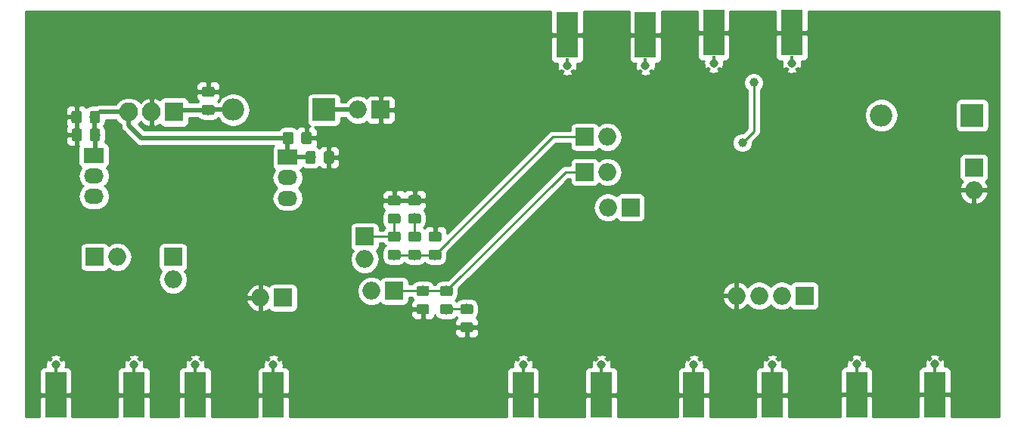
<source format=gbr>
G04 #@! TF.GenerationSoftware,KiCad,Pcbnew,(5.0.2)-1*
G04 #@! TF.CreationDate,2019-04-19T15:24:55-07:00*
G04 #@! TF.ProjectId,Complete PLL Board Rev3,436f6d70-6c65-4746-9520-504c4c20426f,rev?*
G04 #@! TF.SameCoordinates,Original*
G04 #@! TF.FileFunction,Copper,L2,Bot*
G04 #@! TF.FilePolarity,Positive*
%FSLAX46Y46*%
G04 Gerber Fmt 4.6, Leading zero omitted, Abs format (unit mm)*
G04 Created by KiCad (PCBNEW (5.0.2)-1) date 4/19/2019 3:24:55 PM*
%MOMM*%
%LPD*%
G01*
G04 APERTURE LIST*
G04 #@! TA.AperFunction,Conductor*
%ADD10C,0.100000*%
G04 #@! TD*
G04 #@! TA.AperFunction,SMDPad,CuDef*
%ADD11C,1.150000*%
G04 #@! TD*
G04 #@! TA.AperFunction,ComponentPad*
%ADD12O,2.200000X1.717500*%
G04 #@! TD*
G04 #@! TA.AperFunction,ComponentPad*
%ADD13R,2.200000X1.717500*%
G04 #@! TD*
G04 #@! TA.AperFunction,ComponentPad*
%ADD14R,2.200000X1.700000*%
G04 #@! TD*
G04 #@! TA.AperFunction,ComponentPad*
%ADD15O,2.200000X1.700000*%
G04 #@! TD*
G04 #@! TA.AperFunction,Conductor*
%ADD16R,0.460000X0.950000*%
G04 #@! TD*
G04 #@! TA.AperFunction,ViaPad*
%ADD17C,0.970000*%
G04 #@! TD*
G04 #@! TA.AperFunction,SMDPad,CuDef*
%ADD18R,2.420000X5.080000*%
G04 #@! TD*
G04 #@! TA.AperFunction,ComponentPad*
%ADD19R,2.500000X2.500000*%
G04 #@! TD*
G04 #@! TA.AperFunction,ComponentPad*
%ADD20O,2.500000X2.500000*%
G04 #@! TD*
G04 #@! TA.AperFunction,ComponentPad*
%ADD21O,2.000000X2.000000*%
G04 #@! TD*
G04 #@! TA.AperFunction,ComponentPad*
%ADD22R,2.000000X2.000000*%
G04 #@! TD*
G04 #@! TA.AperFunction,ComponentPad*
%ADD23R,2.100000X2.100000*%
G04 #@! TD*
G04 #@! TA.AperFunction,ComponentPad*
%ADD24O,2.100000X2.100000*%
G04 #@! TD*
G04 #@! TA.AperFunction,ViaPad*
%ADD25C,0.800000*%
G04 #@! TD*
G04 #@! TA.AperFunction,ViaPad*
%ADD26C,0.900000*%
G04 #@! TD*
G04 #@! TA.AperFunction,ViaPad*
%ADD27C,1.000000*%
G04 #@! TD*
G04 #@! TA.AperFunction,Conductor*
%ADD28C,0.250000*%
G04 #@! TD*
G04 #@! TA.AperFunction,Conductor*
%ADD29C,0.508000*%
G04 #@! TD*
G04 #@! TA.AperFunction,Conductor*
%ADD30C,0.254000*%
G04 #@! TD*
G04 APERTURE END LIST*
D10*
G04 #@! TO.N,8V*
G04 #@! TO.C,C26*
G36*
X108617005Y-89839504D02*
X108641273Y-89843104D01*
X108665072Y-89849065D01*
X108688171Y-89857330D01*
X108710350Y-89867820D01*
X108731393Y-89880432D01*
X108751099Y-89895047D01*
X108769277Y-89911523D01*
X108785753Y-89929701D01*
X108800368Y-89949407D01*
X108812980Y-89970450D01*
X108823470Y-89992629D01*
X108831735Y-90015728D01*
X108837696Y-90039527D01*
X108841296Y-90063795D01*
X108842500Y-90088299D01*
X108842500Y-90988301D01*
X108841296Y-91012805D01*
X108837696Y-91037073D01*
X108831735Y-91060872D01*
X108823470Y-91083971D01*
X108812980Y-91106150D01*
X108800368Y-91127193D01*
X108785753Y-91146899D01*
X108769277Y-91165077D01*
X108751099Y-91181553D01*
X108731393Y-91196168D01*
X108710350Y-91208780D01*
X108688171Y-91219270D01*
X108665072Y-91227535D01*
X108641273Y-91233496D01*
X108617005Y-91237096D01*
X108592501Y-91238300D01*
X107942499Y-91238300D01*
X107917995Y-91237096D01*
X107893727Y-91233496D01*
X107869928Y-91227535D01*
X107846829Y-91219270D01*
X107824650Y-91208780D01*
X107803607Y-91196168D01*
X107783901Y-91181553D01*
X107765723Y-91165077D01*
X107749247Y-91146899D01*
X107734632Y-91127193D01*
X107722020Y-91106150D01*
X107711530Y-91083971D01*
X107703265Y-91060872D01*
X107697304Y-91037073D01*
X107693704Y-91012805D01*
X107692500Y-90988301D01*
X107692500Y-90088299D01*
X107693704Y-90063795D01*
X107697304Y-90039527D01*
X107703265Y-90015728D01*
X107711530Y-89992629D01*
X107722020Y-89970450D01*
X107734632Y-89949407D01*
X107749247Y-89929701D01*
X107765723Y-89911523D01*
X107783901Y-89895047D01*
X107803607Y-89880432D01*
X107824650Y-89867820D01*
X107846829Y-89857330D01*
X107869928Y-89849065D01*
X107893727Y-89843104D01*
X107917995Y-89839504D01*
X107942499Y-89838300D01*
X108592501Y-89838300D01*
X108617005Y-89839504D01*
X108617005Y-89839504D01*
G37*
D11*
G04 #@! TD*
G04 #@! TO.P,C26,2*
G04 #@! TO.N,8V*
X108267500Y-90538300D03*
D10*
G04 #@! TO.N,GND*
G04 #@! TO.C,C26*
G36*
X110667005Y-89839504D02*
X110691273Y-89843104D01*
X110715072Y-89849065D01*
X110738171Y-89857330D01*
X110760350Y-89867820D01*
X110781393Y-89880432D01*
X110801099Y-89895047D01*
X110819277Y-89911523D01*
X110835753Y-89929701D01*
X110850368Y-89949407D01*
X110862980Y-89970450D01*
X110873470Y-89992629D01*
X110881735Y-90015728D01*
X110887696Y-90039527D01*
X110891296Y-90063795D01*
X110892500Y-90088299D01*
X110892500Y-90988301D01*
X110891296Y-91012805D01*
X110887696Y-91037073D01*
X110881735Y-91060872D01*
X110873470Y-91083971D01*
X110862980Y-91106150D01*
X110850368Y-91127193D01*
X110835753Y-91146899D01*
X110819277Y-91165077D01*
X110801099Y-91181553D01*
X110781393Y-91196168D01*
X110760350Y-91208780D01*
X110738171Y-91219270D01*
X110715072Y-91227535D01*
X110691273Y-91233496D01*
X110667005Y-91237096D01*
X110642501Y-91238300D01*
X109992499Y-91238300D01*
X109967995Y-91237096D01*
X109943727Y-91233496D01*
X109919928Y-91227535D01*
X109896829Y-91219270D01*
X109874650Y-91208780D01*
X109853607Y-91196168D01*
X109833901Y-91181553D01*
X109815723Y-91165077D01*
X109799247Y-91146899D01*
X109784632Y-91127193D01*
X109772020Y-91106150D01*
X109761530Y-91083971D01*
X109753265Y-91060872D01*
X109747304Y-91037073D01*
X109743704Y-91012805D01*
X109742500Y-90988301D01*
X109742500Y-90088299D01*
X109743704Y-90063795D01*
X109747304Y-90039527D01*
X109753265Y-90015728D01*
X109761530Y-89992629D01*
X109772020Y-89970450D01*
X109784632Y-89949407D01*
X109799247Y-89929701D01*
X109815723Y-89911523D01*
X109833901Y-89895047D01*
X109853607Y-89880432D01*
X109874650Y-89867820D01*
X109896829Y-89857330D01*
X109919928Y-89849065D01*
X109943727Y-89843104D01*
X109967995Y-89839504D01*
X109992499Y-89838300D01*
X110642501Y-89838300D01*
X110667005Y-89839504D01*
X110667005Y-89839504D01*
G37*
D11*
G04 #@! TD*
G04 #@! TO.P,C26,1*
G04 #@! TO.N,GND*
X110317500Y-90538300D03*
D10*
G04 #@! TO.N,GND*
G04 #@! TO.C,C25*
G36*
X84926205Y-87477304D02*
X84950473Y-87480904D01*
X84974272Y-87486865D01*
X84997371Y-87495130D01*
X85019550Y-87505620D01*
X85040593Y-87518232D01*
X85060299Y-87532847D01*
X85078477Y-87549323D01*
X85094953Y-87567501D01*
X85109568Y-87587207D01*
X85122180Y-87608250D01*
X85132670Y-87630429D01*
X85140935Y-87653528D01*
X85146896Y-87677327D01*
X85150496Y-87701595D01*
X85151700Y-87726099D01*
X85151700Y-88626101D01*
X85150496Y-88650605D01*
X85146896Y-88674873D01*
X85140935Y-88698672D01*
X85132670Y-88721771D01*
X85122180Y-88743950D01*
X85109568Y-88764993D01*
X85094953Y-88784699D01*
X85078477Y-88802877D01*
X85060299Y-88819353D01*
X85040593Y-88833968D01*
X85019550Y-88846580D01*
X84997371Y-88857070D01*
X84974272Y-88865335D01*
X84950473Y-88871296D01*
X84926205Y-88874896D01*
X84901701Y-88876100D01*
X84251699Y-88876100D01*
X84227195Y-88874896D01*
X84202927Y-88871296D01*
X84179128Y-88865335D01*
X84156029Y-88857070D01*
X84133850Y-88846580D01*
X84112807Y-88833968D01*
X84093101Y-88819353D01*
X84074923Y-88802877D01*
X84058447Y-88784699D01*
X84043832Y-88764993D01*
X84031220Y-88743950D01*
X84020730Y-88721771D01*
X84012465Y-88698672D01*
X84006504Y-88674873D01*
X84002904Y-88650605D01*
X84001700Y-88626101D01*
X84001700Y-87726099D01*
X84002904Y-87701595D01*
X84006504Y-87677327D01*
X84012465Y-87653528D01*
X84020730Y-87630429D01*
X84031220Y-87608250D01*
X84043832Y-87587207D01*
X84058447Y-87567501D01*
X84074923Y-87549323D01*
X84093101Y-87532847D01*
X84112807Y-87518232D01*
X84133850Y-87505620D01*
X84156029Y-87495130D01*
X84179128Y-87486865D01*
X84202927Y-87480904D01*
X84227195Y-87477304D01*
X84251699Y-87476100D01*
X84901701Y-87476100D01*
X84926205Y-87477304D01*
X84926205Y-87477304D01*
G37*
D11*
G04 #@! TD*
G04 #@! TO.P,C25,1*
G04 #@! TO.N,GND*
X84576700Y-88176100D03*
D10*
G04 #@! TO.N,8V*
G04 #@! TO.C,C25*
G36*
X86976205Y-87477304D02*
X87000473Y-87480904D01*
X87024272Y-87486865D01*
X87047371Y-87495130D01*
X87069550Y-87505620D01*
X87090593Y-87518232D01*
X87110299Y-87532847D01*
X87128477Y-87549323D01*
X87144953Y-87567501D01*
X87159568Y-87587207D01*
X87172180Y-87608250D01*
X87182670Y-87630429D01*
X87190935Y-87653528D01*
X87196896Y-87677327D01*
X87200496Y-87701595D01*
X87201700Y-87726099D01*
X87201700Y-88626101D01*
X87200496Y-88650605D01*
X87196896Y-88674873D01*
X87190935Y-88698672D01*
X87182670Y-88721771D01*
X87172180Y-88743950D01*
X87159568Y-88764993D01*
X87144953Y-88784699D01*
X87128477Y-88802877D01*
X87110299Y-88819353D01*
X87090593Y-88833968D01*
X87069550Y-88846580D01*
X87047371Y-88857070D01*
X87024272Y-88865335D01*
X87000473Y-88871296D01*
X86976205Y-88874896D01*
X86951701Y-88876100D01*
X86301699Y-88876100D01*
X86277195Y-88874896D01*
X86252927Y-88871296D01*
X86229128Y-88865335D01*
X86206029Y-88857070D01*
X86183850Y-88846580D01*
X86162807Y-88833968D01*
X86143101Y-88819353D01*
X86124923Y-88802877D01*
X86108447Y-88784699D01*
X86093832Y-88764993D01*
X86081220Y-88743950D01*
X86070730Y-88721771D01*
X86062465Y-88698672D01*
X86056504Y-88674873D01*
X86052904Y-88650605D01*
X86051700Y-88626101D01*
X86051700Y-87726099D01*
X86052904Y-87701595D01*
X86056504Y-87677327D01*
X86062465Y-87653528D01*
X86070730Y-87630429D01*
X86081220Y-87608250D01*
X86093832Y-87587207D01*
X86108447Y-87567501D01*
X86124923Y-87549323D01*
X86143101Y-87532847D01*
X86162807Y-87518232D01*
X86183850Y-87505620D01*
X86206029Y-87495130D01*
X86229128Y-87486865D01*
X86252927Y-87480904D01*
X86277195Y-87477304D01*
X86301699Y-87476100D01*
X86951701Y-87476100D01*
X86976205Y-87477304D01*
X86976205Y-87477304D01*
G37*
D11*
G04 #@! TD*
G04 #@! TO.P,C25,2*
G04 #@! TO.N,8V*
X86626700Y-88176100D03*
D10*
G04 #@! TO.N,GND*
G04 #@! TO.C,C24*
G36*
X120616505Y-96962204D02*
X120640773Y-96965804D01*
X120664572Y-96971765D01*
X120687671Y-96980030D01*
X120709850Y-96990520D01*
X120730893Y-97003132D01*
X120750599Y-97017747D01*
X120768777Y-97034223D01*
X120785253Y-97052401D01*
X120799868Y-97072107D01*
X120812480Y-97093150D01*
X120822970Y-97115329D01*
X120831235Y-97138428D01*
X120837196Y-97162227D01*
X120840796Y-97186495D01*
X120842000Y-97210999D01*
X120842000Y-97861001D01*
X120840796Y-97885505D01*
X120837196Y-97909773D01*
X120831235Y-97933572D01*
X120822970Y-97956671D01*
X120812480Y-97978850D01*
X120799868Y-97999893D01*
X120785253Y-98019599D01*
X120768777Y-98037777D01*
X120750599Y-98054253D01*
X120730893Y-98068868D01*
X120709850Y-98081480D01*
X120687671Y-98091970D01*
X120664572Y-98100235D01*
X120640773Y-98106196D01*
X120616505Y-98109796D01*
X120592001Y-98111000D01*
X119691999Y-98111000D01*
X119667495Y-98109796D01*
X119643227Y-98106196D01*
X119619428Y-98100235D01*
X119596329Y-98091970D01*
X119574150Y-98081480D01*
X119553107Y-98068868D01*
X119533401Y-98054253D01*
X119515223Y-98037777D01*
X119498747Y-98019599D01*
X119484132Y-97999893D01*
X119471520Y-97978850D01*
X119461030Y-97956671D01*
X119452765Y-97933572D01*
X119446804Y-97909773D01*
X119443204Y-97885505D01*
X119442000Y-97861001D01*
X119442000Y-97210999D01*
X119443204Y-97186495D01*
X119446804Y-97162227D01*
X119452765Y-97138428D01*
X119461030Y-97115329D01*
X119471520Y-97093150D01*
X119484132Y-97072107D01*
X119498747Y-97052401D01*
X119515223Y-97034223D01*
X119533401Y-97017747D01*
X119553107Y-97003132D01*
X119574150Y-96990520D01*
X119596329Y-96980030D01*
X119619428Y-96971765D01*
X119643227Y-96965804D01*
X119667495Y-96962204D01*
X119691999Y-96961000D01*
X120592001Y-96961000D01*
X120616505Y-96962204D01*
X120616505Y-96962204D01*
G37*
D11*
G04 #@! TD*
G04 #@! TO.P,C24,2*
G04 #@! TO.N,GND*
X120142000Y-97536000D03*
D10*
G04 #@! TO.N,Net-(C24-Pad1)*
G04 #@! TO.C,C24*
G36*
X120616505Y-99012204D02*
X120640773Y-99015804D01*
X120664572Y-99021765D01*
X120687671Y-99030030D01*
X120709850Y-99040520D01*
X120730893Y-99053132D01*
X120750599Y-99067747D01*
X120768777Y-99084223D01*
X120785253Y-99102401D01*
X120799868Y-99122107D01*
X120812480Y-99143150D01*
X120822970Y-99165329D01*
X120831235Y-99188428D01*
X120837196Y-99212227D01*
X120840796Y-99236495D01*
X120842000Y-99260999D01*
X120842000Y-99911001D01*
X120840796Y-99935505D01*
X120837196Y-99959773D01*
X120831235Y-99983572D01*
X120822970Y-100006671D01*
X120812480Y-100028850D01*
X120799868Y-100049893D01*
X120785253Y-100069599D01*
X120768777Y-100087777D01*
X120750599Y-100104253D01*
X120730893Y-100118868D01*
X120709850Y-100131480D01*
X120687671Y-100141970D01*
X120664572Y-100150235D01*
X120640773Y-100156196D01*
X120616505Y-100159796D01*
X120592001Y-100161000D01*
X119691999Y-100161000D01*
X119667495Y-100159796D01*
X119643227Y-100156196D01*
X119619428Y-100150235D01*
X119596329Y-100141970D01*
X119574150Y-100131480D01*
X119553107Y-100118868D01*
X119533401Y-100104253D01*
X119515223Y-100087777D01*
X119498747Y-100069599D01*
X119484132Y-100049893D01*
X119471520Y-100028850D01*
X119461030Y-100006671D01*
X119452765Y-99983572D01*
X119446804Y-99959773D01*
X119443204Y-99935505D01*
X119442000Y-99911001D01*
X119442000Y-99260999D01*
X119443204Y-99236495D01*
X119446804Y-99212227D01*
X119452765Y-99188428D01*
X119461030Y-99165329D01*
X119471520Y-99143150D01*
X119484132Y-99122107D01*
X119498747Y-99102401D01*
X119515223Y-99084223D01*
X119533401Y-99067747D01*
X119553107Y-99053132D01*
X119574150Y-99040520D01*
X119596329Y-99030030D01*
X119619428Y-99021765D01*
X119643227Y-99015804D01*
X119667495Y-99012204D01*
X119691999Y-99011000D01*
X120592001Y-99011000D01*
X120616505Y-99012204D01*
X120616505Y-99012204D01*
G37*
D11*
G04 #@! TD*
G04 #@! TO.P,C24,1*
G04 #@! TO.N,Net-(C24-Pad1)*
X120142000Y-99586000D03*
D10*
G04 #@! TO.N,Net-(C23-Pad1)*
G04 #@! TO.C,C23*
G36*
X122902505Y-98994204D02*
X122926773Y-98997804D01*
X122950572Y-99003765D01*
X122973671Y-99012030D01*
X122995850Y-99022520D01*
X123016893Y-99035132D01*
X123036599Y-99049747D01*
X123054777Y-99066223D01*
X123071253Y-99084401D01*
X123085868Y-99104107D01*
X123098480Y-99125150D01*
X123108970Y-99147329D01*
X123117235Y-99170428D01*
X123123196Y-99194227D01*
X123126796Y-99218495D01*
X123128000Y-99242999D01*
X123128000Y-99893001D01*
X123126796Y-99917505D01*
X123123196Y-99941773D01*
X123117235Y-99965572D01*
X123108970Y-99988671D01*
X123098480Y-100010850D01*
X123085868Y-100031893D01*
X123071253Y-100051599D01*
X123054777Y-100069777D01*
X123036599Y-100086253D01*
X123016893Y-100100868D01*
X122995850Y-100113480D01*
X122973671Y-100123970D01*
X122950572Y-100132235D01*
X122926773Y-100138196D01*
X122902505Y-100141796D01*
X122878001Y-100143000D01*
X121977999Y-100143000D01*
X121953495Y-100141796D01*
X121929227Y-100138196D01*
X121905428Y-100132235D01*
X121882329Y-100123970D01*
X121860150Y-100113480D01*
X121839107Y-100100868D01*
X121819401Y-100086253D01*
X121801223Y-100069777D01*
X121784747Y-100051599D01*
X121770132Y-100031893D01*
X121757520Y-100010850D01*
X121747030Y-99988671D01*
X121738765Y-99965572D01*
X121732804Y-99941773D01*
X121729204Y-99917505D01*
X121728000Y-99893001D01*
X121728000Y-99242999D01*
X121729204Y-99218495D01*
X121732804Y-99194227D01*
X121738765Y-99170428D01*
X121747030Y-99147329D01*
X121757520Y-99125150D01*
X121770132Y-99104107D01*
X121784747Y-99084401D01*
X121801223Y-99066223D01*
X121819401Y-99049747D01*
X121839107Y-99035132D01*
X121860150Y-99022520D01*
X121882329Y-99012030D01*
X121905428Y-99003765D01*
X121929227Y-98997804D01*
X121953495Y-98994204D01*
X121977999Y-98993000D01*
X122878001Y-98993000D01*
X122902505Y-98994204D01*
X122902505Y-98994204D01*
G37*
D11*
G04 #@! TD*
G04 #@! TO.P,C23,1*
G04 #@! TO.N,Net-(C23-Pad1)*
X122428000Y-99568000D03*
D10*
G04 #@! TO.N,GND*
G04 #@! TO.C,C23*
G36*
X122902505Y-96944204D02*
X122926773Y-96947804D01*
X122950572Y-96953765D01*
X122973671Y-96962030D01*
X122995850Y-96972520D01*
X123016893Y-96985132D01*
X123036599Y-96999747D01*
X123054777Y-97016223D01*
X123071253Y-97034401D01*
X123085868Y-97054107D01*
X123098480Y-97075150D01*
X123108970Y-97097329D01*
X123117235Y-97120428D01*
X123123196Y-97144227D01*
X123126796Y-97168495D01*
X123128000Y-97192999D01*
X123128000Y-97843001D01*
X123126796Y-97867505D01*
X123123196Y-97891773D01*
X123117235Y-97915572D01*
X123108970Y-97938671D01*
X123098480Y-97960850D01*
X123085868Y-97981893D01*
X123071253Y-98001599D01*
X123054777Y-98019777D01*
X123036599Y-98036253D01*
X123016893Y-98050868D01*
X122995850Y-98063480D01*
X122973671Y-98073970D01*
X122950572Y-98082235D01*
X122926773Y-98088196D01*
X122902505Y-98091796D01*
X122878001Y-98093000D01*
X121977999Y-98093000D01*
X121953495Y-98091796D01*
X121929227Y-98088196D01*
X121905428Y-98082235D01*
X121882329Y-98073970D01*
X121860150Y-98063480D01*
X121839107Y-98050868D01*
X121819401Y-98036253D01*
X121801223Y-98019777D01*
X121784747Y-98001599D01*
X121770132Y-97981893D01*
X121757520Y-97960850D01*
X121747030Y-97938671D01*
X121738765Y-97915572D01*
X121732804Y-97891773D01*
X121729204Y-97867505D01*
X121728000Y-97843001D01*
X121728000Y-97192999D01*
X121729204Y-97168495D01*
X121732804Y-97144227D01*
X121738765Y-97120428D01*
X121747030Y-97097329D01*
X121757520Y-97075150D01*
X121770132Y-97054107D01*
X121784747Y-97034401D01*
X121801223Y-97016223D01*
X121819401Y-96999747D01*
X121839107Y-96985132D01*
X121860150Y-96972520D01*
X121882329Y-96962030D01*
X121905428Y-96953765D01*
X121929227Y-96947804D01*
X121953495Y-96944204D01*
X121977999Y-96943000D01*
X122878001Y-96943000D01*
X122902505Y-96944204D01*
X122902505Y-96944204D01*
G37*
D11*
G04 #@! TD*
G04 #@! TO.P,C23,2*
G04 #@! TO.N,GND*
X122428000Y-97518000D03*
D10*
G04 #@! TO.N,Net-(C12-Pad2)*
G04 #@! TO.C,R7*
G36*
X122902505Y-103076204D02*
X122926773Y-103079804D01*
X122950572Y-103085765D01*
X122973671Y-103094030D01*
X122995850Y-103104520D01*
X123016893Y-103117132D01*
X123036599Y-103131747D01*
X123054777Y-103148223D01*
X123071253Y-103166401D01*
X123085868Y-103186107D01*
X123098480Y-103207150D01*
X123108970Y-103229329D01*
X123117235Y-103252428D01*
X123123196Y-103276227D01*
X123126796Y-103300495D01*
X123128000Y-103324999D01*
X123128000Y-103975001D01*
X123126796Y-103999505D01*
X123123196Y-104023773D01*
X123117235Y-104047572D01*
X123108970Y-104070671D01*
X123098480Y-104092850D01*
X123085868Y-104113893D01*
X123071253Y-104133599D01*
X123054777Y-104151777D01*
X123036599Y-104168253D01*
X123016893Y-104182868D01*
X122995850Y-104195480D01*
X122973671Y-104205970D01*
X122950572Y-104214235D01*
X122926773Y-104220196D01*
X122902505Y-104223796D01*
X122878001Y-104225000D01*
X121977999Y-104225000D01*
X121953495Y-104223796D01*
X121929227Y-104220196D01*
X121905428Y-104214235D01*
X121882329Y-104205970D01*
X121860150Y-104195480D01*
X121839107Y-104182868D01*
X121819401Y-104168253D01*
X121801223Y-104151777D01*
X121784747Y-104133599D01*
X121770132Y-104113893D01*
X121757520Y-104092850D01*
X121747030Y-104070671D01*
X121738765Y-104047572D01*
X121732804Y-104023773D01*
X121729204Y-103999505D01*
X121728000Y-103975001D01*
X121728000Y-103324999D01*
X121729204Y-103300495D01*
X121732804Y-103276227D01*
X121738765Y-103252428D01*
X121747030Y-103229329D01*
X121757520Y-103207150D01*
X121770132Y-103186107D01*
X121784747Y-103166401D01*
X121801223Y-103148223D01*
X121819401Y-103131747D01*
X121839107Y-103117132D01*
X121860150Y-103104520D01*
X121882329Y-103094030D01*
X121905428Y-103085765D01*
X121929227Y-103079804D01*
X121953495Y-103076204D01*
X121977999Y-103075000D01*
X122878001Y-103075000D01*
X122902505Y-103076204D01*
X122902505Y-103076204D01*
G37*
D11*
G04 #@! TD*
G04 #@! TO.P,R7,1*
G04 #@! TO.N,Net-(C12-Pad2)*
X122428000Y-103650000D03*
D10*
G04 #@! TO.N,Net-(C23-Pad1)*
G04 #@! TO.C,R7*
G36*
X122902505Y-101026204D02*
X122926773Y-101029804D01*
X122950572Y-101035765D01*
X122973671Y-101044030D01*
X122995850Y-101054520D01*
X123016893Y-101067132D01*
X123036599Y-101081747D01*
X123054777Y-101098223D01*
X123071253Y-101116401D01*
X123085868Y-101136107D01*
X123098480Y-101157150D01*
X123108970Y-101179329D01*
X123117235Y-101202428D01*
X123123196Y-101226227D01*
X123126796Y-101250495D01*
X123128000Y-101274999D01*
X123128000Y-101925001D01*
X123126796Y-101949505D01*
X123123196Y-101973773D01*
X123117235Y-101997572D01*
X123108970Y-102020671D01*
X123098480Y-102042850D01*
X123085868Y-102063893D01*
X123071253Y-102083599D01*
X123054777Y-102101777D01*
X123036599Y-102118253D01*
X123016893Y-102132868D01*
X122995850Y-102145480D01*
X122973671Y-102155970D01*
X122950572Y-102164235D01*
X122926773Y-102170196D01*
X122902505Y-102173796D01*
X122878001Y-102175000D01*
X121977999Y-102175000D01*
X121953495Y-102173796D01*
X121929227Y-102170196D01*
X121905428Y-102164235D01*
X121882329Y-102155970D01*
X121860150Y-102145480D01*
X121839107Y-102132868D01*
X121819401Y-102118253D01*
X121801223Y-102101777D01*
X121784747Y-102083599D01*
X121770132Y-102063893D01*
X121757520Y-102042850D01*
X121747030Y-102020671D01*
X121738765Y-101997572D01*
X121732804Y-101973773D01*
X121729204Y-101949505D01*
X121728000Y-101925001D01*
X121728000Y-101274999D01*
X121729204Y-101250495D01*
X121732804Y-101226227D01*
X121738765Y-101202428D01*
X121747030Y-101179329D01*
X121757520Y-101157150D01*
X121770132Y-101136107D01*
X121784747Y-101116401D01*
X121801223Y-101098223D01*
X121819401Y-101081747D01*
X121839107Y-101067132D01*
X121860150Y-101054520D01*
X121882329Y-101044030D01*
X121905428Y-101035765D01*
X121929227Y-101029804D01*
X121953495Y-101026204D01*
X121977999Y-101025000D01*
X122878001Y-101025000D01*
X122902505Y-101026204D01*
X122902505Y-101026204D01*
G37*
D11*
G04 #@! TD*
G04 #@! TO.P,R7,2*
G04 #@! TO.N,Net-(C23-Pad1)*
X122428000Y-101600000D03*
D10*
G04 #@! TO.N,Net-(C14-Pad1)*
G04 #@! TO.C,C14*
G36*
X128744505Y-109154204D02*
X128768773Y-109157804D01*
X128792572Y-109163765D01*
X128815671Y-109172030D01*
X128837850Y-109182520D01*
X128858893Y-109195132D01*
X128878599Y-109209747D01*
X128896777Y-109226223D01*
X128913253Y-109244401D01*
X128927868Y-109264107D01*
X128940480Y-109285150D01*
X128950970Y-109307329D01*
X128959235Y-109330428D01*
X128965196Y-109354227D01*
X128968796Y-109378495D01*
X128970000Y-109402999D01*
X128970000Y-110053001D01*
X128968796Y-110077505D01*
X128965196Y-110101773D01*
X128959235Y-110125572D01*
X128950970Y-110148671D01*
X128940480Y-110170850D01*
X128927868Y-110191893D01*
X128913253Y-110211599D01*
X128896777Y-110229777D01*
X128878599Y-110246253D01*
X128858893Y-110260868D01*
X128837850Y-110273480D01*
X128815671Y-110283970D01*
X128792572Y-110292235D01*
X128768773Y-110298196D01*
X128744505Y-110301796D01*
X128720001Y-110303000D01*
X127819999Y-110303000D01*
X127795495Y-110301796D01*
X127771227Y-110298196D01*
X127747428Y-110292235D01*
X127724329Y-110283970D01*
X127702150Y-110273480D01*
X127681107Y-110260868D01*
X127661401Y-110246253D01*
X127643223Y-110229777D01*
X127626747Y-110211599D01*
X127612132Y-110191893D01*
X127599520Y-110170850D01*
X127589030Y-110148671D01*
X127580765Y-110125572D01*
X127574804Y-110101773D01*
X127571204Y-110077505D01*
X127570000Y-110053001D01*
X127570000Y-109402999D01*
X127571204Y-109378495D01*
X127574804Y-109354227D01*
X127580765Y-109330428D01*
X127589030Y-109307329D01*
X127599520Y-109285150D01*
X127612132Y-109264107D01*
X127626747Y-109244401D01*
X127643223Y-109226223D01*
X127661401Y-109209747D01*
X127681107Y-109195132D01*
X127702150Y-109182520D01*
X127724329Y-109172030D01*
X127747428Y-109163765D01*
X127771227Y-109157804D01*
X127795495Y-109154204D01*
X127819999Y-109153000D01*
X128720001Y-109153000D01*
X128744505Y-109154204D01*
X128744505Y-109154204D01*
G37*
D11*
G04 #@! TD*
G04 #@! TO.P,C14,1*
G04 #@! TO.N,Net-(C14-Pad1)*
X128270000Y-109728000D03*
D10*
G04 #@! TO.N,GND*
G04 #@! TO.C,C14*
G36*
X128744505Y-111204204D02*
X128768773Y-111207804D01*
X128792572Y-111213765D01*
X128815671Y-111222030D01*
X128837850Y-111232520D01*
X128858893Y-111245132D01*
X128878599Y-111259747D01*
X128896777Y-111276223D01*
X128913253Y-111294401D01*
X128927868Y-111314107D01*
X128940480Y-111335150D01*
X128950970Y-111357329D01*
X128959235Y-111380428D01*
X128965196Y-111404227D01*
X128968796Y-111428495D01*
X128970000Y-111452999D01*
X128970000Y-112103001D01*
X128968796Y-112127505D01*
X128965196Y-112151773D01*
X128959235Y-112175572D01*
X128950970Y-112198671D01*
X128940480Y-112220850D01*
X128927868Y-112241893D01*
X128913253Y-112261599D01*
X128896777Y-112279777D01*
X128878599Y-112296253D01*
X128858893Y-112310868D01*
X128837850Y-112323480D01*
X128815671Y-112333970D01*
X128792572Y-112342235D01*
X128768773Y-112348196D01*
X128744505Y-112351796D01*
X128720001Y-112353000D01*
X127819999Y-112353000D01*
X127795495Y-112351796D01*
X127771227Y-112348196D01*
X127747428Y-112342235D01*
X127724329Y-112333970D01*
X127702150Y-112323480D01*
X127681107Y-112310868D01*
X127661401Y-112296253D01*
X127643223Y-112279777D01*
X127626747Y-112261599D01*
X127612132Y-112241893D01*
X127599520Y-112220850D01*
X127589030Y-112198671D01*
X127580765Y-112175572D01*
X127574804Y-112151773D01*
X127571204Y-112127505D01*
X127570000Y-112103001D01*
X127570000Y-111452999D01*
X127571204Y-111428495D01*
X127574804Y-111404227D01*
X127580765Y-111380428D01*
X127589030Y-111357329D01*
X127599520Y-111335150D01*
X127612132Y-111314107D01*
X127626747Y-111294401D01*
X127643223Y-111276223D01*
X127661401Y-111259747D01*
X127681107Y-111245132D01*
X127702150Y-111232520D01*
X127724329Y-111222030D01*
X127747428Y-111213765D01*
X127771227Y-111207804D01*
X127795495Y-111204204D01*
X127819999Y-111203000D01*
X128720001Y-111203000D01*
X128744505Y-111204204D01*
X128744505Y-111204204D01*
G37*
D11*
G04 #@! TD*
G04 #@! TO.P,C14,2*
G04 #@! TO.N,GND*
X128270000Y-111778000D03*
D12*
G04 #@! TO.P,Q2,3*
G04 #@! TO.N,Net-(Q2-Pad3)*
X86512400Y-97061400D03*
G04 #@! TO.P,Q2,2*
G04 #@! TO.N,Net-(C17-Pad1)*
X86512400Y-94771400D03*
D13*
G04 #@! TO.P,Q2,1*
G04 #@! TO.N,8V*
X86512400Y-92481400D03*
G04 #@! TD*
D14*
G04 #@! TO.P,Q1,1*
G04 #@! TO.N,8V*
X108204000Y-92706000D03*
D15*
G04 #@! TO.P,Q1,2*
G04 #@! TO.N,Net-(C15-Pad1)*
X108204000Y-94996000D03*
G04 #@! TO.P,Q1,3*
G04 #@! TO.N,Net-(C15-Pad2)*
X108204000Y-97286000D03*
G04 #@! TD*
D16*
G04 #@! TO.N,GND*
G04 #@! TO.C,FoLD1*
X180656000Y-116339200D03*
X171896000Y-116339200D03*
D17*
X180656000Y-115889200D03*
X171896000Y-115889200D03*
D18*
G04 #@! TD*
G04 #@! TO.P,FoLD1,2*
G04 #@! TO.N,GND*
X180656000Y-119329200D03*
G04 #@! TO.P,FoLD1,2*
G04 #@! TO.N,GND*
X171896000Y-119329200D03*
G04 #@! TD*
G04 #@! TO.P,FL1,2*
G04 #@! TO.N,GND*
X164654000Y-78740000D03*
X155894000Y-78740000D03*
D17*
G04 #@! TD*
G04 #@! TO.N,GND*
G04 #@! TO.C,FL1*
X164654000Y-82180000D03*
G04 #@! TO.N,GND*
G04 #@! TO.C,FL1*
X155894000Y-82180000D03*
D16*
X164654000Y-81730000D03*
X155894000Y-81730000D03*
G04 #@! TD*
G04 #@! TO.N,GND*
G04 #@! TO.C,Test_CP1*
X139511000Y-81984000D03*
X148271000Y-81984000D03*
D17*
X139511000Y-82434000D03*
X148271000Y-82434000D03*
D18*
G04 #@! TD*
G04 #@! TO.P,Test_CP1,2*
G04 #@! TO.N,GND*
X139511000Y-78994000D03*
G04 #@! TO.P,Test_CP1,2*
G04 #@! TO.N,GND*
X148271000Y-78994000D03*
G04 #@! TD*
G04 #@! TO.P,OSC_OUT1,2*
G04 #@! TO.N,GND*
X153684200Y-119380000D03*
X162444200Y-119380000D03*
D17*
G04 #@! TD*
G04 #@! TO.N,GND*
G04 #@! TO.C,OSC_OUT1*
X153684200Y-115940000D03*
G04 #@! TO.N,GND*
G04 #@! TO.C,OSC_OUT1*
X162444200Y-115940000D03*
D16*
X153684200Y-116390000D03*
X162444200Y-116390000D03*
G04 #@! TD*
D10*
G04 #@! TO.N,Net-(C12-Pad2)*
G04 #@! TO.C,C12*
G36*
X125188505Y-103076204D02*
X125212773Y-103079804D01*
X125236572Y-103085765D01*
X125259671Y-103094030D01*
X125281850Y-103104520D01*
X125302893Y-103117132D01*
X125322599Y-103131747D01*
X125340777Y-103148223D01*
X125357253Y-103166401D01*
X125371868Y-103186107D01*
X125384480Y-103207150D01*
X125394970Y-103229329D01*
X125403235Y-103252428D01*
X125409196Y-103276227D01*
X125412796Y-103300495D01*
X125414000Y-103324999D01*
X125414000Y-103975001D01*
X125412796Y-103999505D01*
X125409196Y-104023773D01*
X125403235Y-104047572D01*
X125394970Y-104070671D01*
X125384480Y-104092850D01*
X125371868Y-104113893D01*
X125357253Y-104133599D01*
X125340777Y-104151777D01*
X125322599Y-104168253D01*
X125302893Y-104182868D01*
X125281850Y-104195480D01*
X125259671Y-104205970D01*
X125236572Y-104214235D01*
X125212773Y-104220196D01*
X125188505Y-104223796D01*
X125164001Y-104225000D01*
X124263999Y-104225000D01*
X124239495Y-104223796D01*
X124215227Y-104220196D01*
X124191428Y-104214235D01*
X124168329Y-104205970D01*
X124146150Y-104195480D01*
X124125107Y-104182868D01*
X124105401Y-104168253D01*
X124087223Y-104151777D01*
X124070747Y-104133599D01*
X124056132Y-104113893D01*
X124043520Y-104092850D01*
X124033030Y-104070671D01*
X124024765Y-104047572D01*
X124018804Y-104023773D01*
X124015204Y-103999505D01*
X124014000Y-103975001D01*
X124014000Y-103324999D01*
X124015204Y-103300495D01*
X124018804Y-103276227D01*
X124024765Y-103252428D01*
X124033030Y-103229329D01*
X124043520Y-103207150D01*
X124056132Y-103186107D01*
X124070747Y-103166401D01*
X124087223Y-103148223D01*
X124105401Y-103131747D01*
X124125107Y-103117132D01*
X124146150Y-103104520D01*
X124168329Y-103094030D01*
X124191428Y-103085765D01*
X124215227Y-103079804D01*
X124239495Y-103076204D01*
X124263999Y-103075000D01*
X125164001Y-103075000D01*
X125188505Y-103076204D01*
X125188505Y-103076204D01*
G37*
D11*
G04 #@! TD*
G04 #@! TO.P,C12,2*
G04 #@! TO.N,Net-(C12-Pad2)*
X124714000Y-103650000D03*
D10*
G04 #@! TO.N,GND*
G04 #@! TO.C,C12*
G36*
X125188505Y-101026204D02*
X125212773Y-101029804D01*
X125236572Y-101035765D01*
X125259671Y-101044030D01*
X125281850Y-101054520D01*
X125302893Y-101067132D01*
X125322599Y-101081747D01*
X125340777Y-101098223D01*
X125357253Y-101116401D01*
X125371868Y-101136107D01*
X125384480Y-101157150D01*
X125394970Y-101179329D01*
X125403235Y-101202428D01*
X125409196Y-101226227D01*
X125412796Y-101250495D01*
X125414000Y-101274999D01*
X125414000Y-101925001D01*
X125412796Y-101949505D01*
X125409196Y-101973773D01*
X125403235Y-101997572D01*
X125394970Y-102020671D01*
X125384480Y-102042850D01*
X125371868Y-102063893D01*
X125357253Y-102083599D01*
X125340777Y-102101777D01*
X125322599Y-102118253D01*
X125302893Y-102132868D01*
X125281850Y-102145480D01*
X125259671Y-102155970D01*
X125236572Y-102164235D01*
X125212773Y-102170196D01*
X125188505Y-102173796D01*
X125164001Y-102175000D01*
X124263999Y-102175000D01*
X124239495Y-102173796D01*
X124215227Y-102170196D01*
X124191428Y-102164235D01*
X124168329Y-102155970D01*
X124146150Y-102145480D01*
X124125107Y-102132868D01*
X124105401Y-102118253D01*
X124087223Y-102101777D01*
X124070747Y-102083599D01*
X124056132Y-102063893D01*
X124043520Y-102042850D01*
X124033030Y-102020671D01*
X124024765Y-101997572D01*
X124018804Y-101973773D01*
X124015204Y-101949505D01*
X124014000Y-101925001D01*
X124014000Y-101274999D01*
X124015204Y-101250495D01*
X124018804Y-101226227D01*
X124024765Y-101202428D01*
X124033030Y-101179329D01*
X124043520Y-101157150D01*
X124056132Y-101136107D01*
X124070747Y-101116401D01*
X124087223Y-101098223D01*
X124105401Y-101081747D01*
X124125107Y-101067132D01*
X124146150Y-101054520D01*
X124168329Y-101044030D01*
X124191428Y-101035765D01*
X124215227Y-101029804D01*
X124239495Y-101026204D01*
X124263999Y-101025000D01*
X125164001Y-101025000D01*
X125188505Y-101026204D01*
X125188505Y-101026204D01*
G37*
D11*
G04 #@! TD*
G04 #@! TO.P,C12,1*
G04 #@! TO.N,GND*
X124714000Y-101600000D03*
D10*
G04 #@! TO.N,GND*
G04 #@! TO.C,C13*
G36*
X123829605Y-109159504D02*
X123853873Y-109163104D01*
X123877672Y-109169065D01*
X123900771Y-109177330D01*
X123922950Y-109187820D01*
X123943993Y-109200432D01*
X123963699Y-109215047D01*
X123981877Y-109231523D01*
X123998353Y-109249701D01*
X124012968Y-109269407D01*
X124025580Y-109290450D01*
X124036070Y-109312629D01*
X124044335Y-109335728D01*
X124050296Y-109359527D01*
X124053896Y-109383795D01*
X124055100Y-109408299D01*
X124055100Y-110058301D01*
X124053896Y-110082805D01*
X124050296Y-110107073D01*
X124044335Y-110130872D01*
X124036070Y-110153971D01*
X124025580Y-110176150D01*
X124012968Y-110197193D01*
X123998353Y-110216899D01*
X123981877Y-110235077D01*
X123963699Y-110251553D01*
X123943993Y-110266168D01*
X123922950Y-110278780D01*
X123900771Y-110289270D01*
X123877672Y-110297535D01*
X123853873Y-110303496D01*
X123829605Y-110307096D01*
X123805101Y-110308300D01*
X122905099Y-110308300D01*
X122880595Y-110307096D01*
X122856327Y-110303496D01*
X122832528Y-110297535D01*
X122809429Y-110289270D01*
X122787250Y-110278780D01*
X122766207Y-110266168D01*
X122746501Y-110251553D01*
X122728323Y-110235077D01*
X122711847Y-110216899D01*
X122697232Y-110197193D01*
X122684620Y-110176150D01*
X122674130Y-110153971D01*
X122665865Y-110130872D01*
X122659904Y-110107073D01*
X122656304Y-110082805D01*
X122655100Y-110058301D01*
X122655100Y-109408299D01*
X122656304Y-109383795D01*
X122659904Y-109359527D01*
X122665865Y-109335728D01*
X122674130Y-109312629D01*
X122684620Y-109290450D01*
X122697232Y-109269407D01*
X122711847Y-109249701D01*
X122728323Y-109231523D01*
X122746501Y-109215047D01*
X122766207Y-109200432D01*
X122787250Y-109187820D01*
X122809429Y-109177330D01*
X122832528Y-109169065D01*
X122856327Y-109163104D01*
X122880595Y-109159504D01*
X122905099Y-109158300D01*
X123805101Y-109158300D01*
X123829605Y-109159504D01*
X123829605Y-109159504D01*
G37*
D11*
G04 #@! TD*
G04 #@! TO.P,C13,2*
G04 #@! TO.N,GND*
X123355100Y-109733300D03*
D10*
G04 #@! TO.N,Net-(C13-Pad1)*
G04 #@! TO.C,C13*
G36*
X123829605Y-107109504D02*
X123853873Y-107113104D01*
X123877672Y-107119065D01*
X123900771Y-107127330D01*
X123922950Y-107137820D01*
X123943993Y-107150432D01*
X123963699Y-107165047D01*
X123981877Y-107181523D01*
X123998353Y-107199701D01*
X124012968Y-107219407D01*
X124025580Y-107240450D01*
X124036070Y-107262629D01*
X124044335Y-107285728D01*
X124050296Y-107309527D01*
X124053896Y-107333795D01*
X124055100Y-107358299D01*
X124055100Y-108008301D01*
X124053896Y-108032805D01*
X124050296Y-108057073D01*
X124044335Y-108080872D01*
X124036070Y-108103971D01*
X124025580Y-108126150D01*
X124012968Y-108147193D01*
X123998353Y-108166899D01*
X123981877Y-108185077D01*
X123963699Y-108201553D01*
X123943993Y-108216168D01*
X123922950Y-108228780D01*
X123900771Y-108239270D01*
X123877672Y-108247535D01*
X123853873Y-108253496D01*
X123829605Y-108257096D01*
X123805101Y-108258300D01*
X122905099Y-108258300D01*
X122880595Y-108257096D01*
X122856327Y-108253496D01*
X122832528Y-108247535D01*
X122809429Y-108239270D01*
X122787250Y-108228780D01*
X122766207Y-108216168D01*
X122746501Y-108201553D01*
X122728323Y-108185077D01*
X122711847Y-108166899D01*
X122697232Y-108147193D01*
X122684620Y-108126150D01*
X122674130Y-108103971D01*
X122665865Y-108080872D01*
X122659904Y-108057073D01*
X122656304Y-108032805D01*
X122655100Y-108008301D01*
X122655100Y-107358299D01*
X122656304Y-107333795D01*
X122659904Y-107309527D01*
X122665865Y-107285728D01*
X122674130Y-107262629D01*
X122684620Y-107240450D01*
X122697232Y-107219407D01*
X122711847Y-107199701D01*
X122728323Y-107181523D01*
X122746501Y-107165047D01*
X122766207Y-107150432D01*
X122787250Y-107137820D01*
X122809429Y-107127330D01*
X122832528Y-107119065D01*
X122856327Y-107113104D01*
X122880595Y-107109504D01*
X122905099Y-107108300D01*
X123805101Y-107108300D01*
X123829605Y-107109504D01*
X123829605Y-107109504D01*
G37*
D11*
G04 #@! TD*
G04 #@! TO.P,C13,1*
G04 #@! TO.N,Net-(C13-Pad1)*
X123355100Y-107683300D03*
D10*
G04 #@! TO.N,GND*
G04 #@! TO.C,C18*
G36*
X84944205Y-89483904D02*
X84968473Y-89487504D01*
X84992272Y-89493465D01*
X85015371Y-89501730D01*
X85037550Y-89512220D01*
X85058593Y-89524832D01*
X85078299Y-89539447D01*
X85096477Y-89555923D01*
X85112953Y-89574101D01*
X85127568Y-89593807D01*
X85140180Y-89614850D01*
X85150670Y-89637029D01*
X85158935Y-89660128D01*
X85164896Y-89683927D01*
X85168496Y-89708195D01*
X85169700Y-89732699D01*
X85169700Y-90632701D01*
X85168496Y-90657205D01*
X85164896Y-90681473D01*
X85158935Y-90705272D01*
X85150670Y-90728371D01*
X85140180Y-90750550D01*
X85127568Y-90771593D01*
X85112953Y-90791299D01*
X85096477Y-90809477D01*
X85078299Y-90825953D01*
X85058593Y-90840568D01*
X85037550Y-90853180D01*
X85015371Y-90863670D01*
X84992272Y-90871935D01*
X84968473Y-90877896D01*
X84944205Y-90881496D01*
X84919701Y-90882700D01*
X84269699Y-90882700D01*
X84245195Y-90881496D01*
X84220927Y-90877896D01*
X84197128Y-90871935D01*
X84174029Y-90863670D01*
X84151850Y-90853180D01*
X84130807Y-90840568D01*
X84111101Y-90825953D01*
X84092923Y-90809477D01*
X84076447Y-90791299D01*
X84061832Y-90771593D01*
X84049220Y-90750550D01*
X84038730Y-90728371D01*
X84030465Y-90705272D01*
X84024504Y-90681473D01*
X84020904Y-90657205D01*
X84019700Y-90632701D01*
X84019700Y-89732699D01*
X84020904Y-89708195D01*
X84024504Y-89683927D01*
X84030465Y-89660128D01*
X84038730Y-89637029D01*
X84049220Y-89614850D01*
X84061832Y-89593807D01*
X84076447Y-89574101D01*
X84092923Y-89555923D01*
X84111101Y-89539447D01*
X84130807Y-89524832D01*
X84151850Y-89512220D01*
X84174029Y-89501730D01*
X84197128Y-89493465D01*
X84220927Y-89487504D01*
X84245195Y-89483904D01*
X84269699Y-89482700D01*
X84919701Y-89482700D01*
X84944205Y-89483904D01*
X84944205Y-89483904D01*
G37*
D11*
G04 #@! TD*
G04 #@! TO.P,C18,1*
G04 #@! TO.N,GND*
X84594700Y-90182700D03*
D10*
G04 #@! TO.N,8V*
G04 #@! TO.C,C18*
G36*
X86994205Y-89483904D02*
X87018473Y-89487504D01*
X87042272Y-89493465D01*
X87065371Y-89501730D01*
X87087550Y-89512220D01*
X87108593Y-89524832D01*
X87128299Y-89539447D01*
X87146477Y-89555923D01*
X87162953Y-89574101D01*
X87177568Y-89593807D01*
X87190180Y-89614850D01*
X87200670Y-89637029D01*
X87208935Y-89660128D01*
X87214896Y-89683927D01*
X87218496Y-89708195D01*
X87219700Y-89732699D01*
X87219700Y-90632701D01*
X87218496Y-90657205D01*
X87214896Y-90681473D01*
X87208935Y-90705272D01*
X87200670Y-90728371D01*
X87190180Y-90750550D01*
X87177568Y-90771593D01*
X87162953Y-90791299D01*
X87146477Y-90809477D01*
X87128299Y-90825953D01*
X87108593Y-90840568D01*
X87087550Y-90853180D01*
X87065371Y-90863670D01*
X87042272Y-90871935D01*
X87018473Y-90877896D01*
X86994205Y-90881496D01*
X86969701Y-90882700D01*
X86319699Y-90882700D01*
X86295195Y-90881496D01*
X86270927Y-90877896D01*
X86247128Y-90871935D01*
X86224029Y-90863670D01*
X86201850Y-90853180D01*
X86180807Y-90840568D01*
X86161101Y-90825953D01*
X86142923Y-90809477D01*
X86126447Y-90791299D01*
X86111832Y-90771593D01*
X86099220Y-90750550D01*
X86088730Y-90728371D01*
X86080465Y-90705272D01*
X86074504Y-90681473D01*
X86070904Y-90657205D01*
X86069700Y-90632701D01*
X86069700Y-89732699D01*
X86070904Y-89708195D01*
X86074504Y-89683927D01*
X86080465Y-89660128D01*
X86088730Y-89637029D01*
X86099220Y-89614850D01*
X86111832Y-89593807D01*
X86126447Y-89574101D01*
X86142923Y-89555923D01*
X86161101Y-89539447D01*
X86180807Y-89524832D01*
X86201850Y-89512220D01*
X86224029Y-89501730D01*
X86247128Y-89493465D01*
X86270927Y-89487504D01*
X86295195Y-89483904D01*
X86319699Y-89482700D01*
X86969701Y-89482700D01*
X86994205Y-89483904D01*
X86994205Y-89483904D01*
G37*
D11*
G04 #@! TD*
G04 #@! TO.P,C18,2*
G04 #@! TO.N,8V*
X86644700Y-90182700D03*
D10*
G04 #@! TO.N,Net-(C21-Pad1)*
G04 #@! TO.C,C21*
G36*
X99788505Y-86811204D02*
X99812773Y-86814804D01*
X99836572Y-86820765D01*
X99859671Y-86829030D01*
X99881850Y-86839520D01*
X99902893Y-86852132D01*
X99922599Y-86866747D01*
X99940777Y-86883223D01*
X99957253Y-86901401D01*
X99971868Y-86921107D01*
X99984480Y-86942150D01*
X99994970Y-86964329D01*
X100003235Y-86987428D01*
X100009196Y-87011227D01*
X100012796Y-87035495D01*
X100014000Y-87059999D01*
X100014000Y-87710001D01*
X100012796Y-87734505D01*
X100009196Y-87758773D01*
X100003235Y-87782572D01*
X99994970Y-87805671D01*
X99984480Y-87827850D01*
X99971868Y-87848893D01*
X99957253Y-87868599D01*
X99940777Y-87886777D01*
X99922599Y-87903253D01*
X99902893Y-87917868D01*
X99881850Y-87930480D01*
X99859671Y-87940970D01*
X99836572Y-87949235D01*
X99812773Y-87955196D01*
X99788505Y-87958796D01*
X99764001Y-87960000D01*
X98863999Y-87960000D01*
X98839495Y-87958796D01*
X98815227Y-87955196D01*
X98791428Y-87949235D01*
X98768329Y-87940970D01*
X98746150Y-87930480D01*
X98725107Y-87917868D01*
X98705401Y-87903253D01*
X98687223Y-87886777D01*
X98670747Y-87868599D01*
X98656132Y-87848893D01*
X98643520Y-87827850D01*
X98633030Y-87805671D01*
X98624765Y-87782572D01*
X98618804Y-87758773D01*
X98615204Y-87734505D01*
X98614000Y-87710001D01*
X98614000Y-87059999D01*
X98615204Y-87035495D01*
X98618804Y-87011227D01*
X98624765Y-86987428D01*
X98633030Y-86964329D01*
X98643520Y-86942150D01*
X98656132Y-86921107D01*
X98670747Y-86901401D01*
X98687223Y-86883223D01*
X98705401Y-86866747D01*
X98725107Y-86852132D01*
X98746150Y-86839520D01*
X98768329Y-86829030D01*
X98791428Y-86820765D01*
X98815227Y-86814804D01*
X98839495Y-86811204D01*
X98863999Y-86810000D01*
X99764001Y-86810000D01*
X99788505Y-86811204D01*
X99788505Y-86811204D01*
G37*
D11*
G04 #@! TD*
G04 #@! TO.P,C21,1*
G04 #@! TO.N,Net-(C21-Pad1)*
X99314000Y-87385000D03*
D10*
G04 #@! TO.N,GND*
G04 #@! TO.C,C21*
G36*
X99788505Y-84761204D02*
X99812773Y-84764804D01*
X99836572Y-84770765D01*
X99859671Y-84779030D01*
X99881850Y-84789520D01*
X99902893Y-84802132D01*
X99922599Y-84816747D01*
X99940777Y-84833223D01*
X99957253Y-84851401D01*
X99971868Y-84871107D01*
X99984480Y-84892150D01*
X99994970Y-84914329D01*
X100003235Y-84937428D01*
X100009196Y-84961227D01*
X100012796Y-84985495D01*
X100014000Y-85009999D01*
X100014000Y-85660001D01*
X100012796Y-85684505D01*
X100009196Y-85708773D01*
X100003235Y-85732572D01*
X99994970Y-85755671D01*
X99984480Y-85777850D01*
X99971868Y-85798893D01*
X99957253Y-85818599D01*
X99940777Y-85836777D01*
X99922599Y-85853253D01*
X99902893Y-85867868D01*
X99881850Y-85880480D01*
X99859671Y-85890970D01*
X99836572Y-85899235D01*
X99812773Y-85905196D01*
X99788505Y-85908796D01*
X99764001Y-85910000D01*
X98863999Y-85910000D01*
X98839495Y-85908796D01*
X98815227Y-85905196D01*
X98791428Y-85899235D01*
X98768329Y-85890970D01*
X98746150Y-85880480D01*
X98725107Y-85867868D01*
X98705401Y-85853253D01*
X98687223Y-85836777D01*
X98670747Y-85818599D01*
X98656132Y-85798893D01*
X98643520Y-85777850D01*
X98633030Y-85755671D01*
X98624765Y-85732572D01*
X98618804Y-85708773D01*
X98615204Y-85684505D01*
X98614000Y-85660001D01*
X98614000Y-85009999D01*
X98615204Y-84985495D01*
X98618804Y-84961227D01*
X98624765Y-84937428D01*
X98633030Y-84914329D01*
X98643520Y-84892150D01*
X98656132Y-84871107D01*
X98670747Y-84851401D01*
X98687223Y-84833223D01*
X98705401Y-84816747D01*
X98725107Y-84802132D01*
X98746150Y-84789520D01*
X98768329Y-84779030D01*
X98791428Y-84770765D01*
X98815227Y-84764804D01*
X98839495Y-84761204D01*
X98863999Y-84760000D01*
X99764001Y-84760000D01*
X99788505Y-84761204D01*
X99788505Y-84761204D01*
G37*
D11*
G04 #@! TD*
G04 #@! TO.P,C21,2*
G04 #@! TO.N,GND*
X99314000Y-85335000D03*
D10*
G04 #@! TO.N,GND*
G04 #@! TO.C,C22*
G36*
X113181605Y-92011204D02*
X113205873Y-92014804D01*
X113229672Y-92020765D01*
X113252771Y-92029030D01*
X113274950Y-92039520D01*
X113295993Y-92052132D01*
X113315699Y-92066747D01*
X113333877Y-92083223D01*
X113350353Y-92101401D01*
X113364968Y-92121107D01*
X113377580Y-92142150D01*
X113388070Y-92164329D01*
X113396335Y-92187428D01*
X113402296Y-92211227D01*
X113405896Y-92235495D01*
X113407100Y-92259999D01*
X113407100Y-93160001D01*
X113405896Y-93184505D01*
X113402296Y-93208773D01*
X113396335Y-93232572D01*
X113388070Y-93255671D01*
X113377580Y-93277850D01*
X113364968Y-93298893D01*
X113350353Y-93318599D01*
X113333877Y-93336777D01*
X113315699Y-93353253D01*
X113295993Y-93367868D01*
X113274950Y-93380480D01*
X113252771Y-93390970D01*
X113229672Y-93399235D01*
X113205873Y-93405196D01*
X113181605Y-93408796D01*
X113157101Y-93410000D01*
X112507099Y-93410000D01*
X112482595Y-93408796D01*
X112458327Y-93405196D01*
X112434528Y-93399235D01*
X112411429Y-93390970D01*
X112389250Y-93380480D01*
X112368207Y-93367868D01*
X112348501Y-93353253D01*
X112330323Y-93336777D01*
X112313847Y-93318599D01*
X112299232Y-93298893D01*
X112286620Y-93277850D01*
X112276130Y-93255671D01*
X112267865Y-93232572D01*
X112261904Y-93208773D01*
X112258304Y-93184505D01*
X112257100Y-93160001D01*
X112257100Y-92259999D01*
X112258304Y-92235495D01*
X112261904Y-92211227D01*
X112267865Y-92187428D01*
X112276130Y-92164329D01*
X112286620Y-92142150D01*
X112299232Y-92121107D01*
X112313847Y-92101401D01*
X112330323Y-92083223D01*
X112348501Y-92066747D01*
X112368207Y-92052132D01*
X112389250Y-92039520D01*
X112411429Y-92029030D01*
X112434528Y-92020765D01*
X112458327Y-92014804D01*
X112482595Y-92011204D01*
X112507099Y-92010000D01*
X113157101Y-92010000D01*
X113181605Y-92011204D01*
X113181605Y-92011204D01*
G37*
D11*
G04 #@! TD*
G04 #@! TO.P,C22,1*
G04 #@! TO.N,GND*
X112832100Y-92710000D03*
D10*
G04 #@! TO.N,8V*
G04 #@! TO.C,C22*
G36*
X111131605Y-92011204D02*
X111155873Y-92014804D01*
X111179672Y-92020765D01*
X111202771Y-92029030D01*
X111224950Y-92039520D01*
X111245993Y-92052132D01*
X111265699Y-92066747D01*
X111283877Y-92083223D01*
X111300353Y-92101401D01*
X111314968Y-92121107D01*
X111327580Y-92142150D01*
X111338070Y-92164329D01*
X111346335Y-92187428D01*
X111352296Y-92211227D01*
X111355896Y-92235495D01*
X111357100Y-92259999D01*
X111357100Y-93160001D01*
X111355896Y-93184505D01*
X111352296Y-93208773D01*
X111346335Y-93232572D01*
X111338070Y-93255671D01*
X111327580Y-93277850D01*
X111314968Y-93298893D01*
X111300353Y-93318599D01*
X111283877Y-93336777D01*
X111265699Y-93353253D01*
X111245993Y-93367868D01*
X111224950Y-93380480D01*
X111202771Y-93390970D01*
X111179672Y-93399235D01*
X111155873Y-93405196D01*
X111131605Y-93408796D01*
X111107101Y-93410000D01*
X110457099Y-93410000D01*
X110432595Y-93408796D01*
X110408327Y-93405196D01*
X110384528Y-93399235D01*
X110361429Y-93390970D01*
X110339250Y-93380480D01*
X110318207Y-93367868D01*
X110298501Y-93353253D01*
X110280323Y-93336777D01*
X110263847Y-93318599D01*
X110249232Y-93298893D01*
X110236620Y-93277850D01*
X110226130Y-93255671D01*
X110217865Y-93232572D01*
X110211904Y-93208773D01*
X110208304Y-93184505D01*
X110207100Y-93160001D01*
X110207100Y-92259999D01*
X110208304Y-92235495D01*
X110211904Y-92211227D01*
X110217865Y-92187428D01*
X110226130Y-92164329D01*
X110236620Y-92142150D01*
X110249232Y-92121107D01*
X110263847Y-92101401D01*
X110280323Y-92083223D01*
X110298501Y-92066747D01*
X110318207Y-92052132D01*
X110339250Y-92039520D01*
X110361429Y-92029030D01*
X110384528Y-92020765D01*
X110408327Y-92014804D01*
X110432595Y-92011204D01*
X110457099Y-92010000D01*
X111107101Y-92010000D01*
X111131605Y-92011204D01*
X111131605Y-92011204D01*
G37*
D11*
G04 #@! TD*
G04 #@! TO.P,C22,2*
G04 #@! TO.N,8V*
X110782100Y-92710000D03*
D19*
G04 #@! TO.P,D1,1*
G04 #@! TO.N,Net-(D1-Pad1)*
X184835800Y-87985600D03*
D20*
G04 #@! TO.P,D1,2*
G04 #@! TO.N,PLL_Power*
X174675800Y-87985600D03*
G04 #@! TD*
G04 #@! TO.P,D5,2*
G04 #@! TO.N,Net-(C21-Pad1)*
X102108000Y-87376000D03*
D19*
G04 #@! TO.P,D5,1*
G04 #@! TO.N,Net-(D5-Pad1)*
X112268000Y-87376000D03*
G04 #@! TD*
D21*
G04 #@! TO.P,J1,2*
G04 #@! TO.N,GND*
X185039000Y-96393000D03*
D22*
G04 #@! TO.P,J1,1*
G04 #@! TO.N,Net-(D1-Pad1)*
X185039000Y-93853000D03*
G04 #@! TD*
D16*
G04 #@! TO.N,GND*
G04 #@! TO.C,J2*
X106615000Y-116390000D03*
X97855000Y-116390000D03*
D17*
X106615000Y-115940000D03*
X97855000Y-115940000D03*
D18*
G04 #@! TD*
G04 #@! TO.P,J2,2*
G04 #@! TO.N,GND*
X106615000Y-119380000D03*
G04 #@! TO.P,J2,2*
G04 #@! TO.N,GND*
X97855000Y-119380000D03*
G04 #@! TD*
G04 #@! TO.P,J3,2*
G04 #@! TO.N,GND*
X134558000Y-119380000D03*
X143318000Y-119380000D03*
D17*
G04 #@! TD*
G04 #@! TO.N,GND*
G04 #@! TO.C,J3*
X134558000Y-115940000D03*
G04 #@! TO.N,GND*
G04 #@! TO.C,J3*
X143318000Y-115940000D03*
D16*
X134558000Y-116390000D03*
X143318000Y-116390000D03*
G04 #@! TD*
D22*
G04 #@! TO.P,J4,1*
G04 #@! TO.N,LE*
X166065200Y-108229400D03*
D21*
G04 #@! TO.P,J4,2*
G04 #@! TO.N,Data*
X163525200Y-108229400D03*
G04 #@! TO.P,J4,3*
G04 #@! TO.N,Clock*
X160985200Y-108229400D03*
G04 #@! TO.P,J4,4*
G04 #@! TO.N,GND*
X158445200Y-108229400D03*
G04 #@! TD*
D22*
G04 #@! TO.P,J5,1*
G04 #@! TO.N,Net-(C4-Pad1)*
X95377000Y-103886000D03*
D21*
G04 #@! TO.P,J5,2*
G04 #@! TO.N,Net-(J2-Pad1)*
X95377000Y-106426000D03*
G04 #@! TD*
G04 #@! TO.P,J7,2*
G04 #@! TO.N,Net-(C4-Pad1)*
X89154000Y-103886000D03*
D22*
G04 #@! TO.P,J7,1*
G04 #@! TO.N,Net-(C17-Pad1)*
X86614000Y-103886000D03*
G04 #@! TD*
G04 #@! TO.P,J8,1*
G04 #@! TO.N,Net-(J8-Pad1)*
X107696000Y-108458000D03*
D21*
G04 #@! TO.P,J8,2*
G04 #@! TO.N,GND*
X105156000Y-108458000D03*
G04 #@! TD*
G04 #@! TO.P,J13,2*
G04 #@! TO.N,Net-(J13-Pad2)*
X144018000Y-90424000D03*
D22*
G04 #@! TO.P,J13,1*
G04 #@! TO.N,Net-(C12-Pad2)*
X141478000Y-90424000D03*
G04 #@! TD*
G04 #@! TO.P,J14,1*
G04 #@! TO.N,Net-(C13-Pad1)*
X141478000Y-94361000D03*
D21*
G04 #@! TO.P,J14,2*
G04 #@! TO.N,Net-(J13-Pad2)*
X144018000Y-94361000D03*
G04 #@! TD*
G04 #@! TO.P,J15,2*
G04 #@! TO.N,Net-(J15-Pad2)*
X117602000Y-107696000D03*
D22*
G04 #@! TO.P,J15,1*
G04 #@! TO.N,Net-(C13-Pad1)*
X120142000Y-107696000D03*
G04 #@! TD*
G04 #@! TO.P,J16,1*
G04 #@! TO.N,Net-(C24-Pad1)*
X116840000Y-101600000D03*
D21*
G04 #@! TO.P,J16,2*
G04 #@! TO.N,Net-(J16-Pad2)*
X116840000Y-104140000D03*
G04 #@! TD*
D22*
G04 #@! TO.P,J17,1*
G04 #@! TO.N,GND*
X118618000Y-87376000D03*
D21*
G04 #@! TO.P,J17,2*
G04 #@! TO.N,Net-(D5-Pad1)*
X116078000Y-87376000D03*
G04 #@! TD*
D18*
G04 #@! TO.P,J18,2*
G04 #@! TO.N,GND*
X82234000Y-119380000D03*
X90994000Y-119380000D03*
D17*
G04 #@! TD*
G04 #@! TO.N,GND*
G04 #@! TO.C,J18*
X82234000Y-115940000D03*
G04 #@! TO.N,GND*
G04 #@! TO.C,J18*
X90994000Y-115940000D03*
D16*
X82234000Y-116390000D03*
X90994000Y-116390000D03*
G04 #@! TD*
D21*
G04 #@! TO.P,J20,2*
G04 #@! TO.N,Net-(J13-Pad2)*
X144068800Y-98323400D03*
D22*
G04 #@! TO.P,J20,1*
G04 #@! TO.N,CPo*
X146608800Y-98323400D03*
G04 #@! TD*
D10*
G04 #@! TO.N,Net-(C13-Pad1)*
G04 #@! TO.C,R5*
G36*
X126458505Y-107122204D02*
X126482773Y-107125804D01*
X126506572Y-107131765D01*
X126529671Y-107140030D01*
X126551850Y-107150520D01*
X126572893Y-107163132D01*
X126592599Y-107177747D01*
X126610777Y-107194223D01*
X126627253Y-107212401D01*
X126641868Y-107232107D01*
X126654480Y-107253150D01*
X126664970Y-107275329D01*
X126673235Y-107298428D01*
X126679196Y-107322227D01*
X126682796Y-107346495D01*
X126684000Y-107370999D01*
X126684000Y-108021001D01*
X126682796Y-108045505D01*
X126679196Y-108069773D01*
X126673235Y-108093572D01*
X126664970Y-108116671D01*
X126654480Y-108138850D01*
X126641868Y-108159893D01*
X126627253Y-108179599D01*
X126610777Y-108197777D01*
X126592599Y-108214253D01*
X126572893Y-108228868D01*
X126551850Y-108241480D01*
X126529671Y-108251970D01*
X126506572Y-108260235D01*
X126482773Y-108266196D01*
X126458505Y-108269796D01*
X126434001Y-108271000D01*
X125533999Y-108271000D01*
X125509495Y-108269796D01*
X125485227Y-108266196D01*
X125461428Y-108260235D01*
X125438329Y-108251970D01*
X125416150Y-108241480D01*
X125395107Y-108228868D01*
X125375401Y-108214253D01*
X125357223Y-108197777D01*
X125340747Y-108179599D01*
X125326132Y-108159893D01*
X125313520Y-108138850D01*
X125303030Y-108116671D01*
X125294765Y-108093572D01*
X125288804Y-108069773D01*
X125285204Y-108045505D01*
X125284000Y-108021001D01*
X125284000Y-107370999D01*
X125285204Y-107346495D01*
X125288804Y-107322227D01*
X125294765Y-107298428D01*
X125303030Y-107275329D01*
X125313520Y-107253150D01*
X125326132Y-107232107D01*
X125340747Y-107212401D01*
X125357223Y-107194223D01*
X125375401Y-107177747D01*
X125395107Y-107163132D01*
X125416150Y-107150520D01*
X125438329Y-107140030D01*
X125461428Y-107131765D01*
X125485227Y-107125804D01*
X125509495Y-107122204D01*
X125533999Y-107121000D01*
X126434001Y-107121000D01*
X126458505Y-107122204D01*
X126458505Y-107122204D01*
G37*
D11*
G04 #@! TD*
G04 #@! TO.P,R5,2*
G04 #@! TO.N,Net-(C13-Pad1)*
X125984000Y-107696000D03*
D10*
G04 #@! TO.N,Net-(C14-Pad1)*
G04 #@! TO.C,R5*
G36*
X126458505Y-109172204D02*
X126482773Y-109175804D01*
X126506572Y-109181765D01*
X126529671Y-109190030D01*
X126551850Y-109200520D01*
X126572893Y-109213132D01*
X126592599Y-109227747D01*
X126610777Y-109244223D01*
X126627253Y-109262401D01*
X126641868Y-109282107D01*
X126654480Y-109303150D01*
X126664970Y-109325329D01*
X126673235Y-109348428D01*
X126679196Y-109372227D01*
X126682796Y-109396495D01*
X126684000Y-109420999D01*
X126684000Y-110071001D01*
X126682796Y-110095505D01*
X126679196Y-110119773D01*
X126673235Y-110143572D01*
X126664970Y-110166671D01*
X126654480Y-110188850D01*
X126641868Y-110209893D01*
X126627253Y-110229599D01*
X126610777Y-110247777D01*
X126592599Y-110264253D01*
X126572893Y-110278868D01*
X126551850Y-110291480D01*
X126529671Y-110301970D01*
X126506572Y-110310235D01*
X126482773Y-110316196D01*
X126458505Y-110319796D01*
X126434001Y-110321000D01*
X125533999Y-110321000D01*
X125509495Y-110319796D01*
X125485227Y-110316196D01*
X125461428Y-110310235D01*
X125438329Y-110301970D01*
X125416150Y-110291480D01*
X125395107Y-110278868D01*
X125375401Y-110264253D01*
X125357223Y-110247777D01*
X125340747Y-110229599D01*
X125326132Y-110209893D01*
X125313520Y-110188850D01*
X125303030Y-110166671D01*
X125294765Y-110143572D01*
X125288804Y-110119773D01*
X125285204Y-110095505D01*
X125284000Y-110071001D01*
X125284000Y-109420999D01*
X125285204Y-109396495D01*
X125288804Y-109372227D01*
X125294765Y-109348428D01*
X125303030Y-109325329D01*
X125313520Y-109303150D01*
X125326132Y-109282107D01*
X125340747Y-109262401D01*
X125357223Y-109244223D01*
X125375401Y-109227747D01*
X125395107Y-109213132D01*
X125416150Y-109200520D01*
X125438329Y-109190030D01*
X125461428Y-109181765D01*
X125485227Y-109175804D01*
X125509495Y-109172204D01*
X125533999Y-109171000D01*
X126434001Y-109171000D01*
X126458505Y-109172204D01*
X126458505Y-109172204D01*
G37*
D11*
G04 #@! TD*
G04 #@! TO.P,R5,1*
G04 #@! TO.N,Net-(C14-Pad1)*
X125984000Y-109746000D03*
D10*
G04 #@! TO.N,Net-(C12-Pad2)*
G04 #@! TO.C,R6*
G36*
X120616505Y-103067204D02*
X120640773Y-103070804D01*
X120664572Y-103076765D01*
X120687671Y-103085030D01*
X120709850Y-103095520D01*
X120730893Y-103108132D01*
X120750599Y-103122747D01*
X120768777Y-103139223D01*
X120785253Y-103157401D01*
X120799868Y-103177107D01*
X120812480Y-103198150D01*
X120822970Y-103220329D01*
X120831235Y-103243428D01*
X120837196Y-103267227D01*
X120840796Y-103291495D01*
X120842000Y-103315999D01*
X120842000Y-103966001D01*
X120840796Y-103990505D01*
X120837196Y-104014773D01*
X120831235Y-104038572D01*
X120822970Y-104061671D01*
X120812480Y-104083850D01*
X120799868Y-104104893D01*
X120785253Y-104124599D01*
X120768777Y-104142777D01*
X120750599Y-104159253D01*
X120730893Y-104173868D01*
X120709850Y-104186480D01*
X120687671Y-104196970D01*
X120664572Y-104205235D01*
X120640773Y-104211196D01*
X120616505Y-104214796D01*
X120592001Y-104216000D01*
X119691999Y-104216000D01*
X119667495Y-104214796D01*
X119643227Y-104211196D01*
X119619428Y-104205235D01*
X119596329Y-104196970D01*
X119574150Y-104186480D01*
X119553107Y-104173868D01*
X119533401Y-104159253D01*
X119515223Y-104142777D01*
X119498747Y-104124599D01*
X119484132Y-104104893D01*
X119471520Y-104083850D01*
X119461030Y-104061671D01*
X119452765Y-104038572D01*
X119446804Y-104014773D01*
X119443204Y-103990505D01*
X119442000Y-103966001D01*
X119442000Y-103315999D01*
X119443204Y-103291495D01*
X119446804Y-103267227D01*
X119452765Y-103243428D01*
X119461030Y-103220329D01*
X119471520Y-103198150D01*
X119484132Y-103177107D01*
X119498747Y-103157401D01*
X119515223Y-103139223D01*
X119533401Y-103122747D01*
X119553107Y-103108132D01*
X119574150Y-103095520D01*
X119596329Y-103085030D01*
X119619428Y-103076765D01*
X119643227Y-103070804D01*
X119667495Y-103067204D01*
X119691999Y-103066000D01*
X120592001Y-103066000D01*
X120616505Y-103067204D01*
X120616505Y-103067204D01*
G37*
D11*
G04 #@! TD*
G04 #@! TO.P,R6,2*
G04 #@! TO.N,Net-(C12-Pad2)*
X120142000Y-103641000D03*
D10*
G04 #@! TO.N,Net-(C24-Pad1)*
G04 #@! TO.C,R6*
G36*
X120616505Y-101017204D02*
X120640773Y-101020804D01*
X120664572Y-101026765D01*
X120687671Y-101035030D01*
X120709850Y-101045520D01*
X120730893Y-101058132D01*
X120750599Y-101072747D01*
X120768777Y-101089223D01*
X120785253Y-101107401D01*
X120799868Y-101127107D01*
X120812480Y-101148150D01*
X120822970Y-101170329D01*
X120831235Y-101193428D01*
X120837196Y-101217227D01*
X120840796Y-101241495D01*
X120842000Y-101265999D01*
X120842000Y-101916001D01*
X120840796Y-101940505D01*
X120837196Y-101964773D01*
X120831235Y-101988572D01*
X120822970Y-102011671D01*
X120812480Y-102033850D01*
X120799868Y-102054893D01*
X120785253Y-102074599D01*
X120768777Y-102092777D01*
X120750599Y-102109253D01*
X120730893Y-102123868D01*
X120709850Y-102136480D01*
X120687671Y-102146970D01*
X120664572Y-102155235D01*
X120640773Y-102161196D01*
X120616505Y-102164796D01*
X120592001Y-102166000D01*
X119691999Y-102166000D01*
X119667495Y-102164796D01*
X119643227Y-102161196D01*
X119619428Y-102155235D01*
X119596329Y-102146970D01*
X119574150Y-102136480D01*
X119553107Y-102123868D01*
X119533401Y-102109253D01*
X119515223Y-102092777D01*
X119498747Y-102074599D01*
X119484132Y-102054893D01*
X119471520Y-102033850D01*
X119461030Y-102011671D01*
X119452765Y-101988572D01*
X119446804Y-101964773D01*
X119443204Y-101940505D01*
X119442000Y-101916001D01*
X119442000Y-101265999D01*
X119443204Y-101241495D01*
X119446804Y-101217227D01*
X119452765Y-101193428D01*
X119461030Y-101170329D01*
X119471520Y-101148150D01*
X119484132Y-101127107D01*
X119498747Y-101107401D01*
X119515223Y-101089223D01*
X119533401Y-101072747D01*
X119553107Y-101058132D01*
X119574150Y-101045520D01*
X119596329Y-101035030D01*
X119619428Y-101026765D01*
X119643227Y-101020804D01*
X119667495Y-101017204D01*
X119691999Y-101016000D01*
X120592001Y-101016000D01*
X120616505Y-101017204D01*
X120616505Y-101017204D01*
G37*
D11*
G04 #@! TD*
G04 #@! TO.P,R6,1*
G04 #@! TO.N,Net-(C24-Pad1)*
X120142000Y-101591000D03*
D23*
G04 #@! TO.P,U2,1*
G04 #@! TO.N,Net-(C21-Pad1)*
X95504000Y-87630000D03*
D24*
G04 #@! TO.P,U2,2*
G04 #@! TO.N,GND*
X92964000Y-87630000D03*
G04 #@! TO.P,U2,3*
G04 #@! TO.N,8V*
X90424000Y-87630000D03*
G04 #@! TD*
D25*
G04 #@! TO.N,GND*
X159893000Y-103251000D03*
X168783000Y-95885000D03*
X171577000Y-101219000D03*
D26*
X152273000Y-95123000D03*
D25*
X163449000Y-102489000D03*
X153035000Y-105029000D03*
X148132800Y-101244400D03*
D27*
G04 #@! TO.N,FL*
X159131000Y-91059000D03*
X160401000Y-84328000D03*
G04 #@! TD*
D28*
G04 #@! TO.N,GND*
X171896000Y-116539200D02*
X171896000Y-115889200D01*
X171896000Y-119329200D02*
X171896000Y-116539200D01*
X90994000Y-115940000D02*
X90994000Y-119380000D01*
X106615000Y-115940000D02*
X106615000Y-119380000D01*
G04 #@! TO.N,Net-(C12-Pad2)*
X137940000Y-90424000D02*
X124714000Y-103650000D01*
X141478000Y-90424000D02*
X137940000Y-90424000D01*
X120151000Y-103650000D02*
X120142000Y-103641000D01*
X124714000Y-103650000D02*
X120151000Y-103650000D01*
G04 #@! TO.N,8V*
X110778100Y-92706000D02*
X110782100Y-92710000D01*
D29*
X108204000Y-92706000D02*
X110778100Y-92706000D01*
D28*
X108204000Y-90601800D02*
X108267500Y-90538300D01*
D29*
X108204000Y-92706000D02*
X108204000Y-90601800D01*
D28*
X107592500Y-90538300D02*
X108267500Y-90538300D01*
D29*
X91847376Y-90538300D02*
X107592500Y-90538300D01*
X90424000Y-89114924D02*
X91847376Y-90538300D01*
X90424000Y-87630000D02*
X90424000Y-89114924D01*
D28*
X87172800Y-87630000D02*
X86626700Y-88176100D01*
D29*
X90424000Y-87630000D02*
X87172800Y-87630000D01*
D28*
X86626700Y-90164700D02*
X86644700Y-90182700D01*
D29*
X86626700Y-88176100D02*
X86626700Y-90164700D01*
D28*
X86644700Y-92349100D02*
X86512400Y-92481400D01*
D29*
X86644700Y-90182700D02*
X86644700Y-92349100D01*
D28*
G04 #@! TO.N,Net-(C21-Pad1)*
X99323000Y-87376000D02*
X99314000Y-87385000D01*
D29*
X102108000Y-87376000D02*
X99323000Y-87376000D01*
D28*
X95749000Y-87385000D02*
X95504000Y-87630000D01*
D29*
X99314000Y-87385000D02*
X95749000Y-87385000D01*
G04 #@! TO.N,Net-(D5-Pad1)*
X114663787Y-87376000D02*
X112268000Y-87376000D01*
X116078000Y-87376000D02*
X114663787Y-87376000D01*
D28*
G04 #@! TO.N,FL*
X160401000Y-89789000D02*
X159131000Y-91059000D01*
X160401000Y-84328000D02*
X160401000Y-89789000D01*
G04 #@! TO.N,Net-(C13-Pad1)*
X139319000Y-94361000D02*
X125984000Y-107696000D01*
X141478000Y-94361000D02*
X139319000Y-94361000D01*
X123367800Y-107696000D02*
X123355100Y-107683300D01*
X125984000Y-107696000D02*
X123367800Y-107696000D01*
X120154700Y-107683300D02*
X120142000Y-107696000D01*
X123355100Y-107683300D02*
X120154700Y-107683300D01*
G04 #@! TO.N,Net-(C14-Pad1)*
X126002000Y-109728000D02*
X125984000Y-109746000D01*
X128270000Y-109728000D02*
X126002000Y-109728000D01*
G04 #@! TO.N,Net-(C23-Pad1)*
X122428000Y-101600000D02*
X122428000Y-99568000D01*
G04 #@! TO.N,Net-(C24-Pad1)*
X120142000Y-101591000D02*
X120142000Y-99586000D01*
X120133000Y-101600000D02*
X120142000Y-101591000D01*
X116840000Y-101600000D02*
X120133000Y-101600000D01*
G04 #@! TD*
D30*
G04 #@! TO.N,GND*
G36*
X137666000Y-76327691D02*
X137666000Y-78708250D01*
X137824750Y-78867000D01*
X139384000Y-78867000D01*
X139384000Y-78847000D01*
X139638000Y-78847000D01*
X139638000Y-78867000D01*
X141197250Y-78867000D01*
X141356000Y-78708250D01*
X141356000Y-76327691D01*
X141355714Y-76327000D01*
X146426286Y-76327000D01*
X146426000Y-76327691D01*
X146426000Y-78708250D01*
X146584750Y-78867000D01*
X148144000Y-78867000D01*
X148144000Y-78847000D01*
X148398000Y-78847000D01*
X148398000Y-78867000D01*
X149957250Y-78867000D01*
X150116000Y-78708250D01*
X150116000Y-76327691D01*
X150115714Y-76327000D01*
X154049000Y-76327000D01*
X154049000Y-78454250D01*
X154207750Y-78613000D01*
X155767000Y-78613000D01*
X155767000Y-78593000D01*
X156021000Y-78593000D01*
X156021000Y-78613000D01*
X157580250Y-78613000D01*
X157739000Y-78454250D01*
X157739000Y-76327000D01*
X162809000Y-76327000D01*
X162809000Y-78454250D01*
X162967750Y-78613000D01*
X164527000Y-78613000D01*
X164527000Y-78593000D01*
X164781000Y-78593000D01*
X164781000Y-78613000D01*
X166340250Y-78613000D01*
X166499000Y-78454250D01*
X166499000Y-76327000D01*
X187833000Y-76327000D01*
X187833000Y-121793000D01*
X182501000Y-121793000D01*
X182501000Y-119614950D01*
X182342250Y-119456200D01*
X180783000Y-119456200D01*
X180783000Y-119476200D01*
X180529000Y-119476200D01*
X180529000Y-119456200D01*
X178969750Y-119456200D01*
X178811000Y-119614950D01*
X178811000Y-121793000D01*
X173741000Y-121793000D01*
X173741000Y-119614950D01*
X173582250Y-119456200D01*
X172023000Y-119456200D01*
X172023000Y-119476200D01*
X171769000Y-119476200D01*
X171769000Y-119456200D01*
X170209750Y-119456200D01*
X170051000Y-119614950D01*
X170051000Y-121793000D01*
X164289200Y-121793000D01*
X164289200Y-119665750D01*
X164130450Y-119507000D01*
X162571200Y-119507000D01*
X162571200Y-119527000D01*
X162317200Y-119527000D01*
X162317200Y-119507000D01*
X160757950Y-119507000D01*
X160599200Y-119665750D01*
X160599200Y-121793000D01*
X155529200Y-121793000D01*
X155529200Y-119665750D01*
X155370450Y-119507000D01*
X153811200Y-119507000D01*
X153811200Y-119527000D01*
X153557200Y-119527000D01*
X153557200Y-119507000D01*
X151997950Y-119507000D01*
X151839200Y-119665750D01*
X151839200Y-121793000D01*
X145163000Y-121793000D01*
X145163000Y-119665750D01*
X145004250Y-119507000D01*
X143445000Y-119507000D01*
X143445000Y-119527000D01*
X143191000Y-119527000D01*
X143191000Y-119507000D01*
X141631750Y-119507000D01*
X141473000Y-119665750D01*
X141473000Y-121793000D01*
X136403000Y-121793000D01*
X136403000Y-119665750D01*
X136244250Y-119507000D01*
X134685000Y-119507000D01*
X134685000Y-119527000D01*
X134431000Y-119527000D01*
X134431000Y-119507000D01*
X132871750Y-119507000D01*
X132713000Y-119665750D01*
X132713000Y-121793000D01*
X108460000Y-121793000D01*
X108460000Y-119665750D01*
X108301250Y-119507000D01*
X106742000Y-119507000D01*
X106742000Y-119527000D01*
X106488000Y-119527000D01*
X106488000Y-119507000D01*
X104928750Y-119507000D01*
X104770000Y-119665750D01*
X104770000Y-121793000D01*
X99700000Y-121793000D01*
X99700000Y-119665750D01*
X99541250Y-119507000D01*
X97982000Y-119507000D01*
X97982000Y-119527000D01*
X97728000Y-119527000D01*
X97728000Y-119507000D01*
X96168750Y-119507000D01*
X96010000Y-119665750D01*
X96010000Y-121793000D01*
X92839000Y-121793000D01*
X92839000Y-119665750D01*
X92680250Y-119507000D01*
X91121000Y-119507000D01*
X91121000Y-119527000D01*
X90867000Y-119527000D01*
X90867000Y-119507000D01*
X89307750Y-119507000D01*
X89149000Y-119665750D01*
X89149000Y-121793000D01*
X84079000Y-121793000D01*
X84079000Y-119665750D01*
X83920250Y-119507000D01*
X82361000Y-119507000D01*
X82361000Y-119527000D01*
X82107000Y-119527000D01*
X82107000Y-119507000D01*
X80547750Y-119507000D01*
X80389000Y-119665750D01*
X80389000Y-121793000D01*
X78867000Y-121793000D01*
X78867000Y-116713691D01*
X80389000Y-116713691D01*
X80389000Y-119094250D01*
X80547750Y-119253000D01*
X82107000Y-119253000D01*
X82107000Y-119233000D01*
X82361000Y-119233000D01*
X82361000Y-119253000D01*
X83920250Y-119253000D01*
X84079000Y-119094250D01*
X84079000Y-116713691D01*
X89149000Y-116713691D01*
X89149000Y-119094250D01*
X89307750Y-119253000D01*
X90867000Y-119253000D01*
X90867000Y-119233000D01*
X91121000Y-119233000D01*
X91121000Y-119253000D01*
X92680250Y-119253000D01*
X92839000Y-119094250D01*
X92839000Y-116713691D01*
X96010000Y-116713691D01*
X96010000Y-119094250D01*
X96168750Y-119253000D01*
X97728000Y-119253000D01*
X97728000Y-119233000D01*
X97982000Y-119233000D01*
X97982000Y-119253000D01*
X99541250Y-119253000D01*
X99700000Y-119094250D01*
X99700000Y-116713691D01*
X104770000Y-116713691D01*
X104770000Y-119094250D01*
X104928750Y-119253000D01*
X106488000Y-119253000D01*
X106488000Y-119233000D01*
X106742000Y-119233000D01*
X106742000Y-119253000D01*
X108301250Y-119253000D01*
X108460000Y-119094250D01*
X108460000Y-116713691D01*
X132713000Y-116713691D01*
X132713000Y-119094250D01*
X132871750Y-119253000D01*
X134431000Y-119253000D01*
X134431000Y-119233000D01*
X134685000Y-119233000D01*
X134685000Y-119253000D01*
X136244250Y-119253000D01*
X136403000Y-119094250D01*
X136403000Y-116713691D01*
X141473000Y-116713691D01*
X141473000Y-119094250D01*
X141631750Y-119253000D01*
X143191000Y-119253000D01*
X143191000Y-119233000D01*
X143445000Y-119233000D01*
X143445000Y-119253000D01*
X145004250Y-119253000D01*
X145163000Y-119094250D01*
X145163000Y-116713691D01*
X151839200Y-116713691D01*
X151839200Y-119094250D01*
X151997950Y-119253000D01*
X153557200Y-119253000D01*
X153557200Y-119233000D01*
X153811200Y-119233000D01*
X153811200Y-119253000D01*
X155370450Y-119253000D01*
X155529200Y-119094250D01*
X155529200Y-116713691D01*
X160599200Y-116713691D01*
X160599200Y-119094250D01*
X160757950Y-119253000D01*
X162317200Y-119253000D01*
X162317200Y-119233000D01*
X162571200Y-119233000D01*
X162571200Y-119253000D01*
X164130450Y-119253000D01*
X164289200Y-119094250D01*
X164289200Y-116713691D01*
X164268158Y-116662891D01*
X170051000Y-116662891D01*
X170051000Y-119043450D01*
X170209750Y-119202200D01*
X171769000Y-119202200D01*
X171769000Y-119182200D01*
X172023000Y-119182200D01*
X172023000Y-119202200D01*
X173582250Y-119202200D01*
X173741000Y-119043450D01*
X173741000Y-116662891D01*
X178811000Y-116662891D01*
X178811000Y-119043450D01*
X178969750Y-119202200D01*
X180529000Y-119202200D01*
X180529000Y-119182200D01*
X180783000Y-119182200D01*
X180783000Y-119202200D01*
X182342250Y-119202200D01*
X182501000Y-119043450D01*
X182501000Y-116662891D01*
X182404327Y-116429502D01*
X182225699Y-116250873D01*
X181992310Y-116154200D01*
X181748129Y-116154200D01*
X181789149Y-116030636D01*
X181757018Y-115586232D01*
X181648768Y-115324892D01*
X181435200Y-115289605D01*
X181322315Y-115402490D01*
X181245699Y-115325873D01*
X181100051Y-115265544D01*
X181255595Y-115110000D01*
X181220308Y-114896432D01*
X180797436Y-114756051D01*
X180353032Y-114788182D01*
X180091692Y-114896432D01*
X180056405Y-115110000D01*
X180211949Y-115265544D01*
X180066301Y-115325873D01*
X179989685Y-115402490D01*
X179876800Y-115289605D01*
X179663232Y-115324892D01*
X179522851Y-115747764D01*
X179552237Y-116154200D01*
X179319690Y-116154200D01*
X179086301Y-116250873D01*
X178907673Y-116429502D01*
X178811000Y-116662891D01*
X173741000Y-116662891D01*
X173644327Y-116429502D01*
X173465699Y-116250873D01*
X173232310Y-116154200D01*
X172988129Y-116154200D01*
X173029149Y-116030636D01*
X172997018Y-115586232D01*
X172888768Y-115324892D01*
X172675200Y-115289605D01*
X172562315Y-115402490D01*
X172485699Y-115325873D01*
X172340051Y-115265544D01*
X172495595Y-115110000D01*
X172460308Y-114896432D01*
X172037436Y-114756051D01*
X171593032Y-114788182D01*
X171331692Y-114896432D01*
X171296405Y-115110000D01*
X171451949Y-115265544D01*
X171306301Y-115325873D01*
X171229685Y-115402490D01*
X171116800Y-115289605D01*
X170903232Y-115324892D01*
X170762851Y-115747764D01*
X170792237Y-116154200D01*
X170559690Y-116154200D01*
X170326301Y-116250873D01*
X170147673Y-116429502D01*
X170051000Y-116662891D01*
X164268158Y-116662891D01*
X164192527Y-116480302D01*
X164013899Y-116301673D01*
X163780510Y-116205000D01*
X163536329Y-116205000D01*
X163577349Y-116081436D01*
X163545218Y-115637032D01*
X163436968Y-115375692D01*
X163223400Y-115340405D01*
X163110515Y-115453290D01*
X163033899Y-115376673D01*
X162888251Y-115316344D01*
X163043795Y-115160800D01*
X163008508Y-114947232D01*
X162585636Y-114806851D01*
X162141232Y-114838982D01*
X161879892Y-114947232D01*
X161844605Y-115160800D01*
X162000149Y-115316344D01*
X161854501Y-115376673D01*
X161777885Y-115453290D01*
X161665000Y-115340405D01*
X161451432Y-115375692D01*
X161311051Y-115798564D01*
X161340437Y-116205000D01*
X161107890Y-116205000D01*
X160874501Y-116301673D01*
X160695873Y-116480302D01*
X160599200Y-116713691D01*
X155529200Y-116713691D01*
X155432527Y-116480302D01*
X155253899Y-116301673D01*
X155020510Y-116205000D01*
X154776329Y-116205000D01*
X154817349Y-116081436D01*
X154785218Y-115637032D01*
X154676968Y-115375692D01*
X154463400Y-115340405D01*
X154350515Y-115453290D01*
X154273899Y-115376673D01*
X154128251Y-115316344D01*
X154283795Y-115160800D01*
X154248508Y-114947232D01*
X153825636Y-114806851D01*
X153381232Y-114838982D01*
X153119892Y-114947232D01*
X153084605Y-115160800D01*
X153240149Y-115316344D01*
X153094501Y-115376673D01*
X153017885Y-115453290D01*
X152905000Y-115340405D01*
X152691432Y-115375692D01*
X152551051Y-115798564D01*
X152580437Y-116205000D01*
X152347890Y-116205000D01*
X152114501Y-116301673D01*
X151935873Y-116480302D01*
X151839200Y-116713691D01*
X145163000Y-116713691D01*
X145066327Y-116480302D01*
X144887699Y-116301673D01*
X144654310Y-116205000D01*
X144410129Y-116205000D01*
X144451149Y-116081436D01*
X144419018Y-115637032D01*
X144310768Y-115375692D01*
X144097200Y-115340405D01*
X143984315Y-115453290D01*
X143907699Y-115376673D01*
X143762051Y-115316344D01*
X143917595Y-115160800D01*
X143882308Y-114947232D01*
X143459436Y-114806851D01*
X143015032Y-114838982D01*
X142753692Y-114947232D01*
X142718405Y-115160800D01*
X142873949Y-115316344D01*
X142728301Y-115376673D01*
X142651685Y-115453290D01*
X142538800Y-115340405D01*
X142325232Y-115375692D01*
X142184851Y-115798564D01*
X142214237Y-116205000D01*
X141981690Y-116205000D01*
X141748301Y-116301673D01*
X141569673Y-116480302D01*
X141473000Y-116713691D01*
X136403000Y-116713691D01*
X136306327Y-116480302D01*
X136127699Y-116301673D01*
X135894310Y-116205000D01*
X135650129Y-116205000D01*
X135691149Y-116081436D01*
X135659018Y-115637032D01*
X135550768Y-115375692D01*
X135337200Y-115340405D01*
X135224315Y-115453290D01*
X135147699Y-115376673D01*
X135002051Y-115316344D01*
X135157595Y-115160800D01*
X135122308Y-114947232D01*
X134699436Y-114806851D01*
X134255032Y-114838982D01*
X133993692Y-114947232D01*
X133958405Y-115160800D01*
X134113949Y-115316344D01*
X133968301Y-115376673D01*
X133891685Y-115453290D01*
X133778800Y-115340405D01*
X133565232Y-115375692D01*
X133424851Y-115798564D01*
X133454237Y-116205000D01*
X133221690Y-116205000D01*
X132988301Y-116301673D01*
X132809673Y-116480302D01*
X132713000Y-116713691D01*
X108460000Y-116713691D01*
X108363327Y-116480302D01*
X108184699Y-116301673D01*
X107951310Y-116205000D01*
X107707129Y-116205000D01*
X107748149Y-116081436D01*
X107716018Y-115637032D01*
X107607768Y-115375692D01*
X107394200Y-115340405D01*
X107281315Y-115453290D01*
X107204699Y-115376673D01*
X107059051Y-115316344D01*
X107214595Y-115160800D01*
X107179308Y-114947232D01*
X106756436Y-114806851D01*
X106312032Y-114838982D01*
X106050692Y-114947232D01*
X106015405Y-115160800D01*
X106170949Y-115316344D01*
X106025301Y-115376673D01*
X105948685Y-115453290D01*
X105835800Y-115340405D01*
X105622232Y-115375692D01*
X105481851Y-115798564D01*
X105511237Y-116205000D01*
X105278690Y-116205000D01*
X105045301Y-116301673D01*
X104866673Y-116480302D01*
X104770000Y-116713691D01*
X99700000Y-116713691D01*
X99603327Y-116480302D01*
X99424699Y-116301673D01*
X99191310Y-116205000D01*
X98947129Y-116205000D01*
X98988149Y-116081436D01*
X98956018Y-115637032D01*
X98847768Y-115375692D01*
X98634200Y-115340405D01*
X98521315Y-115453290D01*
X98444699Y-115376673D01*
X98299051Y-115316344D01*
X98454595Y-115160800D01*
X98419308Y-114947232D01*
X97996436Y-114806851D01*
X97552032Y-114838982D01*
X97290692Y-114947232D01*
X97255405Y-115160800D01*
X97410949Y-115316344D01*
X97265301Y-115376673D01*
X97188685Y-115453290D01*
X97075800Y-115340405D01*
X96862232Y-115375692D01*
X96721851Y-115798564D01*
X96751237Y-116205000D01*
X96518690Y-116205000D01*
X96285301Y-116301673D01*
X96106673Y-116480302D01*
X96010000Y-116713691D01*
X92839000Y-116713691D01*
X92742327Y-116480302D01*
X92563699Y-116301673D01*
X92330310Y-116205000D01*
X92086129Y-116205000D01*
X92127149Y-116081436D01*
X92095018Y-115637032D01*
X91986768Y-115375692D01*
X91773200Y-115340405D01*
X91660315Y-115453290D01*
X91583699Y-115376673D01*
X91438051Y-115316344D01*
X91593595Y-115160800D01*
X91558308Y-114947232D01*
X91135436Y-114806851D01*
X90691032Y-114838982D01*
X90429692Y-114947232D01*
X90394405Y-115160800D01*
X90549949Y-115316344D01*
X90404301Y-115376673D01*
X90327685Y-115453290D01*
X90214800Y-115340405D01*
X90001232Y-115375692D01*
X89860851Y-115798564D01*
X89890237Y-116205000D01*
X89657690Y-116205000D01*
X89424301Y-116301673D01*
X89245673Y-116480302D01*
X89149000Y-116713691D01*
X84079000Y-116713691D01*
X83982327Y-116480302D01*
X83803699Y-116301673D01*
X83570310Y-116205000D01*
X83326129Y-116205000D01*
X83367149Y-116081436D01*
X83335018Y-115637032D01*
X83226768Y-115375692D01*
X83013200Y-115340405D01*
X82900315Y-115453290D01*
X82823699Y-115376673D01*
X82678051Y-115316344D01*
X82833595Y-115160800D01*
X82798308Y-114947232D01*
X82375436Y-114806851D01*
X81931032Y-114838982D01*
X81669692Y-114947232D01*
X81634405Y-115160800D01*
X81789949Y-115316344D01*
X81644301Y-115376673D01*
X81567685Y-115453290D01*
X81454800Y-115340405D01*
X81241232Y-115375692D01*
X81100851Y-115798564D01*
X81130237Y-116205000D01*
X80897690Y-116205000D01*
X80664301Y-116301673D01*
X80485673Y-116480302D01*
X80389000Y-116713691D01*
X78867000Y-116713691D01*
X78867000Y-112063750D01*
X126935000Y-112063750D01*
X126935000Y-112479309D01*
X127031673Y-112712698D01*
X127210301Y-112891327D01*
X127443690Y-112988000D01*
X127984250Y-112988000D01*
X128143000Y-112829250D01*
X128143000Y-111905000D01*
X128397000Y-111905000D01*
X128397000Y-112829250D01*
X128555750Y-112988000D01*
X129096310Y-112988000D01*
X129329699Y-112891327D01*
X129508327Y-112712698D01*
X129605000Y-112479309D01*
X129605000Y-112063750D01*
X129446250Y-111905000D01*
X128397000Y-111905000D01*
X128143000Y-111905000D01*
X127093750Y-111905000D01*
X126935000Y-112063750D01*
X78867000Y-112063750D01*
X78867000Y-108838435D01*
X103565867Y-108838435D01*
X103832495Y-109417994D01*
X104300615Y-109851402D01*
X104775566Y-110048124D01*
X105029000Y-109928777D01*
X105029000Y-108585000D01*
X103684681Y-108585000D01*
X103565867Y-108838435D01*
X78867000Y-108838435D01*
X78867000Y-108077565D01*
X103565867Y-108077565D01*
X103684681Y-108331000D01*
X105029000Y-108331000D01*
X105029000Y-106987223D01*
X105283000Y-106987223D01*
X105283000Y-108331000D01*
X105303000Y-108331000D01*
X105303000Y-108585000D01*
X105283000Y-108585000D01*
X105283000Y-109928777D01*
X105536434Y-110048124D01*
X106011385Y-109851402D01*
X106124919Y-109746287D01*
X106238191Y-109915809D01*
X106448235Y-110056157D01*
X106696000Y-110105440D01*
X108696000Y-110105440D01*
X108943765Y-110056157D01*
X108999299Y-110019050D01*
X122020100Y-110019050D01*
X122020100Y-110434609D01*
X122116773Y-110667998D01*
X122295401Y-110846627D01*
X122528790Y-110943300D01*
X123069350Y-110943300D01*
X123228100Y-110784550D01*
X123228100Y-109860300D01*
X122178850Y-109860300D01*
X122020100Y-110019050D01*
X108999299Y-110019050D01*
X109153809Y-109915809D01*
X109294157Y-109705765D01*
X109343440Y-109458000D01*
X109343440Y-107696000D01*
X115934969Y-107696000D01*
X116061864Y-108333945D01*
X116423231Y-108874769D01*
X116964055Y-109236136D01*
X117440969Y-109331000D01*
X117763031Y-109331000D01*
X118239945Y-109236136D01*
X118585100Y-109005511D01*
X118684191Y-109153809D01*
X118894235Y-109294157D01*
X119142000Y-109343440D01*
X121142000Y-109343440D01*
X121389765Y-109294157D01*
X121599809Y-109153809D01*
X121740157Y-108943765D01*
X121789440Y-108696000D01*
X121789440Y-108443300D01*
X122137154Y-108443300D01*
X122270514Y-108642886D01*
X122271697Y-108643677D01*
X122116773Y-108798602D01*
X122020100Y-109031991D01*
X122020100Y-109447550D01*
X122178850Y-109606300D01*
X123228100Y-109606300D01*
X123228100Y-109586300D01*
X123482100Y-109586300D01*
X123482100Y-109606300D01*
X123502100Y-109606300D01*
X123502100Y-109860300D01*
X123482100Y-109860300D01*
X123482100Y-110784550D01*
X123640850Y-110943300D01*
X124181410Y-110943300D01*
X124414799Y-110846627D01*
X124593427Y-110667998D01*
X124690100Y-110434609D01*
X124690100Y-110340167D01*
X124704873Y-110414436D01*
X124899414Y-110705586D01*
X125190564Y-110900127D01*
X125533999Y-110968440D01*
X126434001Y-110968440D01*
X126777436Y-110900127D01*
X127068586Y-110705586D01*
X127133014Y-110609164D01*
X127185414Y-110687586D01*
X127186597Y-110688377D01*
X127031673Y-110843302D01*
X126935000Y-111076691D01*
X126935000Y-111492250D01*
X127093750Y-111651000D01*
X128143000Y-111651000D01*
X128143000Y-111631000D01*
X128397000Y-111631000D01*
X128397000Y-111651000D01*
X129446250Y-111651000D01*
X129605000Y-111492250D01*
X129605000Y-111076691D01*
X129508327Y-110843302D01*
X129353403Y-110688377D01*
X129354586Y-110687586D01*
X129549127Y-110396436D01*
X129617440Y-110053001D01*
X129617440Y-109402999D01*
X129549127Y-109059564D01*
X129354586Y-108768414D01*
X129117257Y-108609835D01*
X156855067Y-108609835D01*
X157121695Y-109189394D01*
X157589815Y-109622802D01*
X158064766Y-109819524D01*
X158318200Y-109700177D01*
X158318200Y-108356400D01*
X156973881Y-108356400D01*
X156855067Y-108609835D01*
X129117257Y-108609835D01*
X129063436Y-108573873D01*
X128720001Y-108505560D01*
X127819999Y-108505560D01*
X127476564Y-108573873D01*
X127185414Y-108768414D01*
X127120986Y-108864836D01*
X127068586Y-108786414D01*
X126970687Y-108721000D01*
X127068586Y-108655586D01*
X127263127Y-108364436D01*
X127331440Y-108021001D01*
X127331440Y-107848965D01*
X156855067Y-107848965D01*
X156973881Y-108102400D01*
X158318200Y-108102400D01*
X158318200Y-106758623D01*
X158572200Y-106758623D01*
X158572200Y-108102400D01*
X158592200Y-108102400D01*
X158592200Y-108356400D01*
X158572200Y-108356400D01*
X158572200Y-109700177D01*
X158825634Y-109819524D01*
X159300585Y-109622802D01*
X159701701Y-109251429D01*
X159806431Y-109408169D01*
X160347255Y-109769536D01*
X160824169Y-109864400D01*
X161146231Y-109864400D01*
X161623145Y-109769536D01*
X162163969Y-109408169D01*
X162255200Y-109271632D01*
X162346431Y-109408169D01*
X162887255Y-109769536D01*
X163364169Y-109864400D01*
X163686231Y-109864400D01*
X164163145Y-109769536D01*
X164508300Y-109538911D01*
X164607391Y-109687209D01*
X164817435Y-109827557D01*
X165065200Y-109876840D01*
X167065200Y-109876840D01*
X167312965Y-109827557D01*
X167523009Y-109687209D01*
X167663357Y-109477165D01*
X167712640Y-109229400D01*
X167712640Y-107229400D01*
X167663357Y-106981635D01*
X167523009Y-106771591D01*
X167312965Y-106631243D01*
X167065200Y-106581960D01*
X165065200Y-106581960D01*
X164817435Y-106631243D01*
X164607391Y-106771591D01*
X164508300Y-106919889D01*
X164163145Y-106689264D01*
X163686231Y-106594400D01*
X163364169Y-106594400D01*
X162887255Y-106689264D01*
X162346431Y-107050631D01*
X162255200Y-107187168D01*
X162163969Y-107050631D01*
X161623145Y-106689264D01*
X161146231Y-106594400D01*
X160824169Y-106594400D01*
X160347255Y-106689264D01*
X159806431Y-107050631D01*
X159701701Y-107207371D01*
X159300585Y-106835998D01*
X158825634Y-106639276D01*
X158572200Y-106758623D01*
X158318200Y-106758623D01*
X158064766Y-106639276D01*
X157589815Y-106835998D01*
X157121695Y-107269406D01*
X156855067Y-107848965D01*
X127331440Y-107848965D01*
X127331440Y-107423361D01*
X136431401Y-98323400D01*
X142401769Y-98323400D01*
X142528664Y-98961345D01*
X142890031Y-99502169D01*
X143430855Y-99863536D01*
X143907769Y-99958400D01*
X144229831Y-99958400D01*
X144706745Y-99863536D01*
X145051900Y-99632911D01*
X145150991Y-99781209D01*
X145361035Y-99921557D01*
X145608800Y-99970840D01*
X147608800Y-99970840D01*
X147856565Y-99921557D01*
X148066609Y-99781209D01*
X148206957Y-99571165D01*
X148256240Y-99323400D01*
X148256240Y-97323400D01*
X148206957Y-97075635D01*
X148066609Y-96865591D01*
X147928688Y-96773434D01*
X183448876Y-96773434D01*
X183645598Y-97248385D01*
X184079006Y-97716505D01*
X184658565Y-97983133D01*
X184912000Y-97864319D01*
X184912000Y-96520000D01*
X185166000Y-96520000D01*
X185166000Y-97864319D01*
X185419435Y-97983133D01*
X185998994Y-97716505D01*
X186432402Y-97248385D01*
X186629124Y-96773434D01*
X186509777Y-96520000D01*
X185166000Y-96520000D01*
X184912000Y-96520000D01*
X183568223Y-96520000D01*
X183448876Y-96773434D01*
X147928688Y-96773434D01*
X147856565Y-96725243D01*
X147608800Y-96675960D01*
X145608800Y-96675960D01*
X145361035Y-96725243D01*
X145150991Y-96865591D01*
X145051900Y-97013889D01*
X144706745Y-96783264D01*
X144229831Y-96688400D01*
X143907769Y-96688400D01*
X143430855Y-96783264D01*
X142890031Y-97144631D01*
X142528664Y-97685455D01*
X142401769Y-98323400D01*
X136431401Y-98323400D01*
X139633802Y-95121000D01*
X139830560Y-95121000D01*
X139830560Y-95361000D01*
X139879843Y-95608765D01*
X140020191Y-95818809D01*
X140230235Y-95959157D01*
X140478000Y-96008440D01*
X142478000Y-96008440D01*
X142725765Y-95959157D01*
X142935809Y-95818809D01*
X143034900Y-95670511D01*
X143380055Y-95901136D01*
X143856969Y-95996000D01*
X144179031Y-95996000D01*
X144655945Y-95901136D01*
X145196769Y-95539769D01*
X145558136Y-94998945D01*
X145685031Y-94361000D01*
X145558136Y-93723055D01*
X145196769Y-93182231D01*
X144704040Y-92853000D01*
X183391560Y-92853000D01*
X183391560Y-94853000D01*
X183440843Y-95100765D01*
X183581191Y-95310809D01*
X183750713Y-95424081D01*
X183645598Y-95537615D01*
X183448876Y-96012566D01*
X183568223Y-96266000D01*
X184912000Y-96266000D01*
X184912000Y-96246000D01*
X185166000Y-96246000D01*
X185166000Y-96266000D01*
X186509777Y-96266000D01*
X186629124Y-96012566D01*
X186432402Y-95537615D01*
X186327287Y-95424081D01*
X186496809Y-95310809D01*
X186637157Y-95100765D01*
X186686440Y-94853000D01*
X186686440Y-92853000D01*
X186637157Y-92605235D01*
X186496809Y-92395191D01*
X186286765Y-92254843D01*
X186039000Y-92205560D01*
X184039000Y-92205560D01*
X183791235Y-92254843D01*
X183581191Y-92395191D01*
X183440843Y-92605235D01*
X183391560Y-92853000D01*
X144704040Y-92853000D01*
X144655945Y-92820864D01*
X144179031Y-92726000D01*
X143856969Y-92726000D01*
X143380055Y-92820864D01*
X143034900Y-93051489D01*
X142935809Y-92903191D01*
X142725765Y-92762843D01*
X142478000Y-92713560D01*
X140478000Y-92713560D01*
X140230235Y-92762843D01*
X140020191Y-92903191D01*
X139879843Y-93113235D01*
X139830560Y-93361000D01*
X139830560Y-93601000D01*
X139393847Y-93601000D01*
X139319000Y-93586112D01*
X139244153Y-93601000D01*
X139244148Y-93601000D01*
X139022463Y-93645096D01*
X138771071Y-93813071D01*
X138728671Y-93876527D01*
X126131639Y-106473560D01*
X125533999Y-106473560D01*
X125190564Y-106541873D01*
X124899414Y-106736414D01*
X124766054Y-106936000D01*
X124581532Y-106936000D01*
X124439686Y-106723714D01*
X124148536Y-106529173D01*
X123805101Y-106460860D01*
X122905099Y-106460860D01*
X122561664Y-106529173D01*
X122270514Y-106723714D01*
X122137154Y-106923300D01*
X121789440Y-106923300D01*
X121789440Y-106696000D01*
X121740157Y-106448235D01*
X121599809Y-106238191D01*
X121389765Y-106097843D01*
X121142000Y-106048560D01*
X119142000Y-106048560D01*
X118894235Y-106097843D01*
X118684191Y-106238191D01*
X118585100Y-106386489D01*
X118239945Y-106155864D01*
X117763031Y-106061000D01*
X117440969Y-106061000D01*
X116964055Y-106155864D01*
X116423231Y-106517231D01*
X116061864Y-107058055D01*
X115934969Y-107696000D01*
X109343440Y-107696000D01*
X109343440Y-107458000D01*
X109294157Y-107210235D01*
X109153809Y-107000191D01*
X108943765Y-106859843D01*
X108696000Y-106810560D01*
X106696000Y-106810560D01*
X106448235Y-106859843D01*
X106238191Y-107000191D01*
X106124919Y-107169713D01*
X106011385Y-107064598D01*
X105536434Y-106867876D01*
X105283000Y-106987223D01*
X105029000Y-106987223D01*
X104775566Y-106867876D01*
X104300615Y-107064598D01*
X103832495Y-107498006D01*
X103565867Y-108077565D01*
X78867000Y-108077565D01*
X78867000Y-106426000D01*
X93709969Y-106426000D01*
X93836864Y-107063945D01*
X94198231Y-107604769D01*
X94739055Y-107966136D01*
X95215969Y-108061000D01*
X95538031Y-108061000D01*
X96014945Y-107966136D01*
X96555769Y-107604769D01*
X96917136Y-107063945D01*
X97044031Y-106426000D01*
X96917136Y-105788055D01*
X96686511Y-105442900D01*
X96834809Y-105343809D01*
X96975157Y-105133765D01*
X97024440Y-104886000D01*
X97024440Y-104140000D01*
X115172969Y-104140000D01*
X115299864Y-104777945D01*
X115661231Y-105318769D01*
X116202055Y-105680136D01*
X116678969Y-105775000D01*
X117001031Y-105775000D01*
X117477945Y-105680136D01*
X118018769Y-105318769D01*
X118380136Y-104777945D01*
X118507031Y-104140000D01*
X118380136Y-103502055D01*
X118149511Y-103156900D01*
X118297809Y-103057809D01*
X118438157Y-102847765D01*
X118487440Y-102600000D01*
X118487440Y-102360000D01*
X118930068Y-102360000D01*
X119057414Y-102550586D01*
X119155313Y-102616000D01*
X119057414Y-102681414D01*
X118862873Y-102972564D01*
X118794560Y-103315999D01*
X118794560Y-103966001D01*
X118862873Y-104309436D01*
X119057414Y-104600586D01*
X119348564Y-104795127D01*
X119691999Y-104863440D01*
X120592001Y-104863440D01*
X120935436Y-104795127D01*
X121226586Y-104600586D01*
X121281993Y-104517664D01*
X121343414Y-104609586D01*
X121634564Y-104804127D01*
X121977999Y-104872440D01*
X122878001Y-104872440D01*
X123221436Y-104804127D01*
X123512586Y-104609586D01*
X123571000Y-104522164D01*
X123629414Y-104609586D01*
X123920564Y-104804127D01*
X124263999Y-104872440D01*
X125164001Y-104872440D01*
X125507436Y-104804127D01*
X125798586Y-104609586D01*
X125993127Y-104318436D01*
X126061440Y-103975001D01*
X126061440Y-103377361D01*
X138254802Y-91184000D01*
X139830560Y-91184000D01*
X139830560Y-91424000D01*
X139879843Y-91671765D01*
X140020191Y-91881809D01*
X140230235Y-92022157D01*
X140478000Y-92071440D01*
X142478000Y-92071440D01*
X142725765Y-92022157D01*
X142935809Y-91881809D01*
X143034900Y-91733511D01*
X143380055Y-91964136D01*
X143856969Y-92059000D01*
X144179031Y-92059000D01*
X144655945Y-91964136D01*
X145196769Y-91602769D01*
X145558136Y-91061945D01*
X145603629Y-90833234D01*
X157996000Y-90833234D01*
X157996000Y-91284766D01*
X158168793Y-91701926D01*
X158488074Y-92021207D01*
X158905234Y-92194000D01*
X159356766Y-92194000D01*
X159773926Y-92021207D01*
X160093207Y-91701926D01*
X160266000Y-91284766D01*
X160266000Y-90998801D01*
X160885473Y-90379329D01*
X160948929Y-90336929D01*
X161116904Y-90085537D01*
X161161000Y-89863852D01*
X161161000Y-89863848D01*
X161175888Y-89789001D01*
X161161000Y-89714154D01*
X161161000Y-87985600D01*
X172753871Y-87985600D01*
X172900169Y-88721090D01*
X173316791Y-89344609D01*
X173940310Y-89761231D01*
X174490145Y-89870600D01*
X174861455Y-89870600D01*
X175411290Y-89761231D01*
X176034809Y-89344609D01*
X176451431Y-88721090D01*
X176597729Y-87985600D01*
X176451431Y-87250110D01*
X176107647Y-86735600D01*
X182938360Y-86735600D01*
X182938360Y-89235600D01*
X182987643Y-89483365D01*
X183127991Y-89693409D01*
X183338035Y-89833757D01*
X183585800Y-89883040D01*
X186085800Y-89883040D01*
X186333565Y-89833757D01*
X186543609Y-89693409D01*
X186683957Y-89483365D01*
X186733240Y-89235600D01*
X186733240Y-86735600D01*
X186683957Y-86487835D01*
X186543609Y-86277791D01*
X186333565Y-86137443D01*
X186085800Y-86088160D01*
X183585800Y-86088160D01*
X183338035Y-86137443D01*
X183127991Y-86277791D01*
X182987643Y-86487835D01*
X182938360Y-86735600D01*
X176107647Y-86735600D01*
X176034809Y-86626591D01*
X175411290Y-86209969D01*
X174861455Y-86100600D01*
X174490145Y-86100600D01*
X173940310Y-86209969D01*
X173316791Y-86626591D01*
X172900169Y-87250110D01*
X172753871Y-87985600D01*
X161161000Y-87985600D01*
X161161000Y-85173133D01*
X161363207Y-84970926D01*
X161536000Y-84553766D01*
X161536000Y-84102234D01*
X161363207Y-83685074D01*
X161043926Y-83365793D01*
X160626766Y-83193000D01*
X160175234Y-83193000D01*
X159758074Y-83365793D01*
X159438793Y-83685074D01*
X159266000Y-84102234D01*
X159266000Y-84553766D01*
X159438793Y-84970926D01*
X159641000Y-85173133D01*
X159641001Y-89474197D01*
X159191199Y-89924000D01*
X158905234Y-89924000D01*
X158488074Y-90096793D01*
X158168793Y-90416074D01*
X157996000Y-90833234D01*
X145603629Y-90833234D01*
X145685031Y-90424000D01*
X145558136Y-89786055D01*
X145196769Y-89245231D01*
X144655945Y-88883864D01*
X144179031Y-88789000D01*
X143856969Y-88789000D01*
X143380055Y-88883864D01*
X143034900Y-89114489D01*
X142935809Y-88966191D01*
X142725765Y-88825843D01*
X142478000Y-88776560D01*
X140478000Y-88776560D01*
X140230235Y-88825843D01*
X140020191Y-88966191D01*
X139879843Y-89176235D01*
X139830560Y-89424000D01*
X139830560Y-89664000D01*
X138014848Y-89664000D01*
X137940000Y-89649112D01*
X137865152Y-89664000D01*
X137865148Y-89664000D01*
X137643463Y-89708096D01*
X137392071Y-89876071D01*
X137349671Y-89939527D01*
X126049000Y-101240199D01*
X126049000Y-100898691D01*
X125952327Y-100665302D01*
X125773699Y-100486673D01*
X125540310Y-100390000D01*
X124999750Y-100390000D01*
X124841000Y-100548750D01*
X124841000Y-101473000D01*
X124861000Y-101473000D01*
X124861000Y-101727000D01*
X124841000Y-101727000D01*
X124841000Y-101747000D01*
X124587000Y-101747000D01*
X124587000Y-101727000D01*
X124567000Y-101727000D01*
X124567000Y-101473000D01*
X124587000Y-101473000D01*
X124587000Y-100548750D01*
X124428250Y-100390000D01*
X123887690Y-100390000D01*
X123654301Y-100486673D01*
X123505377Y-100635597D01*
X123428157Y-100584000D01*
X123512586Y-100527586D01*
X123707127Y-100236436D01*
X123775440Y-99893001D01*
X123775440Y-99242999D01*
X123707127Y-98899564D01*
X123512586Y-98608414D01*
X123511403Y-98607623D01*
X123666327Y-98452698D01*
X123763000Y-98219309D01*
X123763000Y-97803750D01*
X123604250Y-97645000D01*
X122555000Y-97645000D01*
X122555000Y-97665000D01*
X122301000Y-97665000D01*
X122301000Y-97645000D01*
X121251750Y-97645000D01*
X121233750Y-97663000D01*
X120269000Y-97663000D01*
X120269000Y-97683000D01*
X120015000Y-97683000D01*
X120015000Y-97663000D01*
X118965750Y-97663000D01*
X118807000Y-97821750D01*
X118807000Y-98237309D01*
X118903673Y-98470698D01*
X119058597Y-98625623D01*
X119057414Y-98626414D01*
X118862873Y-98917564D01*
X118794560Y-99260999D01*
X118794560Y-99911001D01*
X118862873Y-100254436D01*
X119057414Y-100545586D01*
X119121639Y-100588500D01*
X119057414Y-100631414D01*
X118918041Y-100840000D01*
X118487440Y-100840000D01*
X118487440Y-100600000D01*
X118438157Y-100352235D01*
X118297809Y-100142191D01*
X118087765Y-100001843D01*
X117840000Y-99952560D01*
X115840000Y-99952560D01*
X115592235Y-100001843D01*
X115382191Y-100142191D01*
X115241843Y-100352235D01*
X115192560Y-100600000D01*
X115192560Y-102600000D01*
X115241843Y-102847765D01*
X115382191Y-103057809D01*
X115530489Y-103156900D01*
X115299864Y-103502055D01*
X115172969Y-104140000D01*
X97024440Y-104140000D01*
X97024440Y-102886000D01*
X96975157Y-102638235D01*
X96834809Y-102428191D01*
X96624765Y-102287843D01*
X96377000Y-102238560D01*
X94377000Y-102238560D01*
X94129235Y-102287843D01*
X93919191Y-102428191D01*
X93778843Y-102638235D01*
X93729560Y-102886000D01*
X93729560Y-104886000D01*
X93778843Y-105133765D01*
X93919191Y-105343809D01*
X94067489Y-105442900D01*
X93836864Y-105788055D01*
X93709969Y-106426000D01*
X78867000Y-106426000D01*
X78867000Y-102886000D01*
X84966560Y-102886000D01*
X84966560Y-104886000D01*
X85015843Y-105133765D01*
X85156191Y-105343809D01*
X85366235Y-105484157D01*
X85614000Y-105533440D01*
X87614000Y-105533440D01*
X87861765Y-105484157D01*
X88071809Y-105343809D01*
X88170900Y-105195511D01*
X88516055Y-105426136D01*
X88992969Y-105521000D01*
X89315031Y-105521000D01*
X89791945Y-105426136D01*
X90332769Y-105064769D01*
X90694136Y-104523945D01*
X90821031Y-103886000D01*
X90694136Y-103248055D01*
X90332769Y-102707231D01*
X89791945Y-102345864D01*
X89315031Y-102251000D01*
X88992969Y-102251000D01*
X88516055Y-102345864D01*
X88170900Y-102576489D01*
X88071809Y-102428191D01*
X87861765Y-102287843D01*
X87614000Y-102238560D01*
X85614000Y-102238560D01*
X85366235Y-102287843D01*
X85156191Y-102428191D01*
X85015843Y-102638235D01*
X84966560Y-102886000D01*
X78867000Y-102886000D01*
X78867000Y-90468450D01*
X83384700Y-90468450D01*
X83384700Y-91009010D01*
X83481373Y-91242399D01*
X83660002Y-91421027D01*
X83893391Y-91517700D01*
X84308950Y-91517700D01*
X84467700Y-91358950D01*
X84467700Y-90309700D01*
X83543450Y-90309700D01*
X83384700Y-90468450D01*
X78867000Y-90468450D01*
X78867000Y-88461850D01*
X83366700Y-88461850D01*
X83366700Y-89002410D01*
X83449012Y-89201128D01*
X83384700Y-89356390D01*
X83384700Y-89896950D01*
X83543450Y-90055700D01*
X84467700Y-90055700D01*
X84467700Y-89006450D01*
X84449700Y-88988450D01*
X84449700Y-88303100D01*
X83525450Y-88303100D01*
X83366700Y-88461850D01*
X78867000Y-88461850D01*
X78867000Y-87349790D01*
X83366700Y-87349790D01*
X83366700Y-87890350D01*
X83525450Y-88049100D01*
X84449700Y-88049100D01*
X84449700Y-86999850D01*
X84703700Y-86999850D01*
X84703700Y-88049100D01*
X84723700Y-88049100D01*
X84723700Y-88303100D01*
X84703700Y-88303100D01*
X84703700Y-89352350D01*
X84721700Y-89370350D01*
X84721700Y-90055700D01*
X84741700Y-90055700D01*
X84741700Y-90309700D01*
X84721700Y-90309700D01*
X84721700Y-91358950D01*
X84801533Y-91438783D01*
X84764960Y-91622650D01*
X84764960Y-93340150D01*
X84814243Y-93587915D01*
X84954591Y-93797959D01*
X85072446Y-93876708D01*
X84864069Y-94188568D01*
X84748136Y-94771400D01*
X84864069Y-95354232D01*
X85194216Y-95848334D01*
X85296084Y-95916400D01*
X85194216Y-95984466D01*
X84864069Y-96478568D01*
X84748136Y-97061400D01*
X84864069Y-97644232D01*
X85194216Y-98138334D01*
X85688318Y-98468481D01*
X86124031Y-98555150D01*
X86900769Y-98555150D01*
X87336482Y-98468481D01*
X87830584Y-98138334D01*
X88160731Y-97644232D01*
X88276664Y-97061400D01*
X88160731Y-96478568D01*
X87830584Y-95984466D01*
X87728716Y-95916400D01*
X87830584Y-95848334D01*
X88160731Y-95354232D01*
X88276664Y-94771400D01*
X88160731Y-94188568D01*
X87952354Y-93876708D01*
X88070209Y-93797959D01*
X88210557Y-93587915D01*
X88259840Y-93340150D01*
X88259840Y-91622650D01*
X88210557Y-91374885D01*
X88070209Y-91164841D01*
X87860165Y-91024493D01*
X87777502Y-91008051D01*
X87798827Y-90976136D01*
X87867140Y-90632701D01*
X87867140Y-89732699D01*
X87798827Y-89389264D01*
X87649600Y-89165931D01*
X87780827Y-88969536D01*
X87849140Y-88626101D01*
X87849140Y-88519000D01*
X88991479Y-88519000D01*
X89209183Y-88844817D01*
X89528828Y-89058397D01*
X89517584Y-89114924D01*
X89572155Y-89389264D01*
X89586582Y-89461794D01*
X89783068Y-89755857D01*
X89857294Y-89805453D01*
X91156847Y-91105007D01*
X91206443Y-91179233D01*
X91280669Y-91228829D01*
X91500505Y-91375719D01*
X91847376Y-91444716D01*
X91934932Y-91427300D01*
X106626741Y-91427300D01*
X106505843Y-91608235D01*
X106456560Y-91856000D01*
X106456560Y-93556000D01*
X106505843Y-93803765D01*
X106646191Y-94013809D01*
X106769315Y-94096078D01*
X106555161Y-94416582D01*
X106439908Y-94996000D01*
X106555161Y-95575418D01*
X106883375Y-96066625D01*
X106994685Y-96141000D01*
X106883375Y-96215375D01*
X106555161Y-96706582D01*
X106439908Y-97286000D01*
X106555161Y-97865418D01*
X106883375Y-98356625D01*
X107374582Y-98684839D01*
X107807744Y-98771000D01*
X108600256Y-98771000D01*
X109033418Y-98684839D01*
X109524625Y-98356625D01*
X109852839Y-97865418D01*
X109968092Y-97286000D01*
X109878322Y-96834691D01*
X118807000Y-96834691D01*
X118807000Y-97250250D01*
X118965750Y-97409000D01*
X120015000Y-97409000D01*
X120015000Y-96484750D01*
X120269000Y-96484750D01*
X120269000Y-97409000D01*
X121318250Y-97409000D01*
X121336250Y-97391000D01*
X122301000Y-97391000D01*
X122301000Y-96466750D01*
X122555000Y-96466750D01*
X122555000Y-97391000D01*
X123604250Y-97391000D01*
X123763000Y-97232250D01*
X123763000Y-96816691D01*
X123666327Y-96583302D01*
X123487699Y-96404673D01*
X123254310Y-96308000D01*
X122713750Y-96308000D01*
X122555000Y-96466750D01*
X122301000Y-96466750D01*
X122142250Y-96308000D01*
X121601690Y-96308000D01*
X121368301Y-96404673D01*
X121276000Y-96496974D01*
X121201699Y-96422673D01*
X120968310Y-96326000D01*
X120427750Y-96326000D01*
X120269000Y-96484750D01*
X120015000Y-96484750D01*
X119856250Y-96326000D01*
X119315690Y-96326000D01*
X119082301Y-96422673D01*
X118903673Y-96601302D01*
X118807000Y-96834691D01*
X109878322Y-96834691D01*
X109852839Y-96706582D01*
X109524625Y-96215375D01*
X109413315Y-96141000D01*
X109524625Y-96066625D01*
X109852839Y-95575418D01*
X109968092Y-94996000D01*
X109852839Y-94416582D01*
X109638685Y-94096078D01*
X109761809Y-94013809D01*
X109881814Y-93834209D01*
X110113664Y-93989127D01*
X110457099Y-94057440D01*
X111107101Y-94057440D01*
X111450536Y-93989127D01*
X111741686Y-93794586D01*
X111742477Y-93793403D01*
X111897402Y-93948327D01*
X112130791Y-94045000D01*
X112546350Y-94045000D01*
X112705100Y-93886250D01*
X112705100Y-92837000D01*
X112959100Y-92837000D01*
X112959100Y-93886250D01*
X113117850Y-94045000D01*
X113533409Y-94045000D01*
X113766798Y-93948327D01*
X113945427Y-93769699D01*
X114042100Y-93536310D01*
X114042100Y-92995750D01*
X113883350Y-92837000D01*
X112959100Y-92837000D01*
X112705100Y-92837000D01*
X112685100Y-92837000D01*
X112685100Y-92583000D01*
X112705100Y-92583000D01*
X112705100Y-91533750D01*
X112959100Y-91533750D01*
X112959100Y-92583000D01*
X113883350Y-92583000D01*
X114042100Y-92424250D01*
X114042100Y-91883690D01*
X113945427Y-91650301D01*
X113766798Y-91471673D01*
X113533409Y-91375000D01*
X113117850Y-91375000D01*
X112959100Y-91533750D01*
X112705100Y-91533750D01*
X112546350Y-91375000D01*
X112130791Y-91375000D01*
X111897402Y-91471673D01*
X111742477Y-91626597D01*
X111741686Y-91625414D01*
X111489319Y-91456787D01*
X111527500Y-91364610D01*
X111527500Y-90824050D01*
X111368750Y-90665300D01*
X110444500Y-90665300D01*
X110444500Y-90685300D01*
X110190500Y-90685300D01*
X110190500Y-90665300D01*
X110170500Y-90665300D01*
X110170500Y-90411300D01*
X110190500Y-90411300D01*
X110190500Y-89362050D01*
X110031750Y-89203300D01*
X109616191Y-89203300D01*
X109382802Y-89299973D01*
X109227877Y-89454897D01*
X109227086Y-89453714D01*
X108935936Y-89259173D01*
X108592501Y-89190860D01*
X107942499Y-89190860D01*
X107599064Y-89259173D01*
X107307914Y-89453714D01*
X107177227Y-89649300D01*
X92215612Y-89649300D01*
X91502328Y-88936016D01*
X91638817Y-88844817D01*
X91721640Y-88720863D01*
X91977804Y-88996263D01*
X92575720Y-89269663D01*
X92837000Y-89151466D01*
X92837000Y-87757000D01*
X92817000Y-87757000D01*
X92817000Y-87503000D01*
X92837000Y-87503000D01*
X92837000Y-86108534D01*
X93091000Y-86108534D01*
X93091000Y-87503000D01*
X93111000Y-87503000D01*
X93111000Y-87757000D01*
X93091000Y-87757000D01*
X93091000Y-89151466D01*
X93352280Y-89269663D01*
X93912982Y-89013279D01*
X93996191Y-89137809D01*
X94206235Y-89278157D01*
X94454000Y-89327440D01*
X96554000Y-89327440D01*
X96801765Y-89278157D01*
X97011809Y-89137809D01*
X97152157Y-88927765D01*
X97201440Y-88680000D01*
X97201440Y-88274000D01*
X98182250Y-88274000D01*
X98229414Y-88344586D01*
X98520564Y-88539127D01*
X98863999Y-88607440D01*
X99764001Y-88607440D01*
X100107436Y-88539127D01*
X100398586Y-88344586D01*
X100443352Y-88277589D01*
X100748991Y-88735009D01*
X101372510Y-89151631D01*
X101922345Y-89261000D01*
X102293655Y-89261000D01*
X102843490Y-89151631D01*
X103467009Y-88735009D01*
X103883631Y-88111490D01*
X104029929Y-87376000D01*
X103883631Y-86640510D01*
X103539847Y-86126000D01*
X110370560Y-86126000D01*
X110370560Y-88626000D01*
X110419843Y-88873765D01*
X110560191Y-89083809D01*
X110739021Y-89203300D01*
X110603250Y-89203300D01*
X110444500Y-89362050D01*
X110444500Y-90411300D01*
X111368750Y-90411300D01*
X111527500Y-90252550D01*
X111527500Y-89711990D01*
X111430827Y-89478601D01*
X111252198Y-89299973D01*
X111188142Y-89273440D01*
X113518000Y-89273440D01*
X113765765Y-89224157D01*
X113975809Y-89083809D01*
X114116157Y-88873765D01*
X114165440Y-88626000D01*
X114165440Y-88265000D01*
X114705614Y-88265000D01*
X114899231Y-88554769D01*
X115440055Y-88916136D01*
X115916969Y-89011000D01*
X116239031Y-89011000D01*
X116715945Y-88916136D01*
X117059365Y-88686670D01*
X117079673Y-88735698D01*
X117258301Y-88914327D01*
X117491690Y-89011000D01*
X118332250Y-89011000D01*
X118491000Y-88852250D01*
X118491000Y-87503000D01*
X118745000Y-87503000D01*
X118745000Y-88852250D01*
X118903750Y-89011000D01*
X119744310Y-89011000D01*
X119977699Y-88914327D01*
X120156327Y-88735698D01*
X120253000Y-88502309D01*
X120253000Y-87661750D01*
X120094250Y-87503000D01*
X118745000Y-87503000D01*
X118491000Y-87503000D01*
X118471000Y-87503000D01*
X118471000Y-87249000D01*
X118491000Y-87249000D01*
X118491000Y-85899750D01*
X118745000Y-85899750D01*
X118745000Y-87249000D01*
X120094250Y-87249000D01*
X120253000Y-87090250D01*
X120253000Y-86249691D01*
X120156327Y-86016302D01*
X119977699Y-85837673D01*
X119744310Y-85741000D01*
X118903750Y-85741000D01*
X118745000Y-85899750D01*
X118491000Y-85899750D01*
X118332250Y-85741000D01*
X117491690Y-85741000D01*
X117258301Y-85837673D01*
X117079673Y-86016302D01*
X117059365Y-86065330D01*
X116715945Y-85835864D01*
X116239031Y-85741000D01*
X115916969Y-85741000D01*
X115440055Y-85835864D01*
X114899231Y-86197231D01*
X114705614Y-86487000D01*
X114165440Y-86487000D01*
X114165440Y-86126000D01*
X114116157Y-85878235D01*
X113975809Y-85668191D01*
X113765765Y-85527843D01*
X113518000Y-85478560D01*
X111018000Y-85478560D01*
X110770235Y-85527843D01*
X110560191Y-85668191D01*
X110419843Y-85878235D01*
X110370560Y-86126000D01*
X103539847Y-86126000D01*
X103467009Y-86016991D01*
X102843490Y-85600369D01*
X102293655Y-85491000D01*
X101922345Y-85491000D01*
X101372510Y-85600369D01*
X100748991Y-86016991D01*
X100437339Y-86483411D01*
X100398586Y-86425414D01*
X100397403Y-86424623D01*
X100552327Y-86269698D01*
X100649000Y-86036309D01*
X100649000Y-85620750D01*
X100490250Y-85462000D01*
X99441000Y-85462000D01*
X99441000Y-85482000D01*
X99187000Y-85482000D01*
X99187000Y-85462000D01*
X98137750Y-85462000D01*
X97979000Y-85620750D01*
X97979000Y-86036309D01*
X98075673Y-86269698D01*
X98230597Y-86424623D01*
X98229414Y-86425414D01*
X98182250Y-86496000D01*
X97184732Y-86496000D01*
X97152157Y-86332235D01*
X97011809Y-86122191D01*
X96801765Y-85981843D01*
X96554000Y-85932560D01*
X94454000Y-85932560D01*
X94206235Y-85981843D01*
X93996191Y-86122191D01*
X93912982Y-86246721D01*
X93352280Y-85990337D01*
X93091000Y-86108534D01*
X92837000Y-86108534D01*
X92575720Y-85990337D01*
X91977804Y-86263737D01*
X91721640Y-86539137D01*
X91638817Y-86415183D01*
X91081454Y-86042765D01*
X90589957Y-85945000D01*
X90258043Y-85945000D01*
X89766546Y-86042765D01*
X89209183Y-86415183D01*
X88991479Y-86741000D01*
X87085244Y-86741000D01*
X86825930Y-86792581D01*
X86771934Y-86828660D01*
X86301699Y-86828660D01*
X85958264Y-86896973D01*
X85667114Y-87091514D01*
X85666323Y-87092697D01*
X85511398Y-86937773D01*
X85278009Y-86841100D01*
X84862450Y-86841100D01*
X84703700Y-86999850D01*
X84449700Y-86999850D01*
X84290950Y-86841100D01*
X83875391Y-86841100D01*
X83642002Y-86937773D01*
X83463373Y-87116401D01*
X83366700Y-87349790D01*
X78867000Y-87349790D01*
X78867000Y-84633691D01*
X97979000Y-84633691D01*
X97979000Y-85049250D01*
X98137750Y-85208000D01*
X99187000Y-85208000D01*
X99187000Y-84283750D01*
X99441000Y-84283750D01*
X99441000Y-85208000D01*
X100490250Y-85208000D01*
X100649000Y-85049250D01*
X100649000Y-84633691D01*
X100552327Y-84400302D01*
X100373699Y-84221673D01*
X100140310Y-84125000D01*
X99599750Y-84125000D01*
X99441000Y-84283750D01*
X99187000Y-84283750D01*
X99028250Y-84125000D01*
X98487690Y-84125000D01*
X98254301Y-84221673D01*
X98075673Y-84400302D01*
X97979000Y-84633691D01*
X78867000Y-84633691D01*
X78867000Y-79279750D01*
X137666000Y-79279750D01*
X137666000Y-81660309D01*
X137762673Y-81893698D01*
X137941301Y-82072327D01*
X138174690Y-82169000D01*
X138418871Y-82169000D01*
X138377851Y-82292564D01*
X138409982Y-82736968D01*
X138518232Y-82998308D01*
X138731800Y-83033595D01*
X138844685Y-82920710D01*
X138921301Y-82997327D01*
X139066949Y-83057656D01*
X138911405Y-83213200D01*
X138946692Y-83426768D01*
X139369564Y-83567149D01*
X139813968Y-83535018D01*
X140075308Y-83426768D01*
X140110595Y-83213200D01*
X139955051Y-83057656D01*
X140100699Y-82997327D01*
X140177315Y-82920710D01*
X140290200Y-83033595D01*
X140503768Y-82998308D01*
X140644149Y-82575436D01*
X140614763Y-82169000D01*
X140847310Y-82169000D01*
X141080699Y-82072327D01*
X141259327Y-81893698D01*
X141356000Y-81660309D01*
X141356000Y-79279750D01*
X146426000Y-79279750D01*
X146426000Y-81660309D01*
X146522673Y-81893698D01*
X146701301Y-82072327D01*
X146934690Y-82169000D01*
X147178871Y-82169000D01*
X147137851Y-82292564D01*
X147169982Y-82736968D01*
X147278232Y-82998308D01*
X147491800Y-83033595D01*
X147604685Y-82920710D01*
X147681301Y-82997327D01*
X147826949Y-83057656D01*
X147671405Y-83213200D01*
X147706692Y-83426768D01*
X148129564Y-83567149D01*
X148573968Y-83535018D01*
X148835308Y-83426768D01*
X148870595Y-83213200D01*
X148715051Y-83057656D01*
X148860699Y-82997327D01*
X148937315Y-82920710D01*
X149050200Y-83033595D01*
X149263768Y-82998308D01*
X149404149Y-82575436D01*
X149374763Y-82169000D01*
X149607310Y-82169000D01*
X149840699Y-82072327D01*
X150019327Y-81893698D01*
X150116000Y-81660309D01*
X150116000Y-79279750D01*
X149957250Y-79121000D01*
X148398000Y-79121000D01*
X148398000Y-79141000D01*
X148144000Y-79141000D01*
X148144000Y-79121000D01*
X146584750Y-79121000D01*
X146426000Y-79279750D01*
X141356000Y-79279750D01*
X141197250Y-79121000D01*
X139638000Y-79121000D01*
X139638000Y-79141000D01*
X139384000Y-79141000D01*
X139384000Y-79121000D01*
X137824750Y-79121000D01*
X137666000Y-79279750D01*
X78867000Y-79279750D01*
X78867000Y-79025750D01*
X154049000Y-79025750D01*
X154049000Y-81406309D01*
X154145673Y-81639698D01*
X154324301Y-81818327D01*
X154557690Y-81915000D01*
X154801871Y-81915000D01*
X154760851Y-82038564D01*
X154792982Y-82482968D01*
X154901232Y-82744308D01*
X155114800Y-82779595D01*
X155227685Y-82666710D01*
X155304301Y-82743327D01*
X155449949Y-82803656D01*
X155294405Y-82959200D01*
X155329692Y-83172768D01*
X155752564Y-83313149D01*
X156196968Y-83281018D01*
X156458308Y-83172768D01*
X156493595Y-82959200D01*
X156338051Y-82803656D01*
X156483699Y-82743327D01*
X156560315Y-82666710D01*
X156673200Y-82779595D01*
X156886768Y-82744308D01*
X157027149Y-82321436D01*
X156997763Y-81915000D01*
X157230310Y-81915000D01*
X157463699Y-81818327D01*
X157642327Y-81639698D01*
X157739000Y-81406309D01*
X157739000Y-79025750D01*
X162809000Y-79025750D01*
X162809000Y-81406309D01*
X162905673Y-81639698D01*
X163084301Y-81818327D01*
X163317690Y-81915000D01*
X163561871Y-81915000D01*
X163520851Y-82038564D01*
X163552982Y-82482968D01*
X163661232Y-82744308D01*
X163874800Y-82779595D01*
X163987685Y-82666710D01*
X164064301Y-82743327D01*
X164209949Y-82803656D01*
X164054405Y-82959200D01*
X164089692Y-83172768D01*
X164512564Y-83313149D01*
X164956968Y-83281018D01*
X165218308Y-83172768D01*
X165253595Y-82959200D01*
X165098051Y-82803656D01*
X165243699Y-82743327D01*
X165320315Y-82666710D01*
X165433200Y-82779595D01*
X165646768Y-82744308D01*
X165787149Y-82321436D01*
X165757763Y-81915000D01*
X165990310Y-81915000D01*
X166223699Y-81818327D01*
X166402327Y-81639698D01*
X166499000Y-81406309D01*
X166499000Y-79025750D01*
X166340250Y-78867000D01*
X164781000Y-78867000D01*
X164781000Y-78887000D01*
X164527000Y-78887000D01*
X164527000Y-78867000D01*
X162967750Y-78867000D01*
X162809000Y-79025750D01*
X157739000Y-79025750D01*
X157580250Y-78867000D01*
X156021000Y-78867000D01*
X156021000Y-78887000D01*
X155767000Y-78887000D01*
X155767000Y-78867000D01*
X154207750Y-78867000D01*
X154049000Y-79025750D01*
X78867000Y-79025750D01*
X78867000Y-76327000D01*
X137666286Y-76327000D01*
X137666000Y-76327691D01*
X137666000Y-76327691D01*
G37*
X137666000Y-76327691D02*
X137666000Y-78708250D01*
X137824750Y-78867000D01*
X139384000Y-78867000D01*
X139384000Y-78847000D01*
X139638000Y-78847000D01*
X139638000Y-78867000D01*
X141197250Y-78867000D01*
X141356000Y-78708250D01*
X141356000Y-76327691D01*
X141355714Y-76327000D01*
X146426286Y-76327000D01*
X146426000Y-76327691D01*
X146426000Y-78708250D01*
X146584750Y-78867000D01*
X148144000Y-78867000D01*
X148144000Y-78847000D01*
X148398000Y-78847000D01*
X148398000Y-78867000D01*
X149957250Y-78867000D01*
X150116000Y-78708250D01*
X150116000Y-76327691D01*
X150115714Y-76327000D01*
X154049000Y-76327000D01*
X154049000Y-78454250D01*
X154207750Y-78613000D01*
X155767000Y-78613000D01*
X155767000Y-78593000D01*
X156021000Y-78593000D01*
X156021000Y-78613000D01*
X157580250Y-78613000D01*
X157739000Y-78454250D01*
X157739000Y-76327000D01*
X162809000Y-76327000D01*
X162809000Y-78454250D01*
X162967750Y-78613000D01*
X164527000Y-78613000D01*
X164527000Y-78593000D01*
X164781000Y-78593000D01*
X164781000Y-78613000D01*
X166340250Y-78613000D01*
X166499000Y-78454250D01*
X166499000Y-76327000D01*
X187833000Y-76327000D01*
X187833000Y-121793000D01*
X182501000Y-121793000D01*
X182501000Y-119614950D01*
X182342250Y-119456200D01*
X180783000Y-119456200D01*
X180783000Y-119476200D01*
X180529000Y-119476200D01*
X180529000Y-119456200D01*
X178969750Y-119456200D01*
X178811000Y-119614950D01*
X178811000Y-121793000D01*
X173741000Y-121793000D01*
X173741000Y-119614950D01*
X173582250Y-119456200D01*
X172023000Y-119456200D01*
X172023000Y-119476200D01*
X171769000Y-119476200D01*
X171769000Y-119456200D01*
X170209750Y-119456200D01*
X170051000Y-119614950D01*
X170051000Y-121793000D01*
X164289200Y-121793000D01*
X164289200Y-119665750D01*
X164130450Y-119507000D01*
X162571200Y-119507000D01*
X162571200Y-119527000D01*
X162317200Y-119527000D01*
X162317200Y-119507000D01*
X160757950Y-119507000D01*
X160599200Y-119665750D01*
X160599200Y-121793000D01*
X155529200Y-121793000D01*
X155529200Y-119665750D01*
X155370450Y-119507000D01*
X153811200Y-119507000D01*
X153811200Y-119527000D01*
X153557200Y-119527000D01*
X153557200Y-119507000D01*
X151997950Y-119507000D01*
X151839200Y-119665750D01*
X151839200Y-121793000D01*
X145163000Y-121793000D01*
X145163000Y-119665750D01*
X145004250Y-119507000D01*
X143445000Y-119507000D01*
X143445000Y-119527000D01*
X143191000Y-119527000D01*
X143191000Y-119507000D01*
X141631750Y-119507000D01*
X141473000Y-119665750D01*
X141473000Y-121793000D01*
X136403000Y-121793000D01*
X136403000Y-119665750D01*
X136244250Y-119507000D01*
X134685000Y-119507000D01*
X134685000Y-119527000D01*
X134431000Y-119527000D01*
X134431000Y-119507000D01*
X132871750Y-119507000D01*
X132713000Y-119665750D01*
X132713000Y-121793000D01*
X108460000Y-121793000D01*
X108460000Y-119665750D01*
X108301250Y-119507000D01*
X106742000Y-119507000D01*
X106742000Y-119527000D01*
X106488000Y-119527000D01*
X106488000Y-119507000D01*
X104928750Y-119507000D01*
X104770000Y-119665750D01*
X104770000Y-121793000D01*
X99700000Y-121793000D01*
X99700000Y-119665750D01*
X99541250Y-119507000D01*
X97982000Y-119507000D01*
X97982000Y-119527000D01*
X97728000Y-119527000D01*
X97728000Y-119507000D01*
X96168750Y-119507000D01*
X96010000Y-119665750D01*
X96010000Y-121793000D01*
X92839000Y-121793000D01*
X92839000Y-119665750D01*
X92680250Y-119507000D01*
X91121000Y-119507000D01*
X91121000Y-119527000D01*
X90867000Y-119527000D01*
X90867000Y-119507000D01*
X89307750Y-119507000D01*
X89149000Y-119665750D01*
X89149000Y-121793000D01*
X84079000Y-121793000D01*
X84079000Y-119665750D01*
X83920250Y-119507000D01*
X82361000Y-119507000D01*
X82361000Y-119527000D01*
X82107000Y-119527000D01*
X82107000Y-119507000D01*
X80547750Y-119507000D01*
X80389000Y-119665750D01*
X80389000Y-121793000D01*
X78867000Y-121793000D01*
X78867000Y-116713691D01*
X80389000Y-116713691D01*
X80389000Y-119094250D01*
X80547750Y-119253000D01*
X82107000Y-119253000D01*
X82107000Y-119233000D01*
X82361000Y-119233000D01*
X82361000Y-119253000D01*
X83920250Y-119253000D01*
X84079000Y-119094250D01*
X84079000Y-116713691D01*
X89149000Y-116713691D01*
X89149000Y-119094250D01*
X89307750Y-119253000D01*
X90867000Y-119253000D01*
X90867000Y-119233000D01*
X91121000Y-119233000D01*
X91121000Y-119253000D01*
X92680250Y-119253000D01*
X92839000Y-119094250D01*
X92839000Y-116713691D01*
X96010000Y-116713691D01*
X96010000Y-119094250D01*
X96168750Y-119253000D01*
X97728000Y-119253000D01*
X97728000Y-119233000D01*
X97982000Y-119233000D01*
X97982000Y-119253000D01*
X99541250Y-119253000D01*
X99700000Y-119094250D01*
X99700000Y-116713691D01*
X104770000Y-116713691D01*
X104770000Y-119094250D01*
X104928750Y-119253000D01*
X106488000Y-119253000D01*
X106488000Y-119233000D01*
X106742000Y-119233000D01*
X106742000Y-119253000D01*
X108301250Y-119253000D01*
X108460000Y-119094250D01*
X108460000Y-116713691D01*
X132713000Y-116713691D01*
X132713000Y-119094250D01*
X132871750Y-119253000D01*
X134431000Y-119253000D01*
X134431000Y-119233000D01*
X134685000Y-119233000D01*
X134685000Y-119253000D01*
X136244250Y-119253000D01*
X136403000Y-119094250D01*
X136403000Y-116713691D01*
X141473000Y-116713691D01*
X141473000Y-119094250D01*
X141631750Y-119253000D01*
X143191000Y-119253000D01*
X143191000Y-119233000D01*
X143445000Y-119233000D01*
X143445000Y-119253000D01*
X145004250Y-119253000D01*
X145163000Y-119094250D01*
X145163000Y-116713691D01*
X151839200Y-116713691D01*
X151839200Y-119094250D01*
X151997950Y-119253000D01*
X153557200Y-119253000D01*
X153557200Y-119233000D01*
X153811200Y-119233000D01*
X153811200Y-119253000D01*
X155370450Y-119253000D01*
X155529200Y-119094250D01*
X155529200Y-116713691D01*
X160599200Y-116713691D01*
X160599200Y-119094250D01*
X160757950Y-119253000D01*
X162317200Y-119253000D01*
X162317200Y-119233000D01*
X162571200Y-119233000D01*
X162571200Y-119253000D01*
X164130450Y-119253000D01*
X164289200Y-119094250D01*
X164289200Y-116713691D01*
X164268158Y-116662891D01*
X170051000Y-116662891D01*
X170051000Y-119043450D01*
X170209750Y-119202200D01*
X171769000Y-119202200D01*
X171769000Y-119182200D01*
X172023000Y-119182200D01*
X172023000Y-119202200D01*
X173582250Y-119202200D01*
X173741000Y-119043450D01*
X173741000Y-116662891D01*
X178811000Y-116662891D01*
X178811000Y-119043450D01*
X178969750Y-119202200D01*
X180529000Y-119202200D01*
X180529000Y-119182200D01*
X180783000Y-119182200D01*
X180783000Y-119202200D01*
X182342250Y-119202200D01*
X182501000Y-119043450D01*
X182501000Y-116662891D01*
X182404327Y-116429502D01*
X182225699Y-116250873D01*
X181992310Y-116154200D01*
X181748129Y-116154200D01*
X181789149Y-116030636D01*
X181757018Y-115586232D01*
X181648768Y-115324892D01*
X181435200Y-115289605D01*
X181322315Y-115402490D01*
X181245699Y-115325873D01*
X181100051Y-115265544D01*
X181255595Y-115110000D01*
X181220308Y-114896432D01*
X180797436Y-114756051D01*
X180353032Y-114788182D01*
X180091692Y-114896432D01*
X180056405Y-115110000D01*
X180211949Y-115265544D01*
X180066301Y-115325873D01*
X179989685Y-115402490D01*
X179876800Y-115289605D01*
X179663232Y-115324892D01*
X179522851Y-115747764D01*
X179552237Y-116154200D01*
X179319690Y-116154200D01*
X179086301Y-116250873D01*
X178907673Y-116429502D01*
X178811000Y-116662891D01*
X173741000Y-116662891D01*
X173644327Y-116429502D01*
X173465699Y-116250873D01*
X173232310Y-116154200D01*
X172988129Y-116154200D01*
X173029149Y-116030636D01*
X172997018Y-115586232D01*
X172888768Y-115324892D01*
X172675200Y-115289605D01*
X172562315Y-115402490D01*
X172485699Y-115325873D01*
X172340051Y-115265544D01*
X172495595Y-115110000D01*
X172460308Y-114896432D01*
X172037436Y-114756051D01*
X171593032Y-114788182D01*
X171331692Y-114896432D01*
X171296405Y-115110000D01*
X171451949Y-115265544D01*
X171306301Y-115325873D01*
X171229685Y-115402490D01*
X171116800Y-115289605D01*
X170903232Y-115324892D01*
X170762851Y-115747764D01*
X170792237Y-116154200D01*
X170559690Y-116154200D01*
X170326301Y-116250873D01*
X170147673Y-116429502D01*
X170051000Y-116662891D01*
X164268158Y-116662891D01*
X164192527Y-116480302D01*
X164013899Y-116301673D01*
X163780510Y-116205000D01*
X163536329Y-116205000D01*
X163577349Y-116081436D01*
X163545218Y-115637032D01*
X163436968Y-115375692D01*
X163223400Y-115340405D01*
X163110515Y-115453290D01*
X163033899Y-115376673D01*
X162888251Y-115316344D01*
X163043795Y-115160800D01*
X163008508Y-114947232D01*
X162585636Y-114806851D01*
X162141232Y-114838982D01*
X161879892Y-114947232D01*
X161844605Y-115160800D01*
X162000149Y-115316344D01*
X161854501Y-115376673D01*
X161777885Y-115453290D01*
X161665000Y-115340405D01*
X161451432Y-115375692D01*
X161311051Y-115798564D01*
X161340437Y-116205000D01*
X161107890Y-116205000D01*
X160874501Y-116301673D01*
X160695873Y-116480302D01*
X160599200Y-116713691D01*
X155529200Y-116713691D01*
X155432527Y-116480302D01*
X155253899Y-116301673D01*
X155020510Y-116205000D01*
X154776329Y-116205000D01*
X154817349Y-116081436D01*
X154785218Y-115637032D01*
X154676968Y-115375692D01*
X154463400Y-115340405D01*
X154350515Y-115453290D01*
X154273899Y-115376673D01*
X154128251Y-115316344D01*
X154283795Y-115160800D01*
X154248508Y-114947232D01*
X153825636Y-114806851D01*
X153381232Y-114838982D01*
X153119892Y-114947232D01*
X153084605Y-115160800D01*
X153240149Y-115316344D01*
X153094501Y-115376673D01*
X153017885Y-115453290D01*
X152905000Y-115340405D01*
X152691432Y-115375692D01*
X152551051Y-115798564D01*
X152580437Y-116205000D01*
X152347890Y-116205000D01*
X152114501Y-116301673D01*
X151935873Y-116480302D01*
X151839200Y-116713691D01*
X145163000Y-116713691D01*
X145066327Y-116480302D01*
X144887699Y-116301673D01*
X144654310Y-116205000D01*
X144410129Y-116205000D01*
X144451149Y-116081436D01*
X144419018Y-115637032D01*
X144310768Y-115375692D01*
X144097200Y-115340405D01*
X143984315Y-115453290D01*
X143907699Y-115376673D01*
X143762051Y-115316344D01*
X143917595Y-115160800D01*
X143882308Y-114947232D01*
X143459436Y-114806851D01*
X143015032Y-114838982D01*
X142753692Y-114947232D01*
X142718405Y-115160800D01*
X142873949Y-115316344D01*
X142728301Y-115376673D01*
X142651685Y-115453290D01*
X142538800Y-115340405D01*
X142325232Y-115375692D01*
X142184851Y-115798564D01*
X142214237Y-116205000D01*
X141981690Y-116205000D01*
X141748301Y-116301673D01*
X141569673Y-116480302D01*
X141473000Y-116713691D01*
X136403000Y-116713691D01*
X136306327Y-116480302D01*
X136127699Y-116301673D01*
X135894310Y-116205000D01*
X135650129Y-116205000D01*
X135691149Y-116081436D01*
X135659018Y-115637032D01*
X135550768Y-115375692D01*
X135337200Y-115340405D01*
X135224315Y-115453290D01*
X135147699Y-115376673D01*
X135002051Y-115316344D01*
X135157595Y-115160800D01*
X135122308Y-114947232D01*
X134699436Y-114806851D01*
X134255032Y-114838982D01*
X133993692Y-114947232D01*
X133958405Y-115160800D01*
X134113949Y-115316344D01*
X133968301Y-115376673D01*
X133891685Y-115453290D01*
X133778800Y-115340405D01*
X133565232Y-115375692D01*
X133424851Y-115798564D01*
X133454237Y-116205000D01*
X133221690Y-116205000D01*
X132988301Y-116301673D01*
X132809673Y-116480302D01*
X132713000Y-116713691D01*
X108460000Y-116713691D01*
X108363327Y-116480302D01*
X108184699Y-116301673D01*
X107951310Y-116205000D01*
X107707129Y-116205000D01*
X107748149Y-116081436D01*
X107716018Y-115637032D01*
X107607768Y-115375692D01*
X107394200Y-115340405D01*
X107281315Y-115453290D01*
X107204699Y-115376673D01*
X107059051Y-115316344D01*
X107214595Y-115160800D01*
X107179308Y-114947232D01*
X106756436Y-114806851D01*
X106312032Y-114838982D01*
X106050692Y-114947232D01*
X106015405Y-115160800D01*
X106170949Y-115316344D01*
X106025301Y-115376673D01*
X105948685Y-115453290D01*
X105835800Y-115340405D01*
X105622232Y-115375692D01*
X105481851Y-115798564D01*
X105511237Y-116205000D01*
X105278690Y-116205000D01*
X105045301Y-116301673D01*
X104866673Y-116480302D01*
X104770000Y-116713691D01*
X99700000Y-116713691D01*
X99603327Y-116480302D01*
X99424699Y-116301673D01*
X99191310Y-116205000D01*
X98947129Y-116205000D01*
X98988149Y-116081436D01*
X98956018Y-115637032D01*
X98847768Y-115375692D01*
X98634200Y-115340405D01*
X98521315Y-115453290D01*
X98444699Y-115376673D01*
X98299051Y-115316344D01*
X98454595Y-115160800D01*
X98419308Y-114947232D01*
X97996436Y-114806851D01*
X97552032Y-114838982D01*
X97290692Y-114947232D01*
X97255405Y-115160800D01*
X97410949Y-115316344D01*
X97265301Y-115376673D01*
X97188685Y-115453290D01*
X97075800Y-115340405D01*
X96862232Y-115375692D01*
X96721851Y-115798564D01*
X96751237Y-116205000D01*
X96518690Y-116205000D01*
X96285301Y-116301673D01*
X96106673Y-116480302D01*
X96010000Y-116713691D01*
X92839000Y-116713691D01*
X92742327Y-116480302D01*
X92563699Y-116301673D01*
X92330310Y-116205000D01*
X92086129Y-116205000D01*
X92127149Y-116081436D01*
X92095018Y-115637032D01*
X91986768Y-115375692D01*
X91773200Y-115340405D01*
X91660315Y-115453290D01*
X91583699Y-115376673D01*
X91438051Y-115316344D01*
X91593595Y-115160800D01*
X91558308Y-114947232D01*
X91135436Y-114806851D01*
X90691032Y-114838982D01*
X90429692Y-114947232D01*
X90394405Y-115160800D01*
X90549949Y-115316344D01*
X90404301Y-115376673D01*
X90327685Y-115453290D01*
X90214800Y-115340405D01*
X90001232Y-115375692D01*
X89860851Y-115798564D01*
X89890237Y-116205000D01*
X89657690Y-116205000D01*
X89424301Y-116301673D01*
X89245673Y-116480302D01*
X89149000Y-116713691D01*
X84079000Y-116713691D01*
X83982327Y-116480302D01*
X83803699Y-116301673D01*
X83570310Y-116205000D01*
X83326129Y-116205000D01*
X83367149Y-116081436D01*
X83335018Y-115637032D01*
X83226768Y-115375692D01*
X83013200Y-115340405D01*
X82900315Y-115453290D01*
X82823699Y-115376673D01*
X82678051Y-115316344D01*
X82833595Y-115160800D01*
X82798308Y-114947232D01*
X82375436Y-114806851D01*
X81931032Y-114838982D01*
X81669692Y-114947232D01*
X81634405Y-115160800D01*
X81789949Y-115316344D01*
X81644301Y-115376673D01*
X81567685Y-115453290D01*
X81454800Y-115340405D01*
X81241232Y-115375692D01*
X81100851Y-115798564D01*
X81130237Y-116205000D01*
X80897690Y-116205000D01*
X80664301Y-116301673D01*
X80485673Y-116480302D01*
X80389000Y-116713691D01*
X78867000Y-116713691D01*
X78867000Y-112063750D01*
X126935000Y-112063750D01*
X126935000Y-112479309D01*
X127031673Y-112712698D01*
X127210301Y-112891327D01*
X127443690Y-112988000D01*
X127984250Y-112988000D01*
X128143000Y-112829250D01*
X128143000Y-111905000D01*
X128397000Y-111905000D01*
X128397000Y-112829250D01*
X128555750Y-112988000D01*
X129096310Y-112988000D01*
X129329699Y-112891327D01*
X129508327Y-112712698D01*
X129605000Y-112479309D01*
X129605000Y-112063750D01*
X129446250Y-111905000D01*
X128397000Y-111905000D01*
X128143000Y-111905000D01*
X127093750Y-111905000D01*
X126935000Y-112063750D01*
X78867000Y-112063750D01*
X78867000Y-108838435D01*
X103565867Y-108838435D01*
X103832495Y-109417994D01*
X104300615Y-109851402D01*
X104775566Y-110048124D01*
X105029000Y-109928777D01*
X105029000Y-108585000D01*
X103684681Y-108585000D01*
X103565867Y-108838435D01*
X78867000Y-108838435D01*
X78867000Y-108077565D01*
X103565867Y-108077565D01*
X103684681Y-108331000D01*
X105029000Y-108331000D01*
X105029000Y-106987223D01*
X105283000Y-106987223D01*
X105283000Y-108331000D01*
X105303000Y-108331000D01*
X105303000Y-108585000D01*
X105283000Y-108585000D01*
X105283000Y-109928777D01*
X105536434Y-110048124D01*
X106011385Y-109851402D01*
X106124919Y-109746287D01*
X106238191Y-109915809D01*
X106448235Y-110056157D01*
X106696000Y-110105440D01*
X108696000Y-110105440D01*
X108943765Y-110056157D01*
X108999299Y-110019050D01*
X122020100Y-110019050D01*
X122020100Y-110434609D01*
X122116773Y-110667998D01*
X122295401Y-110846627D01*
X122528790Y-110943300D01*
X123069350Y-110943300D01*
X123228100Y-110784550D01*
X123228100Y-109860300D01*
X122178850Y-109860300D01*
X122020100Y-110019050D01*
X108999299Y-110019050D01*
X109153809Y-109915809D01*
X109294157Y-109705765D01*
X109343440Y-109458000D01*
X109343440Y-107696000D01*
X115934969Y-107696000D01*
X116061864Y-108333945D01*
X116423231Y-108874769D01*
X116964055Y-109236136D01*
X117440969Y-109331000D01*
X117763031Y-109331000D01*
X118239945Y-109236136D01*
X118585100Y-109005511D01*
X118684191Y-109153809D01*
X118894235Y-109294157D01*
X119142000Y-109343440D01*
X121142000Y-109343440D01*
X121389765Y-109294157D01*
X121599809Y-109153809D01*
X121740157Y-108943765D01*
X121789440Y-108696000D01*
X121789440Y-108443300D01*
X122137154Y-108443300D01*
X122270514Y-108642886D01*
X122271697Y-108643677D01*
X122116773Y-108798602D01*
X122020100Y-109031991D01*
X122020100Y-109447550D01*
X122178850Y-109606300D01*
X123228100Y-109606300D01*
X123228100Y-109586300D01*
X123482100Y-109586300D01*
X123482100Y-109606300D01*
X123502100Y-109606300D01*
X123502100Y-109860300D01*
X123482100Y-109860300D01*
X123482100Y-110784550D01*
X123640850Y-110943300D01*
X124181410Y-110943300D01*
X124414799Y-110846627D01*
X124593427Y-110667998D01*
X124690100Y-110434609D01*
X124690100Y-110340167D01*
X124704873Y-110414436D01*
X124899414Y-110705586D01*
X125190564Y-110900127D01*
X125533999Y-110968440D01*
X126434001Y-110968440D01*
X126777436Y-110900127D01*
X127068586Y-110705586D01*
X127133014Y-110609164D01*
X127185414Y-110687586D01*
X127186597Y-110688377D01*
X127031673Y-110843302D01*
X126935000Y-111076691D01*
X126935000Y-111492250D01*
X127093750Y-111651000D01*
X128143000Y-111651000D01*
X128143000Y-111631000D01*
X128397000Y-111631000D01*
X128397000Y-111651000D01*
X129446250Y-111651000D01*
X129605000Y-111492250D01*
X129605000Y-111076691D01*
X129508327Y-110843302D01*
X129353403Y-110688377D01*
X129354586Y-110687586D01*
X129549127Y-110396436D01*
X129617440Y-110053001D01*
X129617440Y-109402999D01*
X129549127Y-109059564D01*
X129354586Y-108768414D01*
X129117257Y-108609835D01*
X156855067Y-108609835D01*
X157121695Y-109189394D01*
X157589815Y-109622802D01*
X158064766Y-109819524D01*
X158318200Y-109700177D01*
X158318200Y-108356400D01*
X156973881Y-108356400D01*
X156855067Y-108609835D01*
X129117257Y-108609835D01*
X129063436Y-108573873D01*
X128720001Y-108505560D01*
X127819999Y-108505560D01*
X127476564Y-108573873D01*
X127185414Y-108768414D01*
X127120986Y-108864836D01*
X127068586Y-108786414D01*
X126970687Y-108721000D01*
X127068586Y-108655586D01*
X127263127Y-108364436D01*
X127331440Y-108021001D01*
X127331440Y-107848965D01*
X156855067Y-107848965D01*
X156973881Y-108102400D01*
X158318200Y-108102400D01*
X158318200Y-106758623D01*
X158572200Y-106758623D01*
X158572200Y-108102400D01*
X158592200Y-108102400D01*
X158592200Y-108356400D01*
X158572200Y-108356400D01*
X158572200Y-109700177D01*
X158825634Y-109819524D01*
X159300585Y-109622802D01*
X159701701Y-109251429D01*
X159806431Y-109408169D01*
X160347255Y-109769536D01*
X160824169Y-109864400D01*
X161146231Y-109864400D01*
X161623145Y-109769536D01*
X162163969Y-109408169D01*
X162255200Y-109271632D01*
X162346431Y-109408169D01*
X162887255Y-109769536D01*
X163364169Y-109864400D01*
X163686231Y-109864400D01*
X164163145Y-109769536D01*
X164508300Y-109538911D01*
X164607391Y-109687209D01*
X164817435Y-109827557D01*
X165065200Y-109876840D01*
X167065200Y-109876840D01*
X167312965Y-109827557D01*
X167523009Y-109687209D01*
X167663357Y-109477165D01*
X167712640Y-109229400D01*
X167712640Y-107229400D01*
X167663357Y-106981635D01*
X167523009Y-106771591D01*
X167312965Y-106631243D01*
X167065200Y-106581960D01*
X165065200Y-106581960D01*
X164817435Y-106631243D01*
X164607391Y-106771591D01*
X164508300Y-106919889D01*
X164163145Y-106689264D01*
X163686231Y-106594400D01*
X163364169Y-106594400D01*
X162887255Y-106689264D01*
X162346431Y-107050631D01*
X162255200Y-107187168D01*
X162163969Y-107050631D01*
X161623145Y-106689264D01*
X161146231Y-106594400D01*
X160824169Y-106594400D01*
X160347255Y-106689264D01*
X159806431Y-107050631D01*
X159701701Y-107207371D01*
X159300585Y-106835998D01*
X158825634Y-106639276D01*
X158572200Y-106758623D01*
X158318200Y-106758623D01*
X158064766Y-106639276D01*
X157589815Y-106835998D01*
X157121695Y-107269406D01*
X156855067Y-107848965D01*
X127331440Y-107848965D01*
X127331440Y-107423361D01*
X136431401Y-98323400D01*
X142401769Y-98323400D01*
X142528664Y-98961345D01*
X142890031Y-99502169D01*
X143430855Y-99863536D01*
X143907769Y-99958400D01*
X144229831Y-99958400D01*
X144706745Y-99863536D01*
X145051900Y-99632911D01*
X145150991Y-99781209D01*
X145361035Y-99921557D01*
X145608800Y-99970840D01*
X147608800Y-99970840D01*
X147856565Y-99921557D01*
X148066609Y-99781209D01*
X148206957Y-99571165D01*
X148256240Y-99323400D01*
X148256240Y-97323400D01*
X148206957Y-97075635D01*
X148066609Y-96865591D01*
X147928688Y-96773434D01*
X183448876Y-96773434D01*
X183645598Y-97248385D01*
X184079006Y-97716505D01*
X184658565Y-97983133D01*
X184912000Y-97864319D01*
X184912000Y-96520000D01*
X185166000Y-96520000D01*
X185166000Y-97864319D01*
X185419435Y-97983133D01*
X185998994Y-97716505D01*
X186432402Y-97248385D01*
X186629124Y-96773434D01*
X186509777Y-96520000D01*
X185166000Y-96520000D01*
X184912000Y-96520000D01*
X183568223Y-96520000D01*
X183448876Y-96773434D01*
X147928688Y-96773434D01*
X147856565Y-96725243D01*
X147608800Y-96675960D01*
X145608800Y-96675960D01*
X145361035Y-96725243D01*
X145150991Y-96865591D01*
X145051900Y-97013889D01*
X144706745Y-96783264D01*
X144229831Y-96688400D01*
X143907769Y-96688400D01*
X143430855Y-96783264D01*
X142890031Y-97144631D01*
X142528664Y-97685455D01*
X142401769Y-98323400D01*
X136431401Y-98323400D01*
X139633802Y-95121000D01*
X139830560Y-95121000D01*
X139830560Y-95361000D01*
X139879843Y-95608765D01*
X140020191Y-95818809D01*
X140230235Y-95959157D01*
X140478000Y-96008440D01*
X142478000Y-96008440D01*
X142725765Y-95959157D01*
X142935809Y-95818809D01*
X143034900Y-95670511D01*
X143380055Y-95901136D01*
X143856969Y-95996000D01*
X144179031Y-95996000D01*
X144655945Y-95901136D01*
X145196769Y-95539769D01*
X145558136Y-94998945D01*
X145685031Y-94361000D01*
X145558136Y-93723055D01*
X145196769Y-93182231D01*
X144704040Y-92853000D01*
X183391560Y-92853000D01*
X183391560Y-94853000D01*
X183440843Y-95100765D01*
X183581191Y-95310809D01*
X183750713Y-95424081D01*
X183645598Y-95537615D01*
X183448876Y-96012566D01*
X183568223Y-96266000D01*
X184912000Y-96266000D01*
X184912000Y-96246000D01*
X185166000Y-96246000D01*
X185166000Y-96266000D01*
X186509777Y-96266000D01*
X186629124Y-96012566D01*
X186432402Y-95537615D01*
X186327287Y-95424081D01*
X186496809Y-95310809D01*
X186637157Y-95100765D01*
X186686440Y-94853000D01*
X186686440Y-92853000D01*
X186637157Y-92605235D01*
X186496809Y-92395191D01*
X186286765Y-92254843D01*
X186039000Y-92205560D01*
X184039000Y-92205560D01*
X183791235Y-92254843D01*
X183581191Y-92395191D01*
X183440843Y-92605235D01*
X183391560Y-92853000D01*
X144704040Y-92853000D01*
X144655945Y-92820864D01*
X144179031Y-92726000D01*
X143856969Y-92726000D01*
X143380055Y-92820864D01*
X143034900Y-93051489D01*
X142935809Y-92903191D01*
X142725765Y-92762843D01*
X142478000Y-92713560D01*
X140478000Y-92713560D01*
X140230235Y-92762843D01*
X140020191Y-92903191D01*
X139879843Y-93113235D01*
X139830560Y-93361000D01*
X139830560Y-93601000D01*
X139393847Y-93601000D01*
X139319000Y-93586112D01*
X139244153Y-93601000D01*
X139244148Y-93601000D01*
X139022463Y-93645096D01*
X138771071Y-93813071D01*
X138728671Y-93876527D01*
X126131639Y-106473560D01*
X125533999Y-106473560D01*
X125190564Y-106541873D01*
X124899414Y-106736414D01*
X124766054Y-106936000D01*
X124581532Y-106936000D01*
X124439686Y-106723714D01*
X124148536Y-106529173D01*
X123805101Y-106460860D01*
X122905099Y-106460860D01*
X122561664Y-106529173D01*
X122270514Y-106723714D01*
X122137154Y-106923300D01*
X121789440Y-106923300D01*
X121789440Y-106696000D01*
X121740157Y-106448235D01*
X121599809Y-106238191D01*
X121389765Y-106097843D01*
X121142000Y-106048560D01*
X119142000Y-106048560D01*
X118894235Y-106097843D01*
X118684191Y-106238191D01*
X118585100Y-106386489D01*
X118239945Y-106155864D01*
X117763031Y-106061000D01*
X117440969Y-106061000D01*
X116964055Y-106155864D01*
X116423231Y-106517231D01*
X116061864Y-107058055D01*
X115934969Y-107696000D01*
X109343440Y-107696000D01*
X109343440Y-107458000D01*
X109294157Y-107210235D01*
X109153809Y-107000191D01*
X108943765Y-106859843D01*
X108696000Y-106810560D01*
X106696000Y-106810560D01*
X106448235Y-106859843D01*
X106238191Y-107000191D01*
X106124919Y-107169713D01*
X106011385Y-107064598D01*
X105536434Y-106867876D01*
X105283000Y-106987223D01*
X105029000Y-106987223D01*
X104775566Y-106867876D01*
X104300615Y-107064598D01*
X103832495Y-107498006D01*
X103565867Y-108077565D01*
X78867000Y-108077565D01*
X78867000Y-106426000D01*
X93709969Y-106426000D01*
X93836864Y-107063945D01*
X94198231Y-107604769D01*
X94739055Y-107966136D01*
X95215969Y-108061000D01*
X95538031Y-108061000D01*
X96014945Y-107966136D01*
X96555769Y-107604769D01*
X96917136Y-107063945D01*
X97044031Y-106426000D01*
X96917136Y-105788055D01*
X96686511Y-105442900D01*
X96834809Y-105343809D01*
X96975157Y-105133765D01*
X97024440Y-104886000D01*
X97024440Y-104140000D01*
X115172969Y-104140000D01*
X115299864Y-104777945D01*
X115661231Y-105318769D01*
X116202055Y-105680136D01*
X116678969Y-105775000D01*
X117001031Y-105775000D01*
X117477945Y-105680136D01*
X118018769Y-105318769D01*
X118380136Y-104777945D01*
X118507031Y-104140000D01*
X118380136Y-103502055D01*
X118149511Y-103156900D01*
X118297809Y-103057809D01*
X118438157Y-102847765D01*
X118487440Y-102600000D01*
X118487440Y-102360000D01*
X118930068Y-102360000D01*
X119057414Y-102550586D01*
X119155313Y-102616000D01*
X119057414Y-102681414D01*
X118862873Y-102972564D01*
X118794560Y-103315999D01*
X118794560Y-103966001D01*
X118862873Y-104309436D01*
X119057414Y-104600586D01*
X119348564Y-104795127D01*
X119691999Y-104863440D01*
X120592001Y-104863440D01*
X120935436Y-104795127D01*
X121226586Y-104600586D01*
X121281993Y-104517664D01*
X121343414Y-104609586D01*
X121634564Y-104804127D01*
X121977999Y-104872440D01*
X122878001Y-104872440D01*
X123221436Y-104804127D01*
X123512586Y-104609586D01*
X123571000Y-104522164D01*
X123629414Y-104609586D01*
X123920564Y-104804127D01*
X124263999Y-104872440D01*
X125164001Y-104872440D01*
X125507436Y-104804127D01*
X125798586Y-104609586D01*
X125993127Y-104318436D01*
X126061440Y-103975001D01*
X126061440Y-103377361D01*
X138254802Y-91184000D01*
X139830560Y-91184000D01*
X139830560Y-91424000D01*
X139879843Y-91671765D01*
X140020191Y-91881809D01*
X140230235Y-92022157D01*
X140478000Y-92071440D01*
X142478000Y-92071440D01*
X142725765Y-92022157D01*
X142935809Y-91881809D01*
X143034900Y-91733511D01*
X143380055Y-91964136D01*
X143856969Y-92059000D01*
X144179031Y-92059000D01*
X144655945Y-91964136D01*
X145196769Y-91602769D01*
X145558136Y-91061945D01*
X145603629Y-90833234D01*
X157996000Y-90833234D01*
X157996000Y-91284766D01*
X158168793Y-91701926D01*
X158488074Y-92021207D01*
X158905234Y-92194000D01*
X159356766Y-92194000D01*
X159773926Y-92021207D01*
X160093207Y-91701926D01*
X160266000Y-91284766D01*
X160266000Y-90998801D01*
X160885473Y-90379329D01*
X160948929Y-90336929D01*
X161116904Y-90085537D01*
X161161000Y-89863852D01*
X161161000Y-89863848D01*
X161175888Y-89789001D01*
X161161000Y-89714154D01*
X161161000Y-87985600D01*
X172753871Y-87985600D01*
X172900169Y-88721090D01*
X173316791Y-89344609D01*
X173940310Y-89761231D01*
X174490145Y-89870600D01*
X174861455Y-89870600D01*
X175411290Y-89761231D01*
X176034809Y-89344609D01*
X176451431Y-88721090D01*
X176597729Y-87985600D01*
X176451431Y-87250110D01*
X176107647Y-86735600D01*
X182938360Y-86735600D01*
X182938360Y-89235600D01*
X182987643Y-89483365D01*
X183127991Y-89693409D01*
X183338035Y-89833757D01*
X183585800Y-89883040D01*
X186085800Y-89883040D01*
X186333565Y-89833757D01*
X186543609Y-89693409D01*
X186683957Y-89483365D01*
X186733240Y-89235600D01*
X186733240Y-86735600D01*
X186683957Y-86487835D01*
X186543609Y-86277791D01*
X186333565Y-86137443D01*
X186085800Y-86088160D01*
X183585800Y-86088160D01*
X183338035Y-86137443D01*
X183127991Y-86277791D01*
X182987643Y-86487835D01*
X182938360Y-86735600D01*
X176107647Y-86735600D01*
X176034809Y-86626591D01*
X175411290Y-86209969D01*
X174861455Y-86100600D01*
X174490145Y-86100600D01*
X173940310Y-86209969D01*
X173316791Y-86626591D01*
X172900169Y-87250110D01*
X172753871Y-87985600D01*
X161161000Y-87985600D01*
X161161000Y-85173133D01*
X161363207Y-84970926D01*
X161536000Y-84553766D01*
X161536000Y-84102234D01*
X161363207Y-83685074D01*
X161043926Y-83365793D01*
X160626766Y-83193000D01*
X160175234Y-83193000D01*
X159758074Y-83365793D01*
X159438793Y-83685074D01*
X159266000Y-84102234D01*
X159266000Y-84553766D01*
X159438793Y-84970926D01*
X159641000Y-85173133D01*
X159641001Y-89474197D01*
X159191199Y-89924000D01*
X158905234Y-89924000D01*
X158488074Y-90096793D01*
X158168793Y-90416074D01*
X157996000Y-90833234D01*
X145603629Y-90833234D01*
X145685031Y-90424000D01*
X145558136Y-89786055D01*
X145196769Y-89245231D01*
X144655945Y-88883864D01*
X144179031Y-88789000D01*
X143856969Y-88789000D01*
X143380055Y-88883864D01*
X143034900Y-89114489D01*
X142935809Y-88966191D01*
X142725765Y-88825843D01*
X142478000Y-88776560D01*
X140478000Y-88776560D01*
X140230235Y-88825843D01*
X140020191Y-88966191D01*
X139879843Y-89176235D01*
X139830560Y-89424000D01*
X139830560Y-89664000D01*
X138014848Y-89664000D01*
X137940000Y-89649112D01*
X137865152Y-89664000D01*
X137865148Y-89664000D01*
X137643463Y-89708096D01*
X137392071Y-89876071D01*
X137349671Y-89939527D01*
X126049000Y-101240199D01*
X126049000Y-100898691D01*
X125952327Y-100665302D01*
X125773699Y-100486673D01*
X125540310Y-100390000D01*
X124999750Y-100390000D01*
X124841000Y-100548750D01*
X124841000Y-101473000D01*
X124861000Y-101473000D01*
X124861000Y-101727000D01*
X124841000Y-101727000D01*
X124841000Y-101747000D01*
X124587000Y-101747000D01*
X124587000Y-101727000D01*
X124567000Y-101727000D01*
X124567000Y-101473000D01*
X124587000Y-101473000D01*
X124587000Y-100548750D01*
X124428250Y-100390000D01*
X123887690Y-100390000D01*
X123654301Y-100486673D01*
X123505377Y-100635597D01*
X123428157Y-100584000D01*
X123512586Y-100527586D01*
X123707127Y-100236436D01*
X123775440Y-99893001D01*
X123775440Y-99242999D01*
X123707127Y-98899564D01*
X123512586Y-98608414D01*
X123511403Y-98607623D01*
X123666327Y-98452698D01*
X123763000Y-98219309D01*
X123763000Y-97803750D01*
X123604250Y-97645000D01*
X122555000Y-97645000D01*
X122555000Y-97665000D01*
X122301000Y-97665000D01*
X122301000Y-97645000D01*
X121251750Y-97645000D01*
X121233750Y-97663000D01*
X120269000Y-97663000D01*
X120269000Y-97683000D01*
X120015000Y-97683000D01*
X120015000Y-97663000D01*
X118965750Y-97663000D01*
X118807000Y-97821750D01*
X118807000Y-98237309D01*
X118903673Y-98470698D01*
X119058597Y-98625623D01*
X119057414Y-98626414D01*
X118862873Y-98917564D01*
X118794560Y-99260999D01*
X118794560Y-99911001D01*
X118862873Y-100254436D01*
X119057414Y-100545586D01*
X119121639Y-100588500D01*
X119057414Y-100631414D01*
X118918041Y-100840000D01*
X118487440Y-100840000D01*
X118487440Y-100600000D01*
X118438157Y-100352235D01*
X118297809Y-100142191D01*
X118087765Y-100001843D01*
X117840000Y-99952560D01*
X115840000Y-99952560D01*
X115592235Y-100001843D01*
X115382191Y-100142191D01*
X115241843Y-100352235D01*
X115192560Y-100600000D01*
X115192560Y-102600000D01*
X115241843Y-102847765D01*
X115382191Y-103057809D01*
X115530489Y-103156900D01*
X115299864Y-103502055D01*
X115172969Y-104140000D01*
X97024440Y-104140000D01*
X97024440Y-102886000D01*
X96975157Y-102638235D01*
X96834809Y-102428191D01*
X96624765Y-102287843D01*
X96377000Y-102238560D01*
X94377000Y-102238560D01*
X94129235Y-102287843D01*
X93919191Y-102428191D01*
X93778843Y-102638235D01*
X93729560Y-102886000D01*
X93729560Y-104886000D01*
X93778843Y-105133765D01*
X93919191Y-105343809D01*
X94067489Y-105442900D01*
X93836864Y-105788055D01*
X93709969Y-106426000D01*
X78867000Y-106426000D01*
X78867000Y-102886000D01*
X84966560Y-102886000D01*
X84966560Y-104886000D01*
X85015843Y-105133765D01*
X85156191Y-105343809D01*
X85366235Y-105484157D01*
X85614000Y-105533440D01*
X87614000Y-105533440D01*
X87861765Y-105484157D01*
X88071809Y-105343809D01*
X88170900Y-105195511D01*
X88516055Y-105426136D01*
X88992969Y-105521000D01*
X89315031Y-105521000D01*
X89791945Y-105426136D01*
X90332769Y-105064769D01*
X90694136Y-104523945D01*
X90821031Y-103886000D01*
X90694136Y-103248055D01*
X90332769Y-102707231D01*
X89791945Y-102345864D01*
X89315031Y-102251000D01*
X88992969Y-102251000D01*
X88516055Y-102345864D01*
X88170900Y-102576489D01*
X88071809Y-102428191D01*
X87861765Y-102287843D01*
X87614000Y-102238560D01*
X85614000Y-102238560D01*
X85366235Y-102287843D01*
X85156191Y-102428191D01*
X85015843Y-102638235D01*
X84966560Y-102886000D01*
X78867000Y-102886000D01*
X78867000Y-90468450D01*
X83384700Y-90468450D01*
X83384700Y-91009010D01*
X83481373Y-91242399D01*
X83660002Y-91421027D01*
X83893391Y-91517700D01*
X84308950Y-91517700D01*
X84467700Y-91358950D01*
X84467700Y-90309700D01*
X83543450Y-90309700D01*
X83384700Y-90468450D01*
X78867000Y-90468450D01*
X78867000Y-88461850D01*
X83366700Y-88461850D01*
X83366700Y-89002410D01*
X83449012Y-89201128D01*
X83384700Y-89356390D01*
X83384700Y-89896950D01*
X83543450Y-90055700D01*
X84467700Y-90055700D01*
X84467700Y-89006450D01*
X84449700Y-88988450D01*
X84449700Y-88303100D01*
X83525450Y-88303100D01*
X83366700Y-88461850D01*
X78867000Y-88461850D01*
X78867000Y-87349790D01*
X83366700Y-87349790D01*
X83366700Y-87890350D01*
X83525450Y-88049100D01*
X84449700Y-88049100D01*
X84449700Y-86999850D01*
X84703700Y-86999850D01*
X84703700Y-88049100D01*
X84723700Y-88049100D01*
X84723700Y-88303100D01*
X84703700Y-88303100D01*
X84703700Y-89352350D01*
X84721700Y-89370350D01*
X84721700Y-90055700D01*
X84741700Y-90055700D01*
X84741700Y-90309700D01*
X84721700Y-90309700D01*
X84721700Y-91358950D01*
X84801533Y-91438783D01*
X84764960Y-91622650D01*
X84764960Y-93340150D01*
X84814243Y-93587915D01*
X84954591Y-93797959D01*
X85072446Y-93876708D01*
X84864069Y-94188568D01*
X84748136Y-94771400D01*
X84864069Y-95354232D01*
X85194216Y-95848334D01*
X85296084Y-95916400D01*
X85194216Y-95984466D01*
X84864069Y-96478568D01*
X84748136Y-97061400D01*
X84864069Y-97644232D01*
X85194216Y-98138334D01*
X85688318Y-98468481D01*
X86124031Y-98555150D01*
X86900769Y-98555150D01*
X87336482Y-98468481D01*
X87830584Y-98138334D01*
X88160731Y-97644232D01*
X88276664Y-97061400D01*
X88160731Y-96478568D01*
X87830584Y-95984466D01*
X87728716Y-95916400D01*
X87830584Y-95848334D01*
X88160731Y-95354232D01*
X88276664Y-94771400D01*
X88160731Y-94188568D01*
X87952354Y-93876708D01*
X88070209Y-93797959D01*
X88210557Y-93587915D01*
X88259840Y-93340150D01*
X88259840Y-91622650D01*
X88210557Y-91374885D01*
X88070209Y-91164841D01*
X87860165Y-91024493D01*
X87777502Y-91008051D01*
X87798827Y-90976136D01*
X87867140Y-90632701D01*
X87867140Y-89732699D01*
X87798827Y-89389264D01*
X87649600Y-89165931D01*
X87780827Y-88969536D01*
X87849140Y-88626101D01*
X87849140Y-88519000D01*
X88991479Y-88519000D01*
X89209183Y-88844817D01*
X89528828Y-89058397D01*
X89517584Y-89114924D01*
X89572155Y-89389264D01*
X89586582Y-89461794D01*
X89783068Y-89755857D01*
X89857294Y-89805453D01*
X91156847Y-91105007D01*
X91206443Y-91179233D01*
X91280669Y-91228829D01*
X91500505Y-91375719D01*
X91847376Y-91444716D01*
X91934932Y-91427300D01*
X106626741Y-91427300D01*
X106505843Y-91608235D01*
X106456560Y-91856000D01*
X106456560Y-93556000D01*
X106505843Y-93803765D01*
X106646191Y-94013809D01*
X106769315Y-94096078D01*
X106555161Y-94416582D01*
X106439908Y-94996000D01*
X106555161Y-95575418D01*
X106883375Y-96066625D01*
X106994685Y-96141000D01*
X106883375Y-96215375D01*
X106555161Y-96706582D01*
X106439908Y-97286000D01*
X106555161Y-97865418D01*
X106883375Y-98356625D01*
X107374582Y-98684839D01*
X107807744Y-98771000D01*
X108600256Y-98771000D01*
X109033418Y-98684839D01*
X109524625Y-98356625D01*
X109852839Y-97865418D01*
X109968092Y-97286000D01*
X109878322Y-96834691D01*
X118807000Y-96834691D01*
X118807000Y-97250250D01*
X118965750Y-97409000D01*
X120015000Y-97409000D01*
X120015000Y-96484750D01*
X120269000Y-96484750D01*
X120269000Y-97409000D01*
X121318250Y-97409000D01*
X121336250Y-97391000D01*
X122301000Y-97391000D01*
X122301000Y-96466750D01*
X122555000Y-96466750D01*
X122555000Y-97391000D01*
X123604250Y-97391000D01*
X123763000Y-97232250D01*
X123763000Y-96816691D01*
X123666327Y-96583302D01*
X123487699Y-96404673D01*
X123254310Y-96308000D01*
X122713750Y-96308000D01*
X122555000Y-96466750D01*
X122301000Y-96466750D01*
X122142250Y-96308000D01*
X121601690Y-96308000D01*
X121368301Y-96404673D01*
X121276000Y-96496974D01*
X121201699Y-96422673D01*
X120968310Y-96326000D01*
X120427750Y-96326000D01*
X120269000Y-96484750D01*
X120015000Y-96484750D01*
X119856250Y-96326000D01*
X119315690Y-96326000D01*
X119082301Y-96422673D01*
X118903673Y-96601302D01*
X118807000Y-96834691D01*
X109878322Y-96834691D01*
X109852839Y-96706582D01*
X109524625Y-96215375D01*
X109413315Y-96141000D01*
X109524625Y-96066625D01*
X109852839Y-95575418D01*
X109968092Y-94996000D01*
X109852839Y-94416582D01*
X109638685Y-94096078D01*
X109761809Y-94013809D01*
X109881814Y-93834209D01*
X110113664Y-93989127D01*
X110457099Y-94057440D01*
X111107101Y-94057440D01*
X111450536Y-93989127D01*
X111741686Y-93794586D01*
X111742477Y-93793403D01*
X111897402Y-93948327D01*
X112130791Y-94045000D01*
X112546350Y-94045000D01*
X112705100Y-93886250D01*
X112705100Y-92837000D01*
X112959100Y-92837000D01*
X112959100Y-93886250D01*
X113117850Y-94045000D01*
X113533409Y-94045000D01*
X113766798Y-93948327D01*
X113945427Y-93769699D01*
X114042100Y-93536310D01*
X114042100Y-92995750D01*
X113883350Y-92837000D01*
X112959100Y-92837000D01*
X112705100Y-92837000D01*
X112685100Y-92837000D01*
X112685100Y-92583000D01*
X112705100Y-92583000D01*
X112705100Y-91533750D01*
X112959100Y-91533750D01*
X112959100Y-92583000D01*
X113883350Y-92583000D01*
X114042100Y-92424250D01*
X114042100Y-91883690D01*
X113945427Y-91650301D01*
X113766798Y-91471673D01*
X113533409Y-91375000D01*
X113117850Y-91375000D01*
X112959100Y-91533750D01*
X112705100Y-91533750D01*
X112546350Y-91375000D01*
X112130791Y-91375000D01*
X111897402Y-91471673D01*
X111742477Y-91626597D01*
X111741686Y-91625414D01*
X111489319Y-91456787D01*
X111527500Y-91364610D01*
X111527500Y-90824050D01*
X111368750Y-90665300D01*
X110444500Y-90665300D01*
X110444500Y-90685300D01*
X110190500Y-90685300D01*
X110190500Y-90665300D01*
X110170500Y-90665300D01*
X110170500Y-90411300D01*
X110190500Y-90411300D01*
X110190500Y-89362050D01*
X110031750Y-89203300D01*
X109616191Y-89203300D01*
X109382802Y-89299973D01*
X109227877Y-89454897D01*
X109227086Y-89453714D01*
X108935936Y-89259173D01*
X108592501Y-89190860D01*
X107942499Y-89190860D01*
X107599064Y-89259173D01*
X107307914Y-89453714D01*
X107177227Y-89649300D01*
X92215612Y-89649300D01*
X91502328Y-88936016D01*
X91638817Y-88844817D01*
X91721640Y-88720863D01*
X91977804Y-88996263D01*
X92575720Y-89269663D01*
X92837000Y-89151466D01*
X92837000Y-87757000D01*
X92817000Y-87757000D01*
X92817000Y-87503000D01*
X92837000Y-87503000D01*
X92837000Y-86108534D01*
X93091000Y-86108534D01*
X93091000Y-87503000D01*
X93111000Y-87503000D01*
X93111000Y-87757000D01*
X93091000Y-87757000D01*
X93091000Y-89151466D01*
X93352280Y-89269663D01*
X93912982Y-89013279D01*
X93996191Y-89137809D01*
X94206235Y-89278157D01*
X94454000Y-89327440D01*
X96554000Y-89327440D01*
X96801765Y-89278157D01*
X97011809Y-89137809D01*
X97152157Y-88927765D01*
X97201440Y-88680000D01*
X97201440Y-88274000D01*
X98182250Y-88274000D01*
X98229414Y-88344586D01*
X98520564Y-88539127D01*
X98863999Y-88607440D01*
X99764001Y-88607440D01*
X100107436Y-88539127D01*
X100398586Y-88344586D01*
X100443352Y-88277589D01*
X100748991Y-88735009D01*
X101372510Y-89151631D01*
X101922345Y-89261000D01*
X102293655Y-89261000D01*
X102843490Y-89151631D01*
X103467009Y-88735009D01*
X103883631Y-88111490D01*
X104029929Y-87376000D01*
X103883631Y-86640510D01*
X103539847Y-86126000D01*
X110370560Y-86126000D01*
X110370560Y-88626000D01*
X110419843Y-88873765D01*
X110560191Y-89083809D01*
X110739021Y-89203300D01*
X110603250Y-89203300D01*
X110444500Y-89362050D01*
X110444500Y-90411300D01*
X111368750Y-90411300D01*
X111527500Y-90252550D01*
X111527500Y-89711990D01*
X111430827Y-89478601D01*
X111252198Y-89299973D01*
X111188142Y-89273440D01*
X113518000Y-89273440D01*
X113765765Y-89224157D01*
X113975809Y-89083809D01*
X114116157Y-88873765D01*
X114165440Y-88626000D01*
X114165440Y-88265000D01*
X114705614Y-88265000D01*
X114899231Y-88554769D01*
X115440055Y-88916136D01*
X115916969Y-89011000D01*
X116239031Y-89011000D01*
X116715945Y-88916136D01*
X117059365Y-88686670D01*
X117079673Y-88735698D01*
X117258301Y-88914327D01*
X117491690Y-89011000D01*
X118332250Y-89011000D01*
X118491000Y-88852250D01*
X118491000Y-87503000D01*
X118745000Y-87503000D01*
X118745000Y-88852250D01*
X118903750Y-89011000D01*
X119744310Y-89011000D01*
X119977699Y-88914327D01*
X120156327Y-88735698D01*
X120253000Y-88502309D01*
X120253000Y-87661750D01*
X120094250Y-87503000D01*
X118745000Y-87503000D01*
X118491000Y-87503000D01*
X118471000Y-87503000D01*
X118471000Y-87249000D01*
X118491000Y-87249000D01*
X118491000Y-85899750D01*
X118745000Y-85899750D01*
X118745000Y-87249000D01*
X120094250Y-87249000D01*
X120253000Y-87090250D01*
X120253000Y-86249691D01*
X120156327Y-86016302D01*
X119977699Y-85837673D01*
X119744310Y-85741000D01*
X118903750Y-85741000D01*
X118745000Y-85899750D01*
X118491000Y-85899750D01*
X118332250Y-85741000D01*
X117491690Y-85741000D01*
X117258301Y-85837673D01*
X117079673Y-86016302D01*
X117059365Y-86065330D01*
X116715945Y-85835864D01*
X116239031Y-85741000D01*
X115916969Y-85741000D01*
X115440055Y-85835864D01*
X114899231Y-86197231D01*
X114705614Y-86487000D01*
X114165440Y-86487000D01*
X114165440Y-86126000D01*
X114116157Y-85878235D01*
X113975809Y-85668191D01*
X113765765Y-85527843D01*
X113518000Y-85478560D01*
X111018000Y-85478560D01*
X110770235Y-85527843D01*
X110560191Y-85668191D01*
X110419843Y-85878235D01*
X110370560Y-86126000D01*
X103539847Y-86126000D01*
X103467009Y-86016991D01*
X102843490Y-85600369D01*
X102293655Y-85491000D01*
X101922345Y-85491000D01*
X101372510Y-85600369D01*
X100748991Y-86016991D01*
X100437339Y-86483411D01*
X100398586Y-86425414D01*
X100397403Y-86424623D01*
X100552327Y-86269698D01*
X100649000Y-86036309D01*
X100649000Y-85620750D01*
X100490250Y-85462000D01*
X99441000Y-85462000D01*
X99441000Y-85482000D01*
X99187000Y-85482000D01*
X99187000Y-85462000D01*
X98137750Y-85462000D01*
X97979000Y-85620750D01*
X97979000Y-86036309D01*
X98075673Y-86269698D01*
X98230597Y-86424623D01*
X98229414Y-86425414D01*
X98182250Y-86496000D01*
X97184732Y-86496000D01*
X97152157Y-86332235D01*
X97011809Y-86122191D01*
X96801765Y-85981843D01*
X96554000Y-85932560D01*
X94454000Y-85932560D01*
X94206235Y-85981843D01*
X93996191Y-86122191D01*
X93912982Y-86246721D01*
X93352280Y-85990337D01*
X93091000Y-86108534D01*
X92837000Y-86108534D01*
X92575720Y-85990337D01*
X91977804Y-86263737D01*
X91721640Y-86539137D01*
X91638817Y-86415183D01*
X91081454Y-86042765D01*
X90589957Y-85945000D01*
X90258043Y-85945000D01*
X89766546Y-86042765D01*
X89209183Y-86415183D01*
X88991479Y-86741000D01*
X87085244Y-86741000D01*
X86825930Y-86792581D01*
X86771934Y-86828660D01*
X86301699Y-86828660D01*
X85958264Y-86896973D01*
X85667114Y-87091514D01*
X85666323Y-87092697D01*
X85511398Y-86937773D01*
X85278009Y-86841100D01*
X84862450Y-86841100D01*
X84703700Y-86999850D01*
X84449700Y-86999850D01*
X84290950Y-86841100D01*
X83875391Y-86841100D01*
X83642002Y-86937773D01*
X83463373Y-87116401D01*
X83366700Y-87349790D01*
X78867000Y-87349790D01*
X78867000Y-84633691D01*
X97979000Y-84633691D01*
X97979000Y-85049250D01*
X98137750Y-85208000D01*
X99187000Y-85208000D01*
X99187000Y-84283750D01*
X99441000Y-84283750D01*
X99441000Y-85208000D01*
X100490250Y-85208000D01*
X100649000Y-85049250D01*
X100649000Y-84633691D01*
X100552327Y-84400302D01*
X100373699Y-84221673D01*
X100140310Y-84125000D01*
X99599750Y-84125000D01*
X99441000Y-84283750D01*
X99187000Y-84283750D01*
X99028250Y-84125000D01*
X98487690Y-84125000D01*
X98254301Y-84221673D01*
X98075673Y-84400302D01*
X97979000Y-84633691D01*
X78867000Y-84633691D01*
X78867000Y-79279750D01*
X137666000Y-79279750D01*
X137666000Y-81660309D01*
X137762673Y-81893698D01*
X137941301Y-82072327D01*
X138174690Y-82169000D01*
X138418871Y-82169000D01*
X138377851Y-82292564D01*
X138409982Y-82736968D01*
X138518232Y-82998308D01*
X138731800Y-83033595D01*
X138844685Y-82920710D01*
X138921301Y-82997327D01*
X139066949Y-83057656D01*
X138911405Y-83213200D01*
X138946692Y-83426768D01*
X139369564Y-83567149D01*
X139813968Y-83535018D01*
X140075308Y-83426768D01*
X140110595Y-83213200D01*
X139955051Y-83057656D01*
X140100699Y-82997327D01*
X140177315Y-82920710D01*
X140290200Y-83033595D01*
X140503768Y-82998308D01*
X140644149Y-82575436D01*
X140614763Y-82169000D01*
X140847310Y-82169000D01*
X141080699Y-82072327D01*
X141259327Y-81893698D01*
X141356000Y-81660309D01*
X141356000Y-79279750D01*
X146426000Y-79279750D01*
X146426000Y-81660309D01*
X146522673Y-81893698D01*
X146701301Y-82072327D01*
X146934690Y-82169000D01*
X147178871Y-82169000D01*
X147137851Y-82292564D01*
X147169982Y-82736968D01*
X147278232Y-82998308D01*
X147491800Y-83033595D01*
X147604685Y-82920710D01*
X147681301Y-82997327D01*
X147826949Y-83057656D01*
X147671405Y-83213200D01*
X147706692Y-83426768D01*
X148129564Y-83567149D01*
X148573968Y-83535018D01*
X148835308Y-83426768D01*
X148870595Y-83213200D01*
X148715051Y-83057656D01*
X148860699Y-82997327D01*
X148937315Y-82920710D01*
X149050200Y-83033595D01*
X149263768Y-82998308D01*
X149404149Y-82575436D01*
X149374763Y-82169000D01*
X149607310Y-82169000D01*
X149840699Y-82072327D01*
X150019327Y-81893698D01*
X150116000Y-81660309D01*
X150116000Y-79279750D01*
X149957250Y-79121000D01*
X148398000Y-79121000D01*
X148398000Y-79141000D01*
X148144000Y-79141000D01*
X148144000Y-79121000D01*
X146584750Y-79121000D01*
X146426000Y-79279750D01*
X141356000Y-79279750D01*
X141197250Y-79121000D01*
X139638000Y-79121000D01*
X139638000Y-79141000D01*
X139384000Y-79141000D01*
X139384000Y-79121000D01*
X137824750Y-79121000D01*
X137666000Y-79279750D01*
X78867000Y-79279750D01*
X78867000Y-79025750D01*
X154049000Y-79025750D01*
X154049000Y-81406309D01*
X154145673Y-81639698D01*
X154324301Y-81818327D01*
X154557690Y-81915000D01*
X154801871Y-81915000D01*
X154760851Y-82038564D01*
X154792982Y-82482968D01*
X154901232Y-82744308D01*
X155114800Y-82779595D01*
X155227685Y-82666710D01*
X155304301Y-82743327D01*
X155449949Y-82803656D01*
X155294405Y-82959200D01*
X155329692Y-83172768D01*
X155752564Y-83313149D01*
X156196968Y-83281018D01*
X156458308Y-83172768D01*
X156493595Y-82959200D01*
X156338051Y-82803656D01*
X156483699Y-82743327D01*
X156560315Y-82666710D01*
X156673200Y-82779595D01*
X156886768Y-82744308D01*
X157027149Y-82321436D01*
X156997763Y-81915000D01*
X157230310Y-81915000D01*
X157463699Y-81818327D01*
X157642327Y-81639698D01*
X157739000Y-81406309D01*
X157739000Y-79025750D01*
X162809000Y-79025750D01*
X162809000Y-81406309D01*
X162905673Y-81639698D01*
X163084301Y-81818327D01*
X163317690Y-81915000D01*
X163561871Y-81915000D01*
X163520851Y-82038564D01*
X163552982Y-82482968D01*
X163661232Y-82744308D01*
X163874800Y-82779595D01*
X163987685Y-82666710D01*
X164064301Y-82743327D01*
X164209949Y-82803656D01*
X164054405Y-82959200D01*
X164089692Y-83172768D01*
X164512564Y-83313149D01*
X164956968Y-83281018D01*
X165218308Y-83172768D01*
X165253595Y-82959200D01*
X165098051Y-82803656D01*
X165243699Y-82743327D01*
X165320315Y-82666710D01*
X165433200Y-82779595D01*
X165646768Y-82744308D01*
X165787149Y-82321436D01*
X165757763Y-81915000D01*
X165990310Y-81915000D01*
X166223699Y-81818327D01*
X166402327Y-81639698D01*
X166499000Y-81406309D01*
X166499000Y-79025750D01*
X166340250Y-78867000D01*
X164781000Y-78867000D01*
X164781000Y-78887000D01*
X164527000Y-78887000D01*
X164527000Y-78867000D01*
X162967750Y-78867000D01*
X162809000Y-79025750D01*
X157739000Y-79025750D01*
X157580250Y-78867000D01*
X156021000Y-78867000D01*
X156021000Y-78887000D01*
X155767000Y-78887000D01*
X155767000Y-78867000D01*
X154207750Y-78867000D01*
X154049000Y-79025750D01*
X78867000Y-79025750D01*
X78867000Y-76327000D01*
X137666286Y-76327000D01*
X137666000Y-76327691D01*
G04 #@! TD*
M02*

</source>
